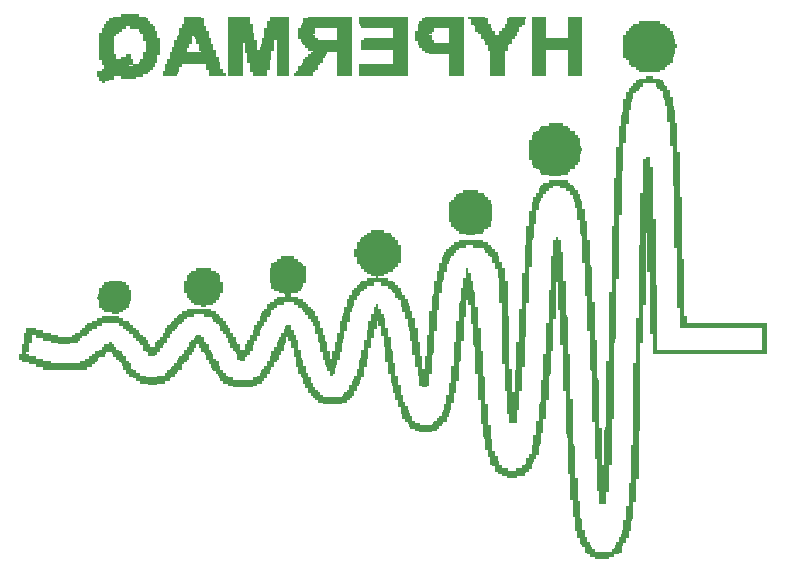
<source format=gbo>
G04 DipTrace 3.3.1.3*
G04 HypermaqBottomsidev0.1.gbo*
%MOMM*%
G04 #@! TF.FileFunction,Legend,Bot*
G04 #@! TF.Part,Single*
%ADD12C,0.076*%
%FSLAX35Y35*%
G04*
G71*
G90*
G75*
G01*
G04 BotSilk*
%LPD*%
X2692920Y7960627D2*
D12*
X2829720D1*
X2692920Y7953027D2*
X2829720D1*
X2692920Y7945427D2*
X2829720D1*
X2624520Y7937827D2*
X2890520D1*
X3224920D2*
X3361720D1*
X3597320D2*
X3772120D1*
X3946920D2*
X4098920D1*
X4273720D2*
X4638520D1*
X4706920D2*
X5109720D1*
X5261720D2*
X5580920D1*
X5626520D2*
X5763320D1*
X5976120D2*
X6112920D1*
X6166120D2*
X6280120D1*
X6470120D2*
X6584120D1*
X2624520Y7930227D2*
X2890520D1*
X3224920D2*
X3361720D1*
X3597320D2*
X3772120D1*
X3946920D2*
X4098920D1*
X4273720D2*
X4638520D1*
X4706920D2*
X5109720D1*
X5261720D2*
X5580920D1*
X5626520D2*
X5763320D1*
X5976120D2*
X6107724D1*
X6166120D2*
X6280120D1*
X6470120D2*
X6584120D1*
X2586520Y7922627D2*
X2905720D1*
X3224920D2*
X3384520D1*
X3597320D2*
X3772120D1*
X3946920D2*
X4098920D1*
X4228120D2*
X4638520D1*
X4706920D2*
X5109720D1*
X5238920D2*
X5580920D1*
X5649320D2*
X5786120D1*
X5960920D2*
X6103200D1*
X6166120D2*
X6280120D1*
X6470120D2*
X6584120D1*
X2586520Y7915027D2*
X2905720D1*
X3224920D2*
X3384520D1*
X3597320D2*
X3772120D1*
X3946920D2*
X4098920D1*
X4228120D2*
X4638520D1*
X4706920D2*
X5109720D1*
X5238920D2*
X5580920D1*
X5649320D2*
X5786120D1*
X5960920D2*
X6100318D1*
X6166120D2*
X6280120D1*
X6470120D2*
X6584120D1*
X2586520Y7907427D2*
X2905720D1*
X3224920D2*
X3384520D1*
X3597320D2*
X3772120D1*
X3946920D2*
X4098920D1*
X4228061D2*
X4638520D1*
X4706920D2*
X5109720D1*
X5238920D2*
X5580920D1*
X5649320D2*
X5786120D1*
X5960920D2*
X6098829D1*
X6166120D2*
X6280120D1*
X6470120D2*
X6584120D1*
X2563720Y7899827D2*
X2928520D1*
X3224920D2*
X3384520D1*
X3597320D2*
X3772120D1*
X3924120D2*
X4098920D1*
X4227526D2*
X4638520D1*
X4706920D2*
X5109720D1*
X5216120D2*
X5580920D1*
X5649320D2*
X5786120D1*
X5960920D2*
X6098158D1*
X6166120D2*
X6280120D1*
X6470120D2*
X6584120D1*
X7070520D2*
X7245320D1*
X2563720Y7892227D2*
X2928520D1*
X3224920D2*
X3384520D1*
X3597320D2*
X3772120D1*
X3924120D2*
X4098920D1*
X4226279D2*
X4638520D1*
X4706979D2*
X5109720D1*
X5213771D2*
X5580920D1*
X5649320D2*
X5786120D1*
X5960920D2*
X6097883D1*
X6166120D2*
X6280120D1*
X6470120D2*
X6584120D1*
X7070520D2*
X7245320D1*
X2563720Y7884627D2*
X2928520D1*
X3224920D2*
X3384520D1*
X3597320D2*
X3772120D1*
X3924120D2*
X4098920D1*
X4222121D2*
X4638520D1*
X4707514D2*
X5109720D1*
X5210003D2*
X5580920D1*
X5649320D2*
X5786120D1*
X5960920D2*
X6097775D1*
X6166120D2*
X6280120D1*
X6470120D2*
X6584120D1*
X7070520D2*
X7245320D1*
X2548520Y7877027D2*
X2951320D1*
X3202120D2*
X3384520D1*
X3597320D2*
X3794920D1*
X3924120D2*
X4098920D1*
X4218095D2*
X4638520D1*
X4708761D2*
X5109720D1*
X5206067D2*
X5580920D1*
X5672120D2*
X5808920D1*
X5938120D2*
X6074920D1*
X6166120D2*
X6280120D1*
X6470120D2*
X6584120D1*
X7024920D2*
X7283320D1*
X2548520Y7869427D2*
X2951320D1*
X3202120D2*
X3384520D1*
X3597320D2*
X3794920D1*
X3924120D2*
X4098920D1*
X4215411D2*
X4638520D1*
X4712922D2*
X5109720D1*
X5203405D2*
X5580920D1*
X5677316D2*
X5808979D1*
X5938120D2*
X6074920D1*
X6166120D2*
X6280120D1*
X6470120D2*
X6584120D1*
X7024920D2*
X7283320D1*
X2548520Y7861827D2*
X2723320D1*
X2768920D2*
X2966520D1*
X3202120D2*
X3399720D1*
X3597320D2*
X3794920D1*
X3924120D2*
X4098920D1*
X4213994D2*
X4638520D1*
X4716986D2*
X5109720D1*
X5201992D2*
X5580920D1*
X5681840D2*
X5809514D1*
X5938120D2*
X6052120D1*
X6166120D2*
X6280120D1*
X6470120D2*
X6584120D1*
X7009720D2*
X7306120D1*
X2548520Y7854227D2*
X2723320D1*
X2768920D2*
X2966520D1*
X3202120D2*
X3399720D1*
X3597320D2*
X3794920D1*
X3924120D2*
X4098920D1*
X4213346D2*
X4638520D1*
X4719900D2*
X5109720D1*
X5201347D2*
X5580920D1*
X5684722D2*
X5810761D1*
X5938120D2*
X6052120D1*
X6166120D2*
X6280120D1*
X6470120D2*
X6584120D1*
X7009720D2*
X7306120D1*
X2548520Y7846627D2*
X2723320D1*
X2768920D2*
X2966520D1*
X3202120D2*
X3399720D1*
X3597320D2*
X3794920D1*
X3924120D2*
X4098920D1*
X4213070D2*
X4638520D1*
X4722120D2*
X5109720D1*
X5201080D2*
X5580920D1*
X5686211D2*
X5814919D1*
X5938120D2*
X6052120D1*
X6166120D2*
X6280120D1*
X6470120D2*
X6584120D1*
X7009720D2*
X7306120D1*
X2525720Y7839027D2*
X2685320D1*
X2837320D2*
X2966520D1*
X3179320D2*
X3399720D1*
X3597320D2*
X3794920D1*
X3901320D2*
X4098920D1*
X4190120D2*
X4326920D1*
X4516920D2*
X4638520D1*
X4988120D2*
X5109720D1*
X5200977D2*
X5330120D1*
X5466920D2*
X5580920D1*
X5686882D2*
X5818946D1*
X5915320D2*
X6052120D1*
X6166120D2*
X6280120D1*
X6470120D2*
X6584120D1*
X6986920D2*
X7328920D1*
X2525720Y7831427D2*
X2685320D1*
X2837320D2*
X2966520D1*
X3179320D2*
X3399720D1*
X3597320D2*
X3794920D1*
X3901320D2*
X4098920D1*
X4190120D2*
X4326920D1*
X4516920D2*
X4638520D1*
X4988120D2*
X5109720D1*
X5200940D2*
X5330120D1*
X5466920D2*
X5580920D1*
X5687157D2*
X5821641D1*
X5915320D2*
X6052120D1*
X6166120D2*
X6280120D1*
X6470120D2*
X6584120D1*
X6986920D2*
X7328920D1*
X2525720Y7823827D2*
X2685320D1*
X2837320D2*
X2966520D1*
X3179320D2*
X3399720D1*
X3597320D2*
X3794920D1*
X3901320D2*
X4098920D1*
X4190120D2*
X4326920D1*
X4516920D2*
X4638520D1*
X4988120D2*
X5109720D1*
X5200926D2*
X5330120D1*
X5466920D2*
X5580920D1*
X5687265D2*
X5823138D1*
X5915320D2*
X6052120D1*
X6166120D2*
X6280120D1*
X6470120D2*
X6584120D1*
X6986920D2*
X7328920D1*
X2525720Y7816227D2*
X2662520D1*
X2852520D2*
X2989320D1*
X3179320D2*
X3422520D1*
X3597320D2*
X3794920D1*
X3901320D2*
X4098920D1*
X4190120D2*
X4326920D1*
X4516920D2*
X4638520D1*
X4988120D2*
X5109720D1*
X5178120D2*
X5314920D1*
X5466920D2*
X5580920D1*
X5710120D2*
X5846920D1*
X5892520D2*
X6029320D1*
X6166120D2*
X6280120D1*
X6470120D2*
X6584120D1*
X6964120D2*
X7351720D1*
X2525720Y7808627D2*
X2662520D1*
X2852520D2*
X2989320D1*
X3179261D2*
X3422520D1*
X3597320D2*
X3794920D1*
X3901320D2*
X4098920D1*
X4190120D2*
X4326920D1*
X4516920D2*
X4638520D1*
X4988120D2*
X5109720D1*
X5178120D2*
X5314920D1*
X5466920D2*
X5580920D1*
X5710120D2*
X5846920D1*
X5892520D2*
X6029320D1*
X6166120D2*
X6280120D1*
X6470120D2*
X6584120D1*
X6964120D2*
X7351779D1*
X2502920Y7801027D2*
X2639720D1*
X2875320D2*
X2989320D1*
X3178726D2*
X3422520D1*
X3597320D2*
X3810120D1*
X3901320D2*
X4098920D1*
X4190120D2*
X4304120D1*
X4516920D2*
X4638520D1*
X4988120D2*
X5109720D1*
X5178120D2*
X5292120D1*
X5466920D2*
X5580920D1*
X5732920D2*
X5846920D1*
X5892520D2*
X6029320D1*
X6166120D2*
X6280120D1*
X6470120D2*
X6584120D1*
X6964120D2*
X7352314D1*
X2502920Y7793427D2*
X2639720D1*
X2875320D2*
X2989320D1*
X3177479D2*
X3422520D1*
X3597320D2*
X3810120D1*
X3901320D2*
X4098920D1*
X4190120D2*
X4304120D1*
X4516920D2*
X4638520D1*
X4988120D2*
X5109720D1*
X5178120D2*
X5292120D1*
X5466920D2*
X5580920D1*
X5732920D2*
X5846920D1*
X5892520D2*
X6029320D1*
X6166120D2*
X6280120D1*
X6470120D2*
X6584120D1*
X6964120D2*
X7353561D1*
X2502920Y7785827D2*
X2639720D1*
X2875320D2*
X2989320D1*
X3173321D2*
X3422520D1*
X3597320D2*
X3810120D1*
X3901320D2*
X4098920D1*
X4190120D2*
X4304120D1*
X4516920D2*
X4638520D1*
X4988120D2*
X5109720D1*
X5178120D2*
X5292120D1*
X5466920D2*
X5580920D1*
X5732920D2*
X5846920D1*
X5892520D2*
X6029320D1*
X6166120D2*
X6280120D1*
X6470120D2*
X6584120D1*
X6964120D2*
X7357719D1*
X2502920Y7778227D2*
X2616920D1*
X2875320D2*
X2989320D1*
X3169295D2*
X3278120D1*
X3309099D2*
X3422520D1*
X3597320D2*
X3810120D1*
X3901320D2*
X4098920D1*
X4190120D2*
X4326920D1*
X4516920D2*
X4638520D1*
X4988120D2*
X5109720D1*
X5178120D2*
X5314920D1*
X5466920D2*
X5580920D1*
X5732920D2*
X6014120D1*
X6166120D2*
X6280120D1*
X6470120D2*
X6584120D1*
X6941320D2*
X7361745D1*
X2502920Y7770627D2*
X2616920D1*
X2875320D2*
X2989320D1*
X3166611D2*
X3278120D1*
X3310361D2*
X3422520D1*
X3597320D2*
X3810120D1*
X3901320D2*
X4098920D1*
X4190120D2*
X4326920D1*
X4516920D2*
X4638520D1*
X4988120D2*
X5109720D1*
X5178120D2*
X5314920D1*
X5466920D2*
X5580920D1*
X5732920D2*
X6014120D1*
X6166120D2*
X6280120D1*
X6470120D2*
X6584120D1*
X6941320D2*
X7364429D1*
X2502920Y7763027D2*
X2616920D1*
X2875320D2*
X2989320D1*
X3165194D2*
X3278120D1*
X3314519D2*
X3422520D1*
X3597320D2*
X3810120D1*
X3901320D2*
X4098920D1*
X4190120D2*
X4326920D1*
X4516920D2*
X4638520D1*
X4988120D2*
X5109720D1*
X5178120D2*
X5314920D1*
X5466920D2*
X5580920D1*
X5732920D2*
X6014120D1*
X6166120D2*
X6280120D1*
X6470120D2*
X6584120D1*
X6941320D2*
X7365846D1*
X2502920Y7755427D2*
X2616920D1*
X2875320D2*
X3012120D1*
X3164546D2*
X3278120D1*
X3318545D2*
X3445320D1*
X3597320D2*
X3810120D1*
X3878520D2*
X4098920D1*
X4212920D2*
X4349720D1*
X4516920D2*
X4638520D1*
X4744920D2*
X5109720D1*
X5178120D2*
X5314920D1*
X5466920D2*
X5580920D1*
X5755720D2*
X5991320D1*
X6166120D2*
X6584120D1*
X6941320D2*
X7366493D1*
X2502920Y7747827D2*
X2616920D1*
X2875320D2*
X3012120D1*
X3164270D2*
X3278120D1*
X3321229D2*
X3445320D1*
X3597320D2*
X3810120D1*
X3878520D2*
X4098920D1*
X4212979D2*
X4349720D1*
X4516920D2*
X4638520D1*
X4744920D2*
X5109720D1*
X5178120D2*
X5314920D1*
X5466920D2*
X5580920D1*
X5760916D2*
X5991320D1*
X6166120D2*
X6584120D1*
X6941320D2*
X7366760D1*
X2502920Y7740227D2*
X2616920D1*
X2898120D2*
X3012120D1*
X3141320D2*
X3278120D1*
X3322646D2*
X3445320D1*
X3597320D2*
X3832920D1*
X3878520D2*
X3977320D1*
X4007720D2*
X4098920D1*
X4213514D2*
X4638520D1*
X4722120D2*
X5109720D1*
X5200920D2*
X5330120D1*
X5466920D2*
X5580920D1*
X5765440D2*
X5991320D1*
X6166120D2*
X6584120D1*
X6941320D2*
X7366863D1*
X2502920Y7732627D2*
X2616920D1*
X2898120D2*
X3012120D1*
X3141320D2*
X3278120D1*
X3323294D2*
X3445320D1*
X3597320D2*
X3832920D1*
X3878520D2*
X3977320D1*
X4007720D2*
X4098920D1*
X4214761D2*
X4638520D1*
X4722120D2*
X5109720D1*
X5200979D2*
X5330120D1*
X5466920D2*
X5580920D1*
X5768322D2*
X5991320D1*
X6166120D2*
X6584120D1*
X6941320D2*
X7366900D1*
X2502920Y7725027D2*
X2616920D1*
X2898120D2*
X3012120D1*
X3141320D2*
X3278120D1*
X3323570D2*
X3445320D1*
X3597320D2*
X3832920D1*
X3878520D2*
X3977320D1*
X4007720D2*
X4098920D1*
X4218922D2*
X4638520D1*
X4722120D2*
X5109720D1*
X5201514D2*
X5330120D1*
X5466920D2*
X5580920D1*
X5769811D2*
X5991320D1*
X6166120D2*
X6584120D1*
X6941320D2*
X7366913D1*
X2502920Y7717427D2*
X2616920D1*
X2898120D2*
X3012120D1*
X3141320D2*
X3255320D1*
X3346520D2*
X3445320D1*
X3597320D2*
X3711320D1*
X3741720D2*
X3832920D1*
X3878520D2*
X3977320D1*
X4007720D2*
X4098920D1*
X4222986D2*
X4638520D1*
X4722120D2*
X5109720D1*
X5202761D2*
X5580920D1*
X5770483D2*
X5968520D1*
X6166120D2*
X6584120D1*
X6941320D2*
X7366918D1*
X2502920Y7709827D2*
X2616920D1*
X2898120D2*
X3012120D1*
X3141320D2*
X3255320D1*
X3346520D2*
X3445320D1*
X3597320D2*
X3711320D1*
X3741720D2*
X3832920D1*
X3878461D2*
X3977320D1*
X4007720D2*
X4098920D1*
X4225900D2*
X4638520D1*
X4722120D2*
X5109720D1*
X5206919D2*
X5580920D1*
X5770766D2*
X5963324D1*
X6166120D2*
X6584120D1*
X6941320D2*
X7366919D1*
X2502920Y7702227D2*
X2616920D1*
X2898120D2*
X3012120D1*
X3141320D2*
X3255320D1*
X3346520D2*
X3460520D1*
X3597320D2*
X3711320D1*
X3741720D2*
X3832920D1*
X3877926D2*
X3977320D1*
X4007720D2*
X4098920D1*
X4250920D2*
X4638520D1*
X4722120D2*
X5109720D1*
X5210946D2*
X5580920D1*
X5793720D2*
X5958800D1*
X6166120D2*
X6584120D1*
X6941320D2*
X7389720D1*
X2502920Y7694627D2*
X2616920D1*
X2898120D2*
X3012120D1*
X3141320D2*
X3255320D1*
X3346520D2*
X3460520D1*
X3597320D2*
X3711320D1*
X3741720D2*
X3832920D1*
X3876679D2*
X3977320D1*
X4007720D2*
X4098920D1*
X4250920D2*
X4638520D1*
X4722120D2*
X5109720D1*
X5213641D2*
X5580920D1*
X5793720D2*
X5955918D1*
X6166120D2*
X6584120D1*
X6941320D2*
X7389720D1*
X2502920Y7687027D2*
X2616920D1*
X2898120D2*
X3012120D1*
X3141320D2*
X3255320D1*
X3346520D2*
X3460520D1*
X3597320D2*
X3711320D1*
X3741720D2*
X3832920D1*
X3872518D2*
X3977320D1*
X4007720D2*
X4098920D1*
X4250920D2*
X4638520D1*
X4722120D2*
X5109720D1*
X5215138D2*
X5580920D1*
X5793720D2*
X5954429D1*
X6166120D2*
X6584120D1*
X6941320D2*
X7389720D1*
X2502920Y7679427D2*
X2616920D1*
X2898120D2*
X3012120D1*
X3118520D2*
X3240120D1*
X3346520D2*
X3460520D1*
X3597320D2*
X3711320D1*
X3741720D2*
X3832920D1*
X3868454D2*
X3977320D1*
X4007720D2*
X4098920D1*
X4273720D2*
X4638520D1*
X4722120D2*
X5109720D1*
X5238920D2*
X5580920D1*
X5793720D2*
X5953758D1*
X6166120D2*
X6584120D1*
X6941320D2*
X7366920D1*
X2502920Y7671827D2*
X2616920D1*
X2898120D2*
X3012120D1*
X3118520D2*
X3240120D1*
X3346520D2*
X3460520D1*
X3597320D2*
X3711320D1*
X3741720D2*
X3832920D1*
X3865540D2*
X3977320D1*
X4007720D2*
X4098920D1*
X4273720D2*
X4638520D1*
X4722120D2*
X5109720D1*
X5238920D2*
X5580920D1*
X5793720D2*
X5953483D1*
X6166120D2*
X6584120D1*
X6941320D2*
X7366920D1*
X2502920Y7664227D2*
X2616920D1*
X2898120D2*
X3012120D1*
X3118520D2*
X3240120D1*
X3346520D2*
X3460520D1*
X3597320D2*
X3711320D1*
X3741720D2*
X3832920D1*
X3863320D2*
X3977320D1*
X4007720D2*
X4098920D1*
X4273720D2*
X4638520D1*
X4722120D2*
X5109720D1*
X5238920D2*
X5580920D1*
X5793720D2*
X5953375D1*
X6166120D2*
X6584120D1*
X6941320D2*
X7366920D1*
X2502920Y7656627D2*
X2616920D1*
X2898120D2*
X3012120D1*
X3118520D2*
X3240120D1*
X3369320D2*
X3483320D1*
X3597320D2*
X3711320D1*
X3741720D2*
X3954520D1*
X4007720D2*
X4098920D1*
X4311720D2*
X4638520D1*
X4988120D2*
X5109720D1*
X5261720D2*
X5580920D1*
X5816520D2*
X5930520D1*
X6166120D2*
X6280120D1*
X6470120D2*
X6584120D1*
X6941320D2*
X7366920D1*
X2502920Y7649027D2*
X2616920D1*
X2898120D2*
X3012120D1*
X3118520D2*
X3240120D1*
X3369320D2*
X3483320D1*
X3597320D2*
X3711320D1*
X3741720D2*
X3954520D1*
X4007720D2*
X4098920D1*
X4311720D2*
X4638520D1*
X4988120D2*
X5109720D1*
X5261720D2*
X5580920D1*
X5816520D2*
X5930520D1*
X6166120D2*
X6280120D1*
X6470120D2*
X6584120D1*
X6941320D2*
X7366920D1*
X2502920Y7641427D2*
X2616920D1*
X2875320D2*
X3012120D1*
X3103320D2*
X3483320D1*
X3597320D2*
X3711320D1*
X3756920D2*
X3954520D1*
X4007720D2*
X4098920D1*
X4296520D2*
X4425141D1*
X4516920D2*
X4638520D1*
X4988120D2*
X5109720D1*
X5299720D2*
X5580920D1*
X5816520D2*
X5930520D1*
X6166120D2*
X6280120D1*
X6470120D2*
X6584120D1*
X6941320D2*
X7366920D1*
X2502920Y7633827D2*
X2616920D1*
X2875320D2*
X3012120D1*
X3103320D2*
X3483320D1*
X3597320D2*
X3711320D1*
X3756920D2*
X3954520D1*
X4007720D2*
X4098920D1*
X4296520D2*
X4423879D1*
X4516920D2*
X4638520D1*
X4988120D2*
X5109720D1*
X5299720D2*
X5580920D1*
X5816520D2*
X5930520D1*
X6166120D2*
X6280120D1*
X6470120D2*
X6584120D1*
X6941320D2*
X7366920D1*
X2502920Y7626227D2*
X2616920D1*
X2875320D2*
X3012120D1*
X3103320D2*
X3483320D1*
X3597320D2*
X3711320D1*
X3756920D2*
X3954520D1*
X4007720D2*
X4098920D1*
X4296520D2*
X4419721D1*
X4516920D2*
X4638520D1*
X4988120D2*
X5109720D1*
X5299720D2*
X5580920D1*
X5816520D2*
X5930520D1*
X6166120D2*
X6280120D1*
X6470120D2*
X6584120D1*
X6941320D2*
X7366861D1*
X2502920Y7618627D2*
X2639720D1*
X2730920D2*
X2761320D1*
X2875320D2*
X2989320D1*
X3103320D2*
X3483320D1*
X3597320D2*
X3711320D1*
X3756920D2*
X3954520D1*
X4007720D2*
X4098920D1*
X4273720D2*
X4415694D1*
X4516920D2*
X4638520D1*
X4988120D2*
X5109720D1*
X5466920D2*
X5580920D1*
X5816520D2*
X5930520D1*
X6166120D2*
X6280120D1*
X6470120D2*
X6584120D1*
X6941320D2*
X7366326D1*
X2502920Y7611027D2*
X2639720D1*
X2730920D2*
X2761320D1*
X2875320D2*
X2989320D1*
X3103320D2*
X3483320D1*
X3597320D2*
X3711320D1*
X3756920D2*
X3954520D1*
X4007720D2*
X4098920D1*
X4273720D2*
X4412999D1*
X4516920D2*
X4638520D1*
X4988120D2*
X5109720D1*
X5466920D2*
X5580920D1*
X5816520D2*
X5930520D1*
X6166120D2*
X6280120D1*
X6470120D2*
X6584120D1*
X6941320D2*
X7365079D1*
X2502920Y7603427D2*
X2639720D1*
X2730920D2*
X2761320D1*
X2875320D2*
X2989320D1*
X3103320D2*
X3483320D1*
X3597320D2*
X3711320D1*
X3756920D2*
X3954520D1*
X4007720D2*
X4098920D1*
X4273720D2*
X4411502D1*
X4516920D2*
X4638520D1*
X4988120D2*
X5109720D1*
X5466920D2*
X5580920D1*
X5816520D2*
X5930520D1*
X6166120D2*
X6280120D1*
X6470120D2*
X6584120D1*
X6941320D2*
X7360921D1*
X2502920Y7595827D2*
X2639720D1*
X2692920D2*
X2761320D1*
X2875320D2*
X2989320D1*
X3103320D2*
X3506120D1*
X3597320D2*
X3711320D1*
X3756920D2*
X3954520D1*
X4007720D2*
X4098920D1*
X4250920D2*
X4387720D1*
X4516920D2*
X4638520D1*
X4988120D2*
X5109720D1*
X5466920D2*
X5580920D1*
X5816520D2*
X5930520D1*
X6166120D2*
X6280120D1*
X6470120D2*
X6584120D1*
X6964120D2*
X7356895D1*
X2502920Y7588227D2*
X2639720D1*
X2692920D2*
X2761320D1*
X2875320D2*
X2989320D1*
X3103320D2*
X3506179D1*
X3597320D2*
X3711320D1*
X3756920D2*
X3954520D1*
X4007720D2*
X4098920D1*
X4250920D2*
X4387720D1*
X4516920D2*
X4638520D1*
X4988120D2*
X5109720D1*
X5466920D2*
X5580920D1*
X5816520D2*
X5930520D1*
X6166120D2*
X6280120D1*
X6470120D2*
X6584120D1*
X6964120D2*
X7354211D1*
X2525720Y7580627D2*
X2784120D1*
X2852520D2*
X2989320D1*
X3080520D2*
X3506714D1*
X3597320D2*
X3711320D1*
X3756920D2*
X3939320D1*
X4007720D2*
X4098920D1*
X4228120D2*
X4387720D1*
X4516920D2*
X4638520D1*
X4988120D2*
X5109720D1*
X5466920D2*
X5580920D1*
X5816520D2*
X5930520D1*
X6166120D2*
X6280120D1*
X6470120D2*
X6584120D1*
X6986920D2*
X7352794D1*
X2525720Y7573027D2*
X2784120D1*
X2852520D2*
X2989320D1*
X3080520D2*
X3507961D1*
X3597320D2*
X3711320D1*
X3756920D2*
X3939320D1*
X4007720D2*
X4098920D1*
X4228120D2*
X4387720D1*
X4516920D2*
X4638520D1*
X4988120D2*
X5109720D1*
X5466920D2*
X5580920D1*
X5816520D2*
X5930520D1*
X6166120D2*
X6280120D1*
X6470120D2*
X6584120D1*
X6986920D2*
X7352146D1*
X2525720Y7565427D2*
X2784120D1*
X2852520D2*
X2989320D1*
X3080520D2*
X3512119D1*
X3597320D2*
X3711320D1*
X3756920D2*
X3939320D1*
X4007720D2*
X4098920D1*
X4228061D2*
X4387720D1*
X4516920D2*
X4638520D1*
X4988120D2*
X5109720D1*
X5466920D2*
X5580920D1*
X5816520D2*
X5930520D1*
X6166120D2*
X6280120D1*
X6470120D2*
X6584120D1*
X6986920D2*
X7351870D1*
X2525720Y7557827D2*
X2784120D1*
X2837320D2*
X2966520D1*
X3080520D2*
X3516145D1*
X3597320D2*
X3711320D1*
X3779720D2*
X3939320D1*
X4007720D2*
X4098920D1*
X4227526D2*
X4364920D1*
X4516920D2*
X4638520D1*
X4988120D2*
X5109720D1*
X5466920D2*
X5580920D1*
X5816520D2*
X5930520D1*
X6166120D2*
X6280120D1*
X6470120D2*
X6584120D1*
X6986920D2*
X7328920D1*
X2525720Y7550227D2*
X2784120D1*
X2837320D2*
X2966520D1*
X3080520D2*
X3518829D1*
X3597320D2*
X3711320D1*
X3779720D2*
X3939320D1*
X4007720D2*
X4098920D1*
X4226279D2*
X4364920D1*
X4516920D2*
X4638520D1*
X4988120D2*
X5109720D1*
X5466920D2*
X5580920D1*
X5816520D2*
X5930520D1*
X6166120D2*
X6280120D1*
X6470120D2*
X6584120D1*
X6986920D2*
X7328920D1*
X2525720Y7542627D2*
X2784120D1*
X2837320D2*
X2966520D1*
X3080520D2*
X3520246D1*
X3597320D2*
X3711320D1*
X3779720D2*
X3939320D1*
X4007720D2*
X4098920D1*
X4222118D2*
X4364920D1*
X4516920D2*
X4638520D1*
X4988120D2*
X5109720D1*
X5466920D2*
X5580920D1*
X5816520D2*
X5930520D1*
X6166120D2*
X6280120D1*
X6470120D2*
X6584120D1*
X6986920D2*
X7328920D1*
X2548520Y7535027D2*
X2746120D1*
X2791720D2*
X2966520D1*
X3057720D2*
X3194520D1*
X3407320D2*
X3520893D1*
X3597320D2*
X3711320D1*
X3779720D2*
X3939320D1*
X4007720D2*
X4098920D1*
X4218054D2*
X4349720D1*
X4516920D2*
X4638520D1*
X4706920D2*
X5109720D1*
X5466920D2*
X5580920D1*
X5816520D2*
X5930520D1*
X6166120D2*
X6280120D1*
X6470120D2*
X6584120D1*
X7009720D2*
X7306120D1*
X2548520Y7527427D2*
X2746120D1*
X2791720D2*
X2966520D1*
X3057720D2*
X3194520D1*
X3407320D2*
X3521160D1*
X3597320D2*
X3711320D1*
X3779720D2*
X3939320D1*
X4007720D2*
X4098920D1*
X4215140D2*
X4349720D1*
X4516920D2*
X4638520D1*
X4706920D2*
X5109720D1*
X5466920D2*
X5580920D1*
X5816520D2*
X5930520D1*
X6166120D2*
X6280120D1*
X6470120D2*
X6584120D1*
X7009720D2*
X7306120D1*
X2548520Y7519827D2*
X2951320D1*
X3057720D2*
X3171720D1*
X3407320D2*
X3521263D1*
X3597320D2*
X3711320D1*
X3779720D2*
X3939320D1*
X4007720D2*
X4098920D1*
X4190120D2*
X4349720D1*
X4516920D2*
X4638520D1*
X4706920D2*
X5109720D1*
X5466920D2*
X5580920D1*
X5816520D2*
X5930520D1*
X6166120D2*
X6280120D1*
X6470120D2*
X6584120D1*
X7047720D2*
X7283320D1*
X2548520Y7512227D2*
X2951320D1*
X3057720D2*
X3171720D1*
X3407320D2*
X3521300D1*
X3597320D2*
X3711320D1*
X3779720D2*
X3939320D1*
X4007720D2*
X4098920D1*
X4190120D2*
X4349720D1*
X4516920D2*
X4638520D1*
X4706920D2*
X5109720D1*
X5466920D2*
X5580920D1*
X5816520D2*
X5930520D1*
X6166120D2*
X6280120D1*
X6470120D2*
X6584120D1*
X7047720D2*
X7283320D1*
X2548520Y7504627D2*
X2951320D1*
X3057720D2*
X3171720D1*
X3407320D2*
X3521314D1*
X3597320D2*
X3711320D1*
X3779720D2*
X3939320D1*
X4007720D2*
X4098920D1*
X4190120D2*
X4349720D1*
X4516920D2*
X4638520D1*
X4706920D2*
X5109720D1*
X5466920D2*
X5580920D1*
X5816520D2*
X5930520D1*
X6166120D2*
X6280120D1*
X6470120D2*
X6584120D1*
X7047720D2*
X7283320D1*
X2525720Y7497027D2*
X2928520D1*
X3057720D2*
X3171720D1*
X3430120D2*
X3544120D1*
X3597320D2*
X3711320D1*
X3779720D2*
X3916520D1*
X4007720D2*
X4098920D1*
X4190120D2*
X4326920D1*
X4516920D2*
X4638520D1*
X4706920D2*
X5109720D1*
X5466920D2*
X5580920D1*
X5816520D2*
X5930520D1*
X6166120D2*
X6280120D1*
X6470120D2*
X6584120D1*
X7070520D2*
X7245320D1*
X2525720Y7489427D2*
X2928520D1*
X3057720D2*
X3171661D1*
X3430120D2*
X3544120D1*
X3597320D2*
X3711320D1*
X3779720D2*
X3916520D1*
X4007720D2*
X4098920D1*
X4190120D2*
X4326920D1*
X4516920D2*
X4638520D1*
X4706920D2*
X5109720D1*
X5466920D2*
X5580920D1*
X5816520D2*
X5930520D1*
X6166120D2*
X6280120D1*
X6470120D2*
X6584120D1*
X7070520D2*
X7245320D1*
X2525720Y7481827D2*
X2928520D1*
X3057720D2*
X3171126D1*
X3430120D2*
X3544120D1*
X3597320D2*
X3711320D1*
X3779720D2*
X3916520D1*
X4007720D2*
X4098920D1*
X4190120D2*
X4326920D1*
X4516920D2*
X4638520D1*
X4706920D2*
X5109720D1*
X5466920D2*
X5580920D1*
X5816520D2*
X5930520D1*
X6166120D2*
X6280120D1*
X6470120D2*
X6584120D1*
X7070520D2*
X7245320D1*
X2487720Y7474227D2*
X2905720D1*
X3042520D2*
X3169879D1*
X3430120D2*
X3544120D1*
X3597320D2*
X3711320D1*
X3802520D2*
X3916520D1*
X4007720D2*
X4098920D1*
X4167320D2*
X4304120D1*
X4516920D2*
X4638520D1*
X4706920D2*
X5109720D1*
X5466920D2*
X5580920D1*
X5816520D2*
X5930520D1*
X6166120D2*
X6280120D1*
X6470120D2*
X6584120D1*
X2487720Y7466627D2*
X2905720D1*
X3042520D2*
X3165718D1*
X3430120D2*
X3544120D1*
X3597320D2*
X3711320D1*
X3802520D2*
X3916520D1*
X4007720D2*
X4098920D1*
X4167320D2*
X4304120D1*
X4516920D2*
X4638520D1*
X4706920D2*
X5109720D1*
X5466920D2*
X5580920D1*
X5816520D2*
X5930520D1*
X6166120D2*
X6280120D1*
X6470120D2*
X6584120D1*
X2487720Y7459027D2*
X2867720D1*
X3042520D2*
X3161654D1*
X3430120D2*
X3566920D1*
X3597320D2*
X3711320D1*
X3802520D2*
X3916520D1*
X4007720D2*
X4098920D1*
X4152120D2*
X4304120D1*
X4516920D2*
X4638520D1*
X4706920D2*
X5109720D1*
X5466920D2*
X5580920D1*
X5816520D2*
X5930520D1*
X6166120D2*
X6280120D1*
X6470120D2*
X6584120D1*
X2487720Y7451427D2*
X2867720D1*
X3042520D2*
X3158740D1*
X3430120D2*
X3566920D1*
X3597320D2*
X3711320D1*
X3802520D2*
X3916520D1*
X4007720D2*
X4098920D1*
X4152120D2*
X4304120D1*
X4516920D2*
X4638520D1*
X4706920D2*
X5109720D1*
X5466920D2*
X5580920D1*
X5816520D2*
X5930520D1*
X6166120D2*
X6280120D1*
X6470120D2*
X6584120D1*
X2487720Y7443827D2*
X2867720D1*
X3042520D2*
X3156520D1*
X3430120D2*
X3566920D1*
X3597320D2*
X3711320D1*
X3802520D2*
X3916520D1*
X4007720D2*
X4098920D1*
X4152120D2*
X4304120D1*
X4516920D2*
X4638520D1*
X4706920D2*
X5109720D1*
X5466920D2*
X5580920D1*
X5816520D2*
X5930520D1*
X6166120D2*
X6280120D1*
X6470120D2*
X6584120D1*
X2502920Y7436227D2*
X2616920D1*
X2692920D2*
X2806920D1*
X7131320D2*
X7184520D1*
X2502920Y7428627D2*
X2616920D1*
X2692920D2*
X2806920D1*
X7131320D2*
X7184520D1*
X2502920Y7421027D2*
X2616920D1*
X2692920D2*
X2806920D1*
X7131320D2*
X7184520D1*
X2502920Y7413427D2*
X2578920D1*
X7070520D2*
X7245320D1*
X2502920Y7405827D2*
X2578920D1*
X7070520D2*
X7245320D1*
X2525720Y7398227D2*
X2540920D1*
X7047720D2*
X7268120D1*
X2525720Y7390627D2*
X2540920D1*
X7047720D2*
X7270469D1*
X2525720Y7383027D2*
X2540920D1*
X7047720D2*
X7274237D1*
X7024920Y7375427D2*
X7100920D1*
X7214920D2*
X7278174D1*
X7024920Y7367827D2*
X7100920D1*
X7214920D2*
X7280847D1*
X7024920Y7360227D2*
X7100920D1*
X7214920D2*
X7282339D1*
X7009720Y7352627D2*
X7078120D1*
X7230120D2*
X7306120D1*
X7009720Y7345027D2*
X7078120D1*
X7230120D2*
X7306120D1*
X6986920Y7337427D2*
X7062920D1*
X7252920D2*
X7306120D1*
X6986920Y7329827D2*
X7062920D1*
X7252920D2*
X7306120D1*
X6986920Y7322227D2*
X7062920D1*
X7252920D2*
X7306120D1*
X6986920Y7314627D2*
X7040120D1*
X7275720D2*
X7328920D1*
X6986920Y7307027D2*
X7040120D1*
X7275720D2*
X7328920D1*
X6964120Y7299427D2*
X7017320D1*
X7275720D2*
X7328920D1*
X6964120Y7291827D2*
X7017320D1*
X7275720D2*
X7328920D1*
X6964120Y7284227D2*
X7017320D1*
X7275779D2*
X7328920D1*
X6964120Y7276627D2*
X7017320D1*
X7276314D2*
X7328920D1*
X6964120Y7269027D2*
X7017261D1*
X7277561D2*
X7328920D1*
X6964120Y7261427D2*
X7016726D1*
X7281719D2*
X7328920D1*
X6964120Y7253827D2*
X7015479D1*
X7285745D2*
X7351720D1*
X6964120Y7246227D2*
X7011321D1*
X7288429D2*
X7351720D1*
X6941320Y7238627D2*
X7007295D1*
X7289846D2*
X7351720D1*
X6941320Y7231027D2*
X7004611D1*
X7290493D2*
X7351720D1*
X6941320Y7223427D2*
X7003194D1*
X7290760D2*
X7351720D1*
X6941320Y7215827D2*
X7002547D1*
X7290863D2*
X7351720D1*
X6941320Y7208227D2*
X7002280D1*
X7290900D2*
X7351779D1*
X6941320Y7200627D2*
X7002177D1*
X7290914D2*
X7352314D1*
X6941320Y7193027D2*
X7002140D1*
X7313720D2*
X7353561D1*
X6941320Y7185427D2*
X7002127D1*
X7313720D2*
X7357719D1*
X6941320Y7177827D2*
X7002122D1*
X7313720D2*
X7361745D1*
X6941320Y7170227D2*
X7002121D1*
X7313720D2*
X7364429D1*
X6941261Y7162627D2*
X7002120D1*
X7313720D2*
X7365846D1*
X6940726Y7155027D2*
X6979320D1*
X7313720D2*
X7366493D1*
X6939479Y7147427D2*
X6979320D1*
X7313720D2*
X7366760D1*
X6935321Y7139827D2*
X6979320D1*
X7313720D2*
X7366863D1*
X6931295Y7132227D2*
X6979320D1*
X7313720D2*
X7366900D1*
X6928611Y7124627D2*
X6979320D1*
X7313720D2*
X7366913D1*
X6927194Y7117027D2*
X6979320D1*
X7313720D2*
X7366918D1*
X6926547Y7109427D2*
X6979320D1*
X7313720D2*
X7366919D1*
X6926280Y7101827D2*
X6979320D1*
X7313720D2*
X7366920D1*
X6926177Y7094227D2*
X6979320D1*
X7313720D2*
X7366920D1*
X6926140Y7086627D2*
X6979320D1*
X7313720D2*
X7366920D1*
X6926127Y7079027D2*
X6979320D1*
X7313720D2*
X7366920D1*
X6926122Y7071427D2*
X6979320D1*
X7313720D2*
X7366920D1*
X6926121Y7063827D2*
X6979320D1*
X7313720D2*
X7366920D1*
X6926120Y7056227D2*
X6979320D1*
X7336520D2*
X7366920D1*
X6926120Y7048627D2*
X6979320D1*
X7336520D2*
X7366920D1*
X6926120Y7041027D2*
X6979320D1*
X7336520D2*
X7366920D1*
X6310520Y7033427D2*
X6424520D1*
X6926120D2*
X6956520D1*
X7336520D2*
X7389720D1*
X6310520Y7025827D2*
X6424520D1*
X6926120D2*
X6956520D1*
X7336520D2*
X7389720D1*
X6310520Y7018227D2*
X6424520D1*
X6926120D2*
X6956520D1*
X7336520D2*
X7389720D1*
X6242120Y7010627D2*
X6462520D1*
X6903320D2*
X6956520D1*
X7336520D2*
X7389720D1*
X6236924Y7003027D2*
X6462520D1*
X6903320D2*
X6956520D1*
X7336520D2*
X7389720D1*
X6232399Y6995427D2*
X6485320D1*
X6903320D2*
X6956520D1*
X7336520D2*
X7389720D1*
X6229506Y6987827D2*
X6485320D1*
X6903320D2*
X6956520D1*
X7336520D2*
X7389720D1*
X6227937Y6980227D2*
X6485320D1*
X6903320D2*
X6956520D1*
X7336520D2*
X7389720D1*
X6204120Y6972627D2*
X6523320D1*
X6903320D2*
X6956520D1*
X7336520D2*
X7389720D1*
X6204120Y6965027D2*
X6523320D1*
X6903320D2*
X6956520D1*
X7336520D2*
X7389720D1*
X6181320Y6957427D2*
X6523320D1*
X6903320D2*
X6956520D1*
X7336520D2*
X7389720D1*
X6181320Y6949827D2*
X6523320D1*
X6903320D2*
X6956520D1*
X7336520D2*
X7389720D1*
X6181320Y6942227D2*
X6523320D1*
X6903320D2*
X6956520D1*
X7336520D2*
X7389720D1*
X6166120Y6934627D2*
X6546120D1*
X6903320D2*
X6956520D1*
X7336520D2*
X7389720D1*
X6166120Y6927027D2*
X6546120D1*
X6903320D2*
X6956520D1*
X7336520D2*
X7389720D1*
X6166120Y6919427D2*
X6546120D1*
X6903320D2*
X6956520D1*
X7336520D2*
X7389720D1*
X6166120Y6911827D2*
X6568920D1*
X6903320D2*
X6956520D1*
X7336520D2*
X7389720D1*
X6166120Y6904227D2*
X6568920D1*
X6903320D2*
X6956520D1*
X7336520D2*
X7389720D1*
X6143320Y6896627D2*
X6568920D1*
X6903320D2*
X6956520D1*
X7336520D2*
X7389720D1*
X6143320Y6889027D2*
X6568920D1*
X6903320D2*
X6956520D1*
X7336520D2*
X7389720D1*
X6143320Y6881427D2*
X6568920D1*
X6903320D2*
X6956520D1*
X7336520D2*
X7389720D1*
X6143320Y6873827D2*
X6568920D1*
X6903320D2*
X6933720D1*
X7336520D2*
X7389720D1*
X6143320Y6866227D2*
X6568979D1*
X6903320D2*
X6933720D1*
X7336520D2*
X7389720D1*
X6143320Y6858627D2*
X6569514D1*
X6903320D2*
X6933720D1*
X7336520D2*
X7389720D1*
X6143320Y6851027D2*
X6570761D1*
X6903320D2*
X6933720D1*
X7359320D2*
X7389720D1*
X6143320Y6843427D2*
X6574919D1*
X6903320D2*
X6933720D1*
X7359320D2*
X7389720D1*
X6143320Y6835827D2*
X6578945D1*
X6880520D2*
X6933720D1*
X7359320D2*
X7389720D1*
X6143320Y6828227D2*
X6581629D1*
X6880520D2*
X6933720D1*
X7359320D2*
X7389720D1*
X6143320Y6820627D2*
X6582987D1*
X6880520D2*
X6933720D1*
X7359320D2*
X7389720D1*
X6143320Y6813027D2*
X6583099D1*
X6880520D2*
X6933720D1*
X7359320D2*
X7389720D1*
X6143320Y6805427D2*
X6582188D1*
X6880520D2*
X6933720D1*
X7359320D2*
X7389720D1*
X6143320Y6797827D2*
X6578081D1*
X6880520D2*
X6933720D1*
X7359320D2*
X7389720D1*
X6143320Y6790227D2*
X6574079D1*
X6880520D2*
X6933720D1*
X7359320D2*
X7412520D1*
X6143320Y6782627D2*
X6571406D1*
X6880520D2*
X6933720D1*
X7359320D2*
X7412520D1*
X6143320Y6775027D2*
X6569992D1*
X6880520D2*
X6933720D1*
X7359320D2*
X7412520D1*
X6143320Y6767427D2*
X6569346D1*
X6880520D2*
X6933720D1*
X7359320D2*
X7412520D1*
X6143320Y6759827D2*
X6569080D1*
X6880520D2*
X6933720D1*
X7359320D2*
X7412520D1*
X6143320Y6752227D2*
X6568977D1*
X6880520D2*
X6933720D1*
X7131320D2*
X7161720D1*
X7359320D2*
X7412520D1*
X6143320Y6744627D2*
X6568940D1*
X6880520D2*
X6933720D1*
X7131320D2*
X7161720D1*
X7359320D2*
X7412520D1*
X6143320Y6737027D2*
X6568927D1*
X6880520D2*
X6933720D1*
X7131320D2*
X7161720D1*
X7359320D2*
X7412520D1*
X6166120Y6729427D2*
X6568922D1*
X6880520D2*
X6933720D1*
X7108520D2*
X7161720D1*
X7359320D2*
X7412520D1*
X6166120Y6721827D2*
X6568921D1*
X6880520D2*
X6933720D1*
X7108520D2*
X7161720D1*
X7359320D2*
X7412520D1*
X6166120Y6714227D2*
X6546120D1*
X6880520D2*
X6933720D1*
X7108520D2*
X7161720D1*
X7359320D2*
X7412520D1*
X6166120Y6706627D2*
X6546120D1*
X6880520D2*
X6933720D1*
X7108520D2*
X7161720D1*
X7359320D2*
X7412520D1*
X6166120Y6699027D2*
X6546120D1*
X6880520D2*
X6933720D1*
X7108520D2*
X7161720D1*
X7359320D2*
X7412520D1*
X6181320Y6691427D2*
X6523320D1*
X6880520D2*
X6933720D1*
X7108520D2*
X7161720D1*
X7359320D2*
X7412520D1*
X6181320Y6683827D2*
X6523320D1*
X6880520D2*
X6933720D1*
X7108520D2*
X7161720D1*
X7359320D2*
X7412520D1*
X6181320Y6676227D2*
X6523320D1*
X6880520D2*
X6933720D1*
X7108520D2*
X7161720D1*
X7359320D2*
X7412520D1*
X6204120Y6668627D2*
X6523320D1*
X6880520D2*
X6933720D1*
X7108520D2*
X7184520D1*
X7359320D2*
X7412520D1*
X6204120Y6661027D2*
X6523320D1*
X6880520D2*
X6933661D1*
X7108520D2*
X7184520D1*
X7359320D2*
X7412520D1*
X6226920Y6653427D2*
X6485320D1*
X6880520D2*
X6933126D1*
X7108520D2*
X7184520D1*
X7359320D2*
X7412520D1*
X6229269Y6645827D2*
X6485320D1*
X6880520D2*
X6931879D1*
X7108520D2*
X7184520D1*
X7359320D2*
X7412520D1*
X6233037Y6638227D2*
X6485320D1*
X6880520D2*
X6927721D1*
X7108520D2*
X7184520D1*
X7359320D2*
X7412520D1*
X6236974Y6630627D2*
X6462520D1*
X6880520D2*
X6923695D1*
X7108520D2*
X7184520D1*
X7359320D2*
X7412520D1*
X6239647Y6623027D2*
X6462520D1*
X6880520D2*
X6921011D1*
X7108520D2*
X7184520D1*
X7359320D2*
X7412520D1*
X6241139Y6615427D2*
X6462520D1*
X6880520D2*
X6919594D1*
X7108520D2*
X7184520D1*
X7359320D2*
X7412520D1*
X6310520Y6607827D2*
X6401720D1*
X6880520D2*
X6918947D1*
X7108520D2*
X7184520D1*
X7359320D2*
X7412520D1*
X6310520Y6600227D2*
X6401720D1*
X6880520D2*
X6918680D1*
X7108520D2*
X7184520D1*
X7359320D2*
X7412520D1*
X6880520Y6592627D2*
X6918577D1*
X7108520D2*
X7184520D1*
X7359320D2*
X7412520D1*
X6880520Y6585027D2*
X6918540D1*
X7108520D2*
X7184520D1*
X7359320D2*
X7412520D1*
X6880520Y6577427D2*
X6918527D1*
X7108520D2*
X7184520D1*
X7359320D2*
X7412520D1*
X6865320Y6569827D2*
X6918522D1*
X7108520D2*
X7184520D1*
X7359320D2*
X7412520D1*
X6865320Y6562227D2*
X6918521D1*
X7108520D2*
X7184520D1*
X7359320D2*
X7412520D1*
X6310520Y6554627D2*
X6462520D1*
X6865320D2*
X6918520D1*
X7108520D2*
X7184520D1*
X7359320D2*
X7412520D1*
X6310520Y6547027D2*
X6462520D1*
X6865320D2*
X6918520D1*
X7108520D2*
X7184520D1*
X7359320D2*
X7412520D1*
X6310520Y6539427D2*
X6462520D1*
X6865320D2*
X6918520D1*
X7108520D2*
X7184520D1*
X7359320D2*
X7412520D1*
X6264920Y6531827D2*
X6485320D1*
X6865320D2*
X6918520D1*
X7108520D2*
X7184520D1*
X7359320D2*
X7412520D1*
X6264920Y6524227D2*
X6485320D1*
X6865320D2*
X6918520D1*
X7108520D2*
X7184520D1*
X7359320D2*
X7412520D1*
X6264920Y6516627D2*
X6485320D1*
X6865320D2*
X6918520D1*
X7108520D2*
X7184520D1*
X7359320D2*
X7412520D1*
X6242120Y6509027D2*
X6340920D1*
X6409320D2*
X6508120D1*
X6865320D2*
X6918520D1*
X7108520D2*
X7184520D1*
X7374520D2*
X7412520D1*
X6236924Y6501427D2*
X6340920D1*
X6409320D2*
X6513316D1*
X6865320D2*
X6918520D1*
X7108520D2*
X7184520D1*
X7374520D2*
X7412520D1*
X6232400Y6493827D2*
X6302920D1*
X6454920D2*
X6517841D1*
X6865320D2*
X6918520D1*
X7108520D2*
X7184520D1*
X7374520D2*
X7412520D1*
X6229518Y6486227D2*
X6302920D1*
X6454920D2*
X6520734D1*
X6865320D2*
X6918520D1*
X7108520D2*
X7184520D1*
X7374520D2*
X7412520D1*
X6228029Y6478627D2*
X6302920D1*
X6454920D2*
X6522303D1*
X6865320D2*
X6918520D1*
X7108520D2*
X7184520D1*
X7374520D2*
X7412520D1*
X5588520Y6471027D2*
X5702520D1*
X6227358D2*
X6280120D1*
X6492920D2*
X6546120D1*
X6865320D2*
X6918520D1*
X7108520D2*
X7184520D1*
X7374520D2*
X7412520D1*
X5588520Y6463427D2*
X5702520D1*
X6227083D2*
X6280120D1*
X6492920D2*
X6546120D1*
X6865320D2*
X6918520D1*
X7108520D2*
X7184520D1*
X7374520D2*
X7412520D1*
X5588520Y6455827D2*
X5702520D1*
X6226975D2*
X6280120D1*
X6492920D2*
X6546120D1*
X6865320D2*
X6918520D1*
X7108520D2*
X7184520D1*
X7374520D2*
X7412520D1*
X5550520Y6448227D2*
X5748120D1*
X6204120D2*
X6257320D1*
X6492920D2*
X6546120D1*
X6865320D2*
X6918520D1*
X7085720D2*
X7184520D1*
X7374520D2*
X7412520D1*
X5550520Y6440627D2*
X5753316D1*
X6204120D2*
X6257320D1*
X6492920D2*
X6546120D1*
X6865320D2*
X6918520D1*
X7085720D2*
X7184520D1*
X7374520D2*
X7412520D1*
X5527720Y6433027D2*
X5757841D1*
X6204120D2*
X6257320D1*
X6515720D2*
X6568920D1*
X6865320D2*
X6918520D1*
X7085720D2*
X7184520D1*
X7374520D2*
X7412520D1*
X5527720Y6425427D2*
X5760734D1*
X6204120D2*
X6257320D1*
X6515720D2*
X6568920D1*
X6865320D2*
X6918520D1*
X7085720D2*
X7184520D1*
X7374520D2*
X7412520D1*
X5527720Y6417827D2*
X5762303D1*
X6204120D2*
X6257320D1*
X6515779D2*
X6568979D1*
X6865320D2*
X6918520D1*
X7085720D2*
X7184520D1*
X7374520D2*
X7412520D1*
X5504920Y6410227D2*
X5786120D1*
X6181320D2*
X6234520D1*
X6516314D2*
X6569514D1*
X6865320D2*
X6918520D1*
X7085720D2*
X7184520D1*
X7374520D2*
X7427720D1*
X5504920Y6402627D2*
X5786120D1*
X6181320D2*
X6234461D1*
X6517561D2*
X6570761D1*
X6865320D2*
X6918520D1*
X7085720D2*
X7184520D1*
X7374520D2*
X7427720D1*
X5504920Y6395027D2*
X5786120D1*
X6181320D2*
X6233926D1*
X6521719D2*
X6574919D1*
X6865320D2*
X6918520D1*
X7085720D2*
X7184520D1*
X7374520D2*
X7427720D1*
X5482120Y6387427D2*
X5808920D1*
X6181320D2*
X6232679D1*
X6525745D2*
X6578945D1*
X6865320D2*
X6918520D1*
X7085720D2*
X7184520D1*
X7374520D2*
X7427720D1*
X5482120Y6379827D2*
X5808979D1*
X6181320D2*
X6228521D1*
X6528429D2*
X6581629D1*
X6865320D2*
X6918520D1*
X7085720D2*
X7184520D1*
X7374520D2*
X7427720D1*
X5466920Y6372227D2*
X5809514D1*
X6166120D2*
X6224495D1*
X6529846D2*
X6583046D1*
X6865320D2*
X6918520D1*
X7085720D2*
X7184520D1*
X7374520D2*
X7427720D1*
X5466920Y6364627D2*
X5810761D1*
X6166120D2*
X6221811D1*
X6530493D2*
X6583693D1*
X6865320D2*
X6918520D1*
X7085720D2*
X7184520D1*
X7374520D2*
X7427720D1*
X5466920Y6357027D2*
X5814919D1*
X6166120D2*
X6220394D1*
X6530760D2*
X6583960D1*
X6865320D2*
X6918520D1*
X7085720D2*
X7184520D1*
X7374520D2*
X7427720D1*
X5466920Y6349427D2*
X5818945D1*
X6166120D2*
X6219747D1*
X6530863D2*
X6584063D1*
X6865320D2*
X6918520D1*
X7085720D2*
X7184520D1*
X7374520D2*
X7427720D1*
X5466920Y6341827D2*
X5821629D1*
X6166120D2*
X6219480D1*
X6530900D2*
X6584100D1*
X6865320D2*
X6918520D1*
X7085720D2*
X7184520D1*
X7374520D2*
X7427720D1*
X5466920Y6334227D2*
X5823046D1*
X6166120D2*
X6219377D1*
X6530914D2*
X6584113D1*
X6865320D2*
X6918520D1*
X7085720D2*
X7184520D1*
X7374520D2*
X7427720D1*
X5466920Y6326627D2*
X5823693D1*
X6166120D2*
X6219340D1*
X6553720D2*
X6584118D1*
X6865320D2*
X6918520D1*
X7085720D2*
X7184520D1*
X7374520D2*
X7427720D1*
X5466920Y6319027D2*
X5823960D1*
X6166120D2*
X6219326D1*
X6553720D2*
X6584119D1*
X6865320D2*
X6918520D1*
X7085720D2*
X7184520D1*
X7374520D2*
X7427720D1*
X5466920Y6311427D2*
X5824063D1*
X6166120D2*
X6196520D1*
X6553720D2*
X6606920D1*
X6865320D2*
X6918520D1*
X7085720D2*
X7184520D1*
X7374520D2*
X7427720D1*
X5466920Y6303827D2*
X5824100D1*
X6166120D2*
X6196520D1*
X6553720D2*
X6606920D1*
X6865320D2*
X6918520D1*
X7085720D2*
X7184520D1*
X7374520D2*
X7427720D1*
X5466920Y6296227D2*
X5824113D1*
X6166120D2*
X6196520D1*
X6553720D2*
X6606920D1*
X6865320D2*
X6918520D1*
X7085720D2*
X7184520D1*
X7374520D2*
X7427720D1*
X5466920Y6288627D2*
X5824118D1*
X6143320D2*
X6196520D1*
X6553720D2*
X6606920D1*
X6865320D2*
X6918520D1*
X7085720D2*
X7184520D1*
X7374520D2*
X7427720D1*
X5466920Y6281027D2*
X5824119D1*
X6143320D2*
X6196520D1*
X6553720D2*
X6606920D1*
X6865320D2*
X6918520D1*
X7085720D2*
X7184520D1*
X7374520D2*
X7427720D1*
X5466920Y6273427D2*
X5824120D1*
X6143320D2*
X6196520D1*
X6553720D2*
X6606920D1*
X6865320D2*
X6918520D1*
X7085720D2*
X7184520D1*
X7374520D2*
X7427720D1*
X5466920Y6265827D2*
X5824120D1*
X6143320D2*
X6196520D1*
X6553720D2*
X6606920D1*
X6865320D2*
X6895720D1*
X7085720D2*
X7184520D1*
X7374520D2*
X7427720D1*
X5466920Y6258227D2*
X5824120D1*
X6143320D2*
X6196520D1*
X6553720D2*
X6606920D1*
X6865320D2*
X6895720D1*
X7085720D2*
X7184520D1*
X7374520D2*
X7427720D1*
X5466920Y6250627D2*
X5824120D1*
X6143320D2*
X6196520D1*
X6553720D2*
X6606920D1*
X6865320D2*
X6895720D1*
X7085720D2*
X7184520D1*
X7374520D2*
X7427720D1*
X5466920Y6243027D2*
X5824120D1*
X6143320D2*
X6196520D1*
X6553720D2*
X6606920D1*
X6865320D2*
X6895720D1*
X7085720D2*
X7184520D1*
X7374520D2*
X7427720D1*
X5466920Y6235427D2*
X5824061D1*
X6143320D2*
X6196520D1*
X6553720D2*
X6606920D1*
X6865320D2*
X6895720D1*
X7085720D2*
X7184520D1*
X7374520D2*
X7427720D1*
X5466920Y6227827D2*
X5823526D1*
X6143320D2*
X6196520D1*
X6576520D2*
X6606920D1*
X6865320D2*
X6895720D1*
X7085720D2*
X7207320D1*
X7374520D2*
X7427720D1*
X5466920Y6220227D2*
X5822279D1*
X6143320D2*
X6196520D1*
X6576520D2*
X6606920D1*
X6865320D2*
X6895720D1*
X7085720D2*
X7207320D1*
X7374520D2*
X7427720D1*
X5466920Y6212627D2*
X5818121D1*
X6143320D2*
X6196520D1*
X6576520D2*
X6606920D1*
X6865320D2*
X6895720D1*
X7085720D2*
X7207320D1*
X7374520D2*
X7427720D1*
X5482120Y6205027D2*
X5814095D1*
X6143320D2*
X6196520D1*
X6576520D2*
X6629720D1*
X6865320D2*
X6895720D1*
X7085720D2*
X7207320D1*
X7374520D2*
X7427720D1*
X5482120Y6197427D2*
X5811411D1*
X6143320D2*
X6196520D1*
X6576520D2*
X6629720D1*
X6865320D2*
X6895720D1*
X7085720D2*
X7207320D1*
X7374520D2*
X7427720D1*
X5482120Y6189827D2*
X5809994D1*
X6143320D2*
X6173720D1*
X6576520D2*
X6629720D1*
X6865320D2*
X6895720D1*
X7085720D2*
X7207320D1*
X7374520D2*
X7427720D1*
X5482120Y6182227D2*
X5809346D1*
X6143320D2*
X6173720D1*
X6576520D2*
X6629720D1*
X6865320D2*
X6895720D1*
X7085720D2*
X7207320D1*
X7374520D2*
X7427720D1*
X5482120Y6174627D2*
X5809070D1*
X6143320D2*
X6173720D1*
X6576520D2*
X6629720D1*
X6865320D2*
X6895720D1*
X7085720D2*
X7207320D1*
X7374520D2*
X7427720D1*
X5504920Y6167027D2*
X5786120D1*
X6120520D2*
X6173720D1*
X6576520D2*
X6629720D1*
X6842520D2*
X6895720D1*
X7085720D2*
X7207320D1*
X7374520D2*
X7427720D1*
X5504920Y6159427D2*
X5786120D1*
X6120520D2*
X6173720D1*
X6576520D2*
X6629720D1*
X6842520D2*
X6895720D1*
X7085720D2*
X7207320D1*
X7374520D2*
X7427720D1*
X5527720Y6151827D2*
X5763320D1*
X6120520D2*
X6173720D1*
X6576520D2*
X6629720D1*
X6842520D2*
X6895720D1*
X7085720D2*
X7207320D1*
X7374520D2*
X7427720D1*
X5527720Y6144227D2*
X5760971D1*
X6120520D2*
X6173720D1*
X6576520D2*
X6629720D1*
X6842520D2*
X6895720D1*
X7085720D2*
X7207320D1*
X7374520D2*
X7427720D1*
X5527720Y6136627D2*
X5757203D1*
X6120520D2*
X6173720D1*
X6576520D2*
X6629720D1*
X6842520D2*
X6895720D1*
X7085720D2*
X7207320D1*
X7374520D2*
X7427720D1*
X4805720Y6129027D2*
X4904520D1*
X5550520D2*
X5753266D1*
X6120520D2*
X6173720D1*
X6576520D2*
X6629720D1*
X6842520D2*
X6895720D1*
X7085720D2*
X7207320D1*
X7374520D2*
X7427720D1*
X4805720Y6121427D2*
X4904520D1*
X5550520D2*
X5750593D1*
X6120520D2*
X6173720D1*
X6576579D2*
X6629720D1*
X6842520D2*
X6895720D1*
X7085720D2*
X7207320D1*
X7374520D2*
X7427720D1*
X4805720Y6113827D2*
X4904520D1*
X5550520D2*
X5749101D1*
X6120520D2*
X6173720D1*
X6577114D2*
X6629720D1*
X6842520D2*
X6895720D1*
X7085720D2*
X7207320D1*
X7374520D2*
X7427720D1*
X4767720Y6106227D2*
X4965320D1*
X5611320D2*
X5679720D1*
X6120520D2*
X6173720D1*
X6578361D2*
X6629720D1*
X6842520D2*
X6895720D1*
X7085720D2*
X7123720D1*
X7146520D2*
X7207320D1*
X7374520D2*
X7427720D1*
X4767720Y6098627D2*
X4970516D1*
X5611320D2*
X5679720D1*
X6120520D2*
X6173720D1*
X6582519D2*
X6629720D1*
X6842520D2*
X6895720D1*
X7085720D2*
X7123720D1*
X7146520D2*
X7207320D1*
X7374520D2*
X7427720D1*
X4744920Y6091027D2*
X4975041D1*
X6120520D2*
X6173720D1*
X6586545D2*
X6629720D1*
X6842520D2*
X6895720D1*
X7085720D2*
X7123720D1*
X7146520D2*
X7207320D1*
X7374520D2*
X7427720D1*
X4744920Y6083427D2*
X4977934D1*
X6120520D2*
X6173720D1*
X6589229D2*
X6629720D1*
X6842520D2*
X6895720D1*
X7085720D2*
X7123720D1*
X7146520D2*
X7207320D1*
X7374520D2*
X7427720D1*
X4744920Y6075827D2*
X4979503D1*
X6120520D2*
X6173661D1*
X6590646D2*
X6629720D1*
X6842520D2*
X6895720D1*
X7085720D2*
X7123720D1*
X7146520D2*
X7207320D1*
X7374520D2*
X7427720D1*
X4722120Y6068227D2*
X5003320D1*
X6120520D2*
X6173126D1*
X6371320D2*
X6378920D1*
X6591293D2*
X6629720D1*
X6842520D2*
X6895720D1*
X7085720D2*
X7123720D1*
X7146520D2*
X7207320D1*
X7374520D2*
X7427720D1*
X4719771Y6060627D2*
X5003320D1*
X6120520D2*
X6171879D1*
X6371320D2*
X6378920D1*
X6591560D2*
X6629720D1*
X6842520D2*
X6895720D1*
X7085720D2*
X7123720D1*
X7146520D2*
X7207320D1*
X7374520D2*
X7427720D1*
X4716000Y6053027D2*
X5003320D1*
X6120520D2*
X6167721D1*
X6371320D2*
X6378920D1*
X6591663D2*
X6629720D1*
X6842520D2*
X6895720D1*
X7085720D2*
X7123720D1*
X7146520D2*
X7207320D1*
X7374520D2*
X7427720D1*
X4712026Y6045427D2*
X5026120D1*
X5550520D2*
X5748120D1*
X6120520D2*
X6163695D1*
X6348520D2*
X6401720D1*
X6591700D2*
X6652520D1*
X6842520D2*
X6895720D1*
X7085720D2*
X7123720D1*
X7146520D2*
X7207320D1*
X7374520D2*
X7427720D1*
X4709134Y6037827D2*
X5026120D1*
X5550520D2*
X5748120D1*
X6120461D2*
X6161011D1*
X6348520D2*
X6401720D1*
X6591713D2*
X6652520D1*
X6842520D2*
X6895720D1*
X7085661D2*
X7123720D1*
X7146520D2*
X7207320D1*
X7374520D2*
X7427720D1*
X4684120Y6030227D2*
X5026120D1*
X5504920D2*
X5786120D1*
X6119926D2*
X6159594D1*
X6348520D2*
X6401720D1*
X6591718D2*
X6652520D1*
X6842520D2*
X6895720D1*
X7085126D2*
X7123720D1*
X7146520D2*
X7207320D1*
X7374520D2*
X7427720D1*
X4684120Y6022627D2*
X5026120D1*
X5504920D2*
X5786120D1*
X6118679D2*
X6158947D1*
X6348520D2*
X6401720D1*
X6591719D2*
X6652520D1*
X6842520D2*
X6895720D1*
X7083879D2*
X7123720D1*
X7146520D2*
X7207320D1*
X7374520D2*
X7427720D1*
X4684120Y6015027D2*
X5026120D1*
X5504920D2*
X5786120D1*
X6114521D2*
X6158680D1*
X6348520D2*
X6401720D1*
X6591720D2*
X6652520D1*
X6842520D2*
X6895720D1*
X7079721D2*
X7123720D1*
X7146520D2*
X7207320D1*
X7374520D2*
X7427720D1*
X4684120Y6007427D2*
X5048920D1*
X5482120D2*
X5603720D1*
X5672120D2*
X5808920D1*
X6110495D2*
X6158577D1*
X6348520D2*
X6401720D1*
X6591720D2*
X6652520D1*
X6842520D2*
X6895720D1*
X7075695D2*
X7123720D1*
X7146520D2*
X7207320D1*
X7374520D2*
X7427720D1*
X4684120Y5999827D2*
X5048920D1*
X5482120D2*
X5603720D1*
X5672120D2*
X5811269D1*
X6107811D2*
X6158540D1*
X6348520D2*
X6401720D1*
X6591720D2*
X6652520D1*
X6842520D2*
X6895720D1*
X7073011D2*
X7123720D1*
X7146520D2*
X7207320D1*
X7374520D2*
X7427720D1*
X4684120Y5992227D2*
X5048920D1*
X5482120D2*
X5603720D1*
X5672120D2*
X5815040D1*
X6106394D2*
X6158527D1*
X6348520D2*
X6401720D1*
X6591720D2*
X6652520D1*
X6842520D2*
X6895720D1*
X7071594D2*
X7123720D1*
X7146520D2*
X7207320D1*
X7374520D2*
X7427720D1*
X4684120Y5984627D2*
X5048920D1*
X5466920D2*
X5542920D1*
X5755720D2*
X5819014D1*
X6105747D2*
X6158522D1*
X6348520D2*
X6401720D1*
X6591720D2*
X6652520D1*
X6842520D2*
X6895720D1*
X7070947D2*
X7123720D1*
X7146520D2*
X7207320D1*
X7397320D2*
X7427720D1*
X4684120Y5977027D2*
X5048920D1*
X5466920D2*
X5542920D1*
X5760916D2*
X5821906D1*
X6105480D2*
X6158521D1*
X6348520D2*
X6401720D1*
X6591720D2*
X6652520D1*
X6842520D2*
X6895720D1*
X7070680D2*
X7123720D1*
X7146520D2*
X7207320D1*
X7397320D2*
X7427720D1*
X4661320Y5969427D2*
X5048920D1*
X5444120D2*
X5520120D1*
X5765441D2*
X5846920D1*
X6105377D2*
X6158520D1*
X6348520D2*
X6401720D1*
X6591720D2*
X6652520D1*
X6842520D2*
X6895720D1*
X7070577D2*
X7123720D1*
X7146520D2*
X7207320D1*
X7397320D2*
X7427720D1*
X4661320Y5961827D2*
X5048920D1*
X5444120D2*
X5520120D1*
X5768334D2*
X5846920D1*
X6105340D2*
X6158520D1*
X6348520D2*
X6401720D1*
X6591720D2*
X6652520D1*
X6842520D2*
X6895720D1*
X7070540D2*
X7123720D1*
X7146520D2*
X7207320D1*
X7397320D2*
X7427720D1*
X4661320Y5954227D2*
X5048920D1*
X5444120D2*
X5520120D1*
X5769903D2*
X5846920D1*
X6105327D2*
X6158520D1*
X6348520D2*
X6401720D1*
X6591720D2*
X6652520D1*
X6842520D2*
X6895720D1*
X7070527D2*
X7123720D1*
X7146520D2*
X7207320D1*
X7397320D2*
X7427720D1*
X4661320Y5946627D2*
X5048920D1*
X5421320D2*
X5497320D1*
X5793720D2*
X5869720D1*
X6105322D2*
X6158520D1*
X6348520D2*
X6424520D1*
X6591720D2*
X6652520D1*
X6842520D2*
X6895720D1*
X7070522D2*
X7123720D1*
X7146520D2*
X7207320D1*
X7397320D2*
X7427720D1*
X4661320Y5939027D2*
X5048920D1*
X5421261D2*
X5497320D1*
X5793720D2*
X5869720D1*
X6105321D2*
X6158520D1*
X6348520D2*
X6424520D1*
X6591720D2*
X6652520D1*
X6842520D2*
X6895720D1*
X7070521D2*
X7123720D1*
X7146520D2*
X7207320D1*
X7397320D2*
X7427720D1*
X4661320Y5931427D2*
X5048920D1*
X5420726D2*
X5497320D1*
X5793720D2*
X5869720D1*
X6105320D2*
X6158520D1*
X6348520D2*
X6424520D1*
X6591720D2*
X6652520D1*
X6842520D2*
X6895720D1*
X7070520D2*
X7123720D1*
X7146520D2*
X7207320D1*
X7397320D2*
X7427720D1*
X4661320Y5923827D2*
X5048920D1*
X5419479D2*
X5474520D1*
X5816520D2*
X5869720D1*
X6105320D2*
X6158520D1*
X6348520D2*
X6424520D1*
X6591720D2*
X6652520D1*
X6842520D2*
X6895720D1*
X7070520D2*
X7123720D1*
X7146520D2*
X7207320D1*
X7397320D2*
X7427720D1*
X4661320Y5916227D2*
X5048920D1*
X5415321D2*
X5474461D1*
X5816520D2*
X5869720D1*
X6105320D2*
X6158520D1*
X6348520D2*
X6424520D1*
X6591720D2*
X6652520D1*
X6842520D2*
X6895720D1*
X7070520D2*
X7123720D1*
X7146520D2*
X7207320D1*
X7397320D2*
X7427720D1*
X4045720Y5908627D2*
X4144520D1*
X4684120D2*
X5048920D1*
X5411295D2*
X5473926D1*
X5831720D2*
X5884920D1*
X6105320D2*
X6158520D1*
X6325720D2*
X6424520D1*
X6591720D2*
X6652520D1*
X6842520D2*
X6895720D1*
X7070520D2*
X7123720D1*
X7146520D2*
X7207320D1*
X7397320D2*
X7427720D1*
X4045720Y5901027D2*
X4144520D1*
X4684120D2*
X5048920D1*
X5408611D2*
X5472679D1*
X5831720D2*
X5884920D1*
X6105320D2*
X6158520D1*
X6325720D2*
X6424520D1*
X6591720D2*
X6652520D1*
X6842520D2*
X6895720D1*
X7070520D2*
X7123720D1*
X7146520D2*
X7207320D1*
X7397320D2*
X7427720D1*
X4045720Y5893427D2*
X4144520D1*
X4684120D2*
X5048920D1*
X5407194D2*
X5468521D1*
X5831720D2*
X5884920D1*
X6105320D2*
X6158520D1*
X6325720D2*
X6424520D1*
X6591720D2*
X6652520D1*
X6842520D2*
X6895720D1*
X7070520D2*
X7123720D1*
X7146520D2*
X7207320D1*
X7397320D2*
X7427720D1*
X4007720Y5885827D2*
X4182520D1*
X4684120D2*
X5048920D1*
X5406547D2*
X5464495D1*
X5831720D2*
X5884920D1*
X6105320D2*
X6158520D1*
X6325720D2*
X6424520D1*
X6591720D2*
X6652520D1*
X6842520D2*
X6895720D1*
X7070520D2*
X7123720D1*
X7146520D2*
X7207320D1*
X7397320D2*
X7450520D1*
X4007720Y5878227D2*
X4182520D1*
X4684120D2*
X5048920D1*
X5406280D2*
X5461811D1*
X5831720D2*
X5884920D1*
X6105320D2*
X6158520D1*
X6325720D2*
X6424520D1*
X6591720D2*
X6652520D1*
X6842520D2*
X6895720D1*
X7070520D2*
X7123720D1*
X7146520D2*
X7207320D1*
X7397320D2*
X7450520D1*
X4007720Y5870627D2*
X4182520D1*
X4684120D2*
X5048920D1*
X5406177D2*
X5460394D1*
X5831720D2*
X5884920D1*
X6105320D2*
X6158520D1*
X6325720D2*
X6424520D1*
X6591720D2*
X6652520D1*
X6842520D2*
X6895720D1*
X7070520D2*
X7123720D1*
X7146520D2*
X7207320D1*
X7397320D2*
X7450520D1*
X3984920Y5863027D2*
X4205320D1*
X4684120D2*
X5026120D1*
X5406140D2*
X5459746D1*
X5854520D2*
X5907720D1*
X6105320D2*
X6158520D1*
X6325720D2*
X6424520D1*
X6614520D2*
X6652520D1*
X6842520D2*
X6895720D1*
X7070520D2*
X7123720D1*
X7146520D2*
X7207320D1*
X7397320D2*
X7450520D1*
X3984920Y5855427D2*
X4210516D1*
X4684120D2*
X5026120D1*
X5406126D2*
X5459470D1*
X5854520D2*
X5907720D1*
X6105320D2*
X6158520D1*
X6325720D2*
X6424520D1*
X6614520D2*
X6652579D1*
X6842520D2*
X6895720D1*
X7070520D2*
X7123720D1*
X7146520D2*
X7207320D1*
X7397320D2*
X7450520D1*
X3962120Y5847827D2*
X4215041D1*
X4706920D2*
X5026120D1*
X5383320D2*
X5436520D1*
X5854520D2*
X5907720D1*
X6105320D2*
X6158520D1*
X6325720D2*
X6424520D1*
X6614520D2*
X6653114D1*
X6842520D2*
X6895720D1*
X7070520D2*
X7123720D1*
X7146520D2*
X7207320D1*
X7397320D2*
X7450520D1*
X3962120Y5840227D2*
X4217934D1*
X4709269D2*
X5026120D1*
X5383320D2*
X5436520D1*
X5854520D2*
X5907720D1*
X6105320D2*
X6158520D1*
X6325720D2*
X6424520D1*
X6614520D2*
X6654361D1*
X6842520D2*
X6895720D1*
X7070520D2*
X7123720D1*
X7146520D2*
X7207320D1*
X7397320D2*
X7450520D1*
X3962120Y5832627D2*
X4219503D1*
X4713040D2*
X5026120D1*
X5383320D2*
X5436520D1*
X5854520D2*
X5907720D1*
X6105320D2*
X6158520D1*
X6325720D2*
X6424520D1*
X6614520D2*
X6658519D1*
X6842520D2*
X6895720D1*
X7070520D2*
X7123720D1*
X7146520D2*
X7207320D1*
X7397320D2*
X7450520D1*
X3962120Y5825027D2*
X4243320D1*
X4717014D2*
X5003320D1*
X5383320D2*
X5436520D1*
X5854520D2*
X5907720D1*
X6105320D2*
X6135720D1*
X6325720D2*
X6424520D1*
X6614520D2*
X6662545D1*
X6842520D2*
X6895720D1*
X7070520D2*
X7123720D1*
X7146520D2*
X7207320D1*
X7397320D2*
X7450520D1*
X3962120Y5817427D2*
X4243320D1*
X4719906D2*
X5003320D1*
X5383320D2*
X5436520D1*
X5854520D2*
X5907720D1*
X6105320D2*
X6135720D1*
X6325720D2*
X6424520D1*
X6614520D2*
X6665229D1*
X6842520D2*
X6895720D1*
X7070520D2*
X7123720D1*
X7146520D2*
X7207320D1*
X7397320D2*
X7450520D1*
X3323720Y5809827D2*
X3445320D1*
X3946920D2*
X4243320D1*
X4744920D2*
X4980520D1*
X5383320D2*
X5436520D1*
X5611320D2*
X5618920D1*
X5877320D2*
X5930520D1*
X6105320D2*
X6135720D1*
X6325720D2*
X6424520D1*
X6614520D2*
X6666646D1*
X6842520D2*
X6895720D1*
X7070520D2*
X7123720D1*
X7146520D2*
X7207320D1*
X7397320D2*
X7450520D1*
X3323720Y5802227D2*
X3445320D1*
X3946920D2*
X4243320D1*
X4744920D2*
X4980520D1*
X5383320D2*
X5436520D1*
X5611320D2*
X5618920D1*
X5877320D2*
X5930520D1*
X6105320D2*
X6135720D1*
X6325720D2*
X6424520D1*
X6614520D2*
X6667293D1*
X6842520D2*
X6895720D1*
X7070520D2*
X7123720D1*
X7146520D2*
X7207320D1*
X7397320D2*
X7450520D1*
X3323720Y5794627D2*
X3445320D1*
X3946920D2*
X4243320D1*
X4744920D2*
X4980520D1*
X5383320D2*
X5436520D1*
X5611320D2*
X5618920D1*
X5877320D2*
X5930520D1*
X6105320D2*
X6135720D1*
X6325720D2*
X6424520D1*
X6614520D2*
X6667560D1*
X6842520D2*
X6895720D1*
X7070520D2*
X7123720D1*
X7146520D2*
X7207320D1*
X7397320D2*
X7450520D1*
X3285720Y5787027D2*
X3483320D1*
X3946920D2*
X4243320D1*
X4767720D2*
X4942520D1*
X5360520D2*
X5413720D1*
X5611320D2*
X5618920D1*
X5877320D2*
X5930520D1*
X6105320D2*
X6135720D1*
X6325720D2*
X6424520D1*
X6614520D2*
X6667663D1*
X6842520D2*
X6895720D1*
X7070520D2*
X7123720D1*
X7169320D2*
X7207320D1*
X7397320D2*
X7450520D1*
X3285720Y5779427D2*
X3483320D1*
X3946920D2*
X4243320D1*
X4767720D2*
X4942520D1*
X5360520D2*
X5413720D1*
X5611320D2*
X5618920D1*
X5877320D2*
X5930520D1*
X6105320D2*
X6135720D1*
X6325720D2*
X6424520D1*
X6614520D2*
X6667700D1*
X6842520D2*
X6895720D1*
X7070520D2*
X7123720D1*
X7169320D2*
X7207320D1*
X7397320D2*
X7450520D1*
X3285720Y5771827D2*
X3483320D1*
X3946920D2*
X4243320D1*
X4767720D2*
X4942520D1*
X5360520D2*
X5413720D1*
X5611320D2*
X5618920D1*
X5877320D2*
X5930520D1*
X6105320D2*
X6135720D1*
X6325720D2*
X6424520D1*
X6614520D2*
X6667713D1*
X6842520D2*
X6895720D1*
X7070520D2*
X7123720D1*
X7169320D2*
X7207320D1*
X7397320D2*
X7450520D1*
X3262920Y5764227D2*
X3506120D1*
X3946920D2*
X4243320D1*
X4805720D2*
X4904520D1*
X5360520D2*
X5413720D1*
X5611320D2*
X5641720D1*
X5877320D2*
X5930520D1*
X6082520D2*
X6135720D1*
X6325720D2*
X6424520D1*
X6614520D2*
X6667718D1*
X6842520D2*
X6895720D1*
X7070520D2*
X7123720D1*
X7169320D2*
X7207320D1*
X7397320D2*
X7450520D1*
X3262920Y5756627D2*
X3511316D1*
X3946920D2*
X4243320D1*
X4805720D2*
X4904520D1*
X5360520D2*
X5413720D1*
X5611320D2*
X5641720D1*
X5877379D2*
X5930520D1*
X6082520D2*
X6135720D1*
X6325720D2*
X6424520D1*
X6614520D2*
X6667719D1*
X6842520D2*
X6895720D1*
X7070520D2*
X7123720D1*
X7169320D2*
X7207320D1*
X7397320D2*
X7450520D1*
X3247720Y5749027D2*
X3515840D1*
X3946920D2*
X4243320D1*
X4851320D2*
X4858920D1*
X5360520D2*
X5413720D1*
X5611320D2*
X5641720D1*
X5877914D2*
X5930520D1*
X6082520D2*
X6135720D1*
X6325720D2*
X6424520D1*
X6614520D2*
X6667720D1*
X6842520D2*
X6895720D1*
X7070520D2*
X7123720D1*
X7169320D2*
X7207320D1*
X7397320D2*
X7450520D1*
X3247720Y5741427D2*
X3518722D1*
X3946920D2*
X4243320D1*
X4851320D2*
X4858920D1*
X5360520D2*
X5413720D1*
X5611320D2*
X5641720D1*
X5879161D2*
X5930520D1*
X6082520D2*
X6135720D1*
X6325720D2*
X6424520D1*
X6614520D2*
X6667720D1*
X6842520D2*
X6895720D1*
X7070520D2*
X7123720D1*
X7169320D2*
X7207320D1*
X7397320D2*
X7450520D1*
X3247720Y5733827D2*
X3520211D1*
X3946920D2*
X4243320D1*
X4851320D2*
X4858920D1*
X5360520D2*
X5413661D1*
X5611320D2*
X5641720D1*
X5883319D2*
X5930520D1*
X6082520D2*
X6135720D1*
X6325720D2*
X6424520D1*
X6614520D2*
X6667720D1*
X6842520D2*
X6895720D1*
X7070520D2*
X7123720D1*
X7169320D2*
X7207320D1*
X7397320D2*
X7450520D1*
X3247720Y5726227D2*
X3520882D1*
X3946920D2*
X4243320D1*
X4767720D2*
X4942520D1*
X5360520D2*
X5413126D1*
X5588520D2*
X5641720D1*
X5887345D2*
X5930520D1*
X6082520D2*
X6135720D1*
X6325720D2*
X6424520D1*
X6614520D2*
X6667720D1*
X6842520D2*
X6872920D1*
X7070520D2*
X7123720D1*
X7169320D2*
X7207320D1*
X7397320D2*
X7450520D1*
X3247720Y5718627D2*
X3521157D1*
X3946920D2*
X4243320D1*
X4767720D2*
X4942520D1*
X5360520D2*
X5411879D1*
X5588520D2*
X5641720D1*
X5890029D2*
X5930520D1*
X6082520D2*
X6135720D1*
X6325720D2*
X6424520D1*
X6614520D2*
X6667720D1*
X6842520D2*
X6872920D1*
X7070520D2*
X7123720D1*
X7169320D2*
X7207320D1*
X7397320D2*
X7450520D1*
X3247720Y5711027D2*
X3521262D1*
X3946920D2*
X4243320D1*
X4767720D2*
X4942520D1*
X5360520D2*
X5407721D1*
X5588520D2*
X5641720D1*
X5891446D2*
X5930520D1*
X6082520D2*
X6135720D1*
X6325720D2*
X6424520D1*
X6614520D2*
X6667720D1*
X6842520D2*
X6872920D1*
X7070520D2*
X7123720D1*
X7169320D2*
X7207320D1*
X7397320D2*
X7450520D1*
X2586520Y5703427D2*
X2685320D1*
X3224920D2*
X3521300D1*
X3946920D2*
X4243320D1*
X4722120D2*
X4980520D1*
X5337720D2*
X5403695D1*
X5588520D2*
X5664520D1*
X5892093D2*
X5953320D1*
X6082520D2*
X6135720D1*
X6325720D2*
X6447320D1*
X6614520D2*
X6667720D1*
X6842520D2*
X6872920D1*
X7070520D2*
X7123720D1*
X7169320D2*
X7207320D1*
X7397320D2*
X7450520D1*
X2586520Y5695827D2*
X2685320D1*
X3224920D2*
X3521314D1*
X3946920D2*
X4243320D1*
X4716924D2*
X4980520D1*
X5337720D2*
X5401011D1*
X5588520D2*
X5664520D1*
X5892360D2*
X5953320D1*
X6082520D2*
X6135720D1*
X6325720D2*
X6447320D1*
X6614520D2*
X6667720D1*
X6842520D2*
X6872920D1*
X7070520D2*
X7123720D1*
X7169320D2*
X7207379D1*
X7397320D2*
X7450520D1*
X2548520Y5688227D2*
X2723320D1*
X3224920D2*
X3544120D1*
X3962120D2*
X4220520D1*
X4712399D2*
X4820920D1*
X4889320D2*
X5003320D1*
X5337720D2*
X5399594D1*
X5588520D2*
X5664520D1*
X5892463D2*
X5953320D1*
X6082520D2*
X6135720D1*
X6325720D2*
X6363720D1*
X6386520D2*
X6447320D1*
X6614520D2*
X6667720D1*
X6842520D2*
X6872920D1*
X7070520D2*
X7123720D1*
X7169320D2*
X7207914D1*
X7397320D2*
X7450520D1*
X2548520Y5680627D2*
X2723320D1*
X3224920D2*
X3544120D1*
X3962120D2*
X4220520D1*
X4709506D2*
X4820920D1*
X4889320D2*
X5003320D1*
X5337720D2*
X5398947D1*
X5588520D2*
X5664520D1*
X5892500D2*
X5953320D1*
X6082520D2*
X6135720D1*
X6325720D2*
X6363720D1*
X6386520D2*
X6447320D1*
X6614520D2*
X6667720D1*
X6842520D2*
X6872920D1*
X7070520D2*
X7123720D1*
X7169320D2*
X7209161D1*
X7397320D2*
X7450520D1*
X2548520Y5673027D2*
X2723320D1*
X3224920D2*
X3544120D1*
X3962120D2*
X4220461D1*
X4707937D2*
X4820920D1*
X4889320D2*
X5003320D1*
X5337720D2*
X5398680D1*
X5588520D2*
X5664520D1*
X5892513D2*
X5953320D1*
X6082520D2*
X6135720D1*
X6325720D2*
X6363720D1*
X6386520D2*
X6447320D1*
X6614520D2*
X6667720D1*
X6842520D2*
X6872920D1*
X7070520D2*
X7123720D1*
X7169320D2*
X7213319D1*
X7397320D2*
X7450520D1*
X2525720Y5665427D2*
X2746120D1*
X3224920D2*
X3544120D1*
X3962120D2*
X4219926D1*
X4684120D2*
X4760120D1*
X4950120D2*
X5026120D1*
X5337720D2*
X5398577D1*
X5588520D2*
X5664520D1*
X5892518D2*
X5953320D1*
X6082520D2*
X6135720D1*
X6325720D2*
X6363720D1*
X6386520D2*
X6447320D1*
X6614520D2*
X6667720D1*
X6842520D2*
X6872920D1*
X7070520D2*
X7123720D1*
X7169320D2*
X7217345D1*
X7397320D2*
X7450520D1*
X2525720Y5657827D2*
X2746120D1*
X3224920D2*
X3544120D1*
X3962120D2*
X4218679D1*
X4684120D2*
X4760120D1*
X4950120D2*
X5026120D1*
X5337720D2*
X5398540D1*
X5588520D2*
X5664520D1*
X5892519D2*
X5953320D1*
X6082520D2*
X6135720D1*
X6325720D2*
X6363720D1*
X6386520D2*
X6447320D1*
X6614520D2*
X6667720D1*
X6842520D2*
X6872920D1*
X7070520D2*
X7123720D1*
X7169320D2*
X7220029D1*
X7397320D2*
X7450520D1*
X2525720Y5650227D2*
X2746120D1*
X3224920D2*
X3544120D1*
X3962120D2*
X4214518D1*
X4684120D2*
X4760120D1*
X4950120D2*
X5026120D1*
X5337720D2*
X5398527D1*
X5588520D2*
X5664520D1*
X5892520D2*
X5953320D1*
X6082520D2*
X6135720D1*
X6325720D2*
X6363720D1*
X6386520D2*
X6447320D1*
X6614520D2*
X6667720D1*
X6842520D2*
X6872920D1*
X7070520D2*
X7123720D1*
X7169320D2*
X7221446D1*
X7397320D2*
X7450520D1*
X2502920Y5642627D2*
X2746120D1*
X3224920D2*
X3544120D1*
X3984920D2*
X4210454D1*
X4661320D2*
X4737320D1*
X4972920D2*
X5048920D1*
X5337720D2*
X5398522D1*
X5565720D2*
X5664520D1*
X5892520D2*
X5953320D1*
X6082520D2*
X6135720D1*
X6325720D2*
X6363720D1*
X6386520D2*
X6447320D1*
X6614520D2*
X6667720D1*
X6842520D2*
X6872920D1*
X7070520D2*
X7123720D1*
X7169320D2*
X7222093D1*
X7397320D2*
X7450520D1*
X2502920Y5635027D2*
X2746120D1*
X3224920D2*
X3544120D1*
X3984920D2*
X4207540D1*
X4661320D2*
X4737320D1*
X4978116D2*
X5048979D1*
X5337720D2*
X5398521D1*
X5565720D2*
X5664579D1*
X5892520D2*
X5953320D1*
X6082520D2*
X6135720D1*
X6325720D2*
X6363720D1*
X6386520D2*
X6447320D1*
X6614520D2*
X6667720D1*
X6842520D2*
X6872920D1*
X7070520D2*
X7123720D1*
X7169320D2*
X7222360D1*
X7397320D2*
X7450520D1*
X2502920Y5627427D2*
X2761320D1*
X3224920D2*
X3544120D1*
X4022920D2*
X4182520D1*
X4646120D2*
X4714520D1*
X4982641D2*
X5049514D1*
X5337720D2*
X5398520D1*
X5565720D2*
X5665114D1*
X5892520D2*
X5953320D1*
X6082520D2*
X6135720D1*
X6310520D2*
X6363720D1*
X6386520D2*
X6447320D1*
X6614520D2*
X6667720D1*
X6842520D2*
X6872920D1*
X7070520D2*
X7123720D1*
X7169320D2*
X7222463D1*
X7397320D2*
X7450520D1*
X2502920Y5619827D2*
X2761320D1*
X3224920D2*
X3544120D1*
X4022920D2*
X4182520D1*
X4646120D2*
X4712171D1*
X4985534D2*
X5050761D1*
X5337720D2*
X5398520D1*
X5565720D2*
X5666361D1*
X5892520D2*
X5953320D1*
X6082520D2*
X6135720D1*
X6310520D2*
X6363720D1*
X6386520D2*
X6447320D1*
X6614520D2*
X6667720D1*
X6842520D2*
X6872920D1*
X7070520D2*
X7123720D1*
X7169320D2*
X7222500D1*
X7397320D2*
X7450520D1*
X2502861Y5612227D2*
X2761320D1*
X3224920D2*
X3544120D1*
X4022920D2*
X4182520D1*
X4646120D2*
X4708403D1*
X4987103D2*
X5054919D1*
X5337661D2*
X5398520D1*
X5565720D2*
X5670519D1*
X5892520D2*
X5953320D1*
X6082520D2*
X6135720D1*
X6310520D2*
X6363720D1*
X6386520D2*
X6447320D1*
X6614520D2*
X6667720D1*
X6842520D2*
X6872920D1*
X7070520D2*
X7123720D1*
X7169320D2*
X7222513D1*
X7397320D2*
X7450520D1*
X2502326Y5604627D2*
X2761320D1*
X3247720D2*
X3521320D1*
X4068520D2*
X4121720D1*
X4646120D2*
X4704466D1*
X5010920D2*
X5058946D1*
X5337126D2*
X5375720D1*
X5565720D2*
X5674545D1*
X5892520D2*
X5953320D1*
X6082520D2*
X6135720D1*
X6310520D2*
X6363720D1*
X6386520D2*
X6447320D1*
X6614520D2*
X6667720D1*
X6819720D2*
X6872920D1*
X7070520D2*
X7123720D1*
X7169320D2*
X7222518D1*
X7397320D2*
X7450520D1*
X2501079Y5597027D2*
X2761320D1*
X3247720D2*
X3521261D1*
X4070869D2*
X4121720D1*
X4646120D2*
X4701793D1*
X5010920D2*
X5061641D1*
X5335879D2*
X5375720D1*
X5565720D2*
X5677229D1*
X5892520D2*
X5953320D1*
X6082520D2*
X6135720D1*
X6310520D2*
X6363720D1*
X6386520D2*
X6447320D1*
X6614520D2*
X6667720D1*
X6819720D2*
X6872920D1*
X7070520D2*
X7123720D1*
X7169320D2*
X7222519D1*
X7397320D2*
X7450520D1*
X2496921Y5589427D2*
X2761320D1*
X3247720D2*
X3520726D1*
X4074640D2*
X4121720D1*
X4646120D2*
X4700301D1*
X5010920D2*
X5063138D1*
X5331721D2*
X5375720D1*
X5565720D2*
X5678646D1*
X5892520D2*
X5953320D1*
X6082520D2*
X6135720D1*
X6310520D2*
X6363720D1*
X6386520D2*
X6447320D1*
X6614520D2*
X6667720D1*
X6819720D2*
X6872920D1*
X7070520D2*
X7123720D1*
X7169320D2*
X7222520D1*
X7397320D2*
X7450520D1*
X2492895Y5581827D2*
X2761320D1*
X3247720D2*
X3519479D1*
X4078614D2*
X4121720D1*
X4623320D2*
X4676520D1*
X5010920D2*
X5086920D1*
X5327695D2*
X5375720D1*
X5565720D2*
X5679293D1*
X5892520D2*
X5953320D1*
X6082520D2*
X6135720D1*
X6310520D2*
X6363720D1*
X6386520D2*
X6447320D1*
X6637320D2*
X6667720D1*
X6819720D2*
X6872920D1*
X7070520D2*
X7123720D1*
X7169320D2*
X7222520D1*
X7397320D2*
X7450520D1*
X2490271Y5574227D2*
X2761320D1*
X3247720D2*
X3515321D1*
X4081506D2*
X4121720D1*
X4623320D2*
X4676520D1*
X5010920D2*
X5086920D1*
X5325011D2*
X5375720D1*
X5565720D2*
X5679560D1*
X5892520D2*
X5953320D1*
X6082520D2*
X6135720D1*
X6310520D2*
X6363720D1*
X6386520D2*
X6447320D1*
X6637320D2*
X6667720D1*
X6819720D2*
X6872920D1*
X7070520D2*
X7123720D1*
X7169320D2*
X7222520D1*
X7397320D2*
X7450520D1*
X2488724Y5566627D2*
X2761320D1*
X3262920D2*
X3511294D1*
X4007720D2*
X4182520D1*
X4623320D2*
X4676520D1*
X5033720D2*
X5086920D1*
X5323594D2*
X5375720D1*
X5565720D2*
X5679663D1*
X5892520D2*
X5953320D1*
X6082520D2*
X6135720D1*
X6310520D2*
X6363720D1*
X6386520D2*
X6447320D1*
X6637320D2*
X6667720D1*
X6819720D2*
X6872920D1*
X7070520D2*
X7123720D1*
X7169320D2*
X7222520D1*
X7397320D2*
X7450520D1*
X2489832Y5559027D2*
X2761320D1*
X3262920D2*
X3508599D1*
X4007720D2*
X4182520D1*
X4623320D2*
X4676520D1*
X5033720D2*
X5086920D1*
X5322947D2*
X5375720D1*
X5565720D2*
X5679700D1*
X5892520D2*
X5953320D1*
X6082520D2*
X6135720D1*
X6310520D2*
X6363720D1*
X6386520D2*
X6447320D1*
X6637320D2*
X6667720D1*
X6819720D2*
X6872920D1*
X7070520D2*
X7123720D1*
X7169320D2*
X7222520D1*
X7397320D2*
X7450520D1*
X2493840Y5551427D2*
X2761320D1*
X3262920D2*
X3507102D1*
X4007720D2*
X4182520D1*
X4623320D2*
X4676520D1*
X5033720D2*
X5086920D1*
X5322680D2*
X5375720D1*
X5565661D2*
X5679713D1*
X5892520D2*
X5953320D1*
X6082520D2*
X6135720D1*
X6310520D2*
X6363720D1*
X6386520D2*
X6447320D1*
X6637320D2*
X6667720D1*
X6819720D2*
X6872920D1*
X7070520D2*
X7123720D1*
X7169320D2*
X7222520D1*
X7397320D2*
X7450520D1*
X2497793Y5543827D2*
X2761320D1*
X3285720D2*
X3483320D1*
X3984920D2*
X4220520D1*
X4600520D2*
X4653720D1*
X5056520D2*
X5109720D1*
X5322577D2*
X5375720D1*
X5565126D2*
X5603720D1*
X5626520D2*
X5679718D1*
X5892520D2*
X5953320D1*
X6082520D2*
X6135720D1*
X6310520D2*
X6363720D1*
X6386520D2*
X6447320D1*
X6637320D2*
X6667720D1*
X6819720D2*
X6872920D1*
X7070520D2*
X7123720D1*
X7169320D2*
X7222520D1*
X7397320D2*
X7450520D1*
X2500446Y5536227D2*
X2761261D1*
X3285720D2*
X3483320D1*
X3984920D2*
X4220520D1*
X4600520D2*
X4653720D1*
X5056520D2*
X5109779D1*
X5322540D2*
X5375720D1*
X5563879D2*
X5603720D1*
X5626520D2*
X5679719D1*
X5892520D2*
X5953320D1*
X6082520D2*
X6135720D1*
X6310520D2*
X6363720D1*
X6386520D2*
X6447320D1*
X6637320D2*
X6667720D1*
X6819720D2*
X6872920D1*
X7070520D2*
X7123720D1*
X7169320D2*
X7222520D1*
X7397320D2*
X7450520D1*
X2501852Y5528627D2*
X2760726D1*
X3285720D2*
X3483320D1*
X3984920D2*
X4220520D1*
X4600520D2*
X4653720D1*
X5056520D2*
X5110314D1*
X5322527D2*
X5375720D1*
X5559721D2*
X5603720D1*
X5626520D2*
X5679720D1*
X5892520D2*
X5953320D1*
X6082520D2*
X6135720D1*
X6310520D2*
X6363720D1*
X6386520D2*
X6447320D1*
X6637320D2*
X6667720D1*
X6819720D2*
X6872920D1*
X7070520D2*
X7123720D1*
X7169320D2*
X7222520D1*
X7397320D2*
X7450520D1*
X2502495Y5521027D2*
X2759479D1*
X3308520D2*
X3460520D1*
X3946920D2*
X4060920D1*
X4152120D2*
X4243320D1*
X4600520D2*
X4653720D1*
X5056520D2*
X5111561D1*
X5322522D2*
X5375720D1*
X5555695D2*
X5603720D1*
X5626520D2*
X5679720D1*
X5915320D2*
X5953320D1*
X6082520D2*
X6112920D1*
X6310520D2*
X6363720D1*
X6386520D2*
X6447320D1*
X6637320D2*
X6690520D1*
X6819720D2*
X6872920D1*
X7070520D2*
X7123720D1*
X7169320D2*
X7222520D1*
X7397320D2*
X7450520D1*
X2502761Y5513427D2*
X2755321D1*
X3308520D2*
X3460520D1*
X3946920D2*
X4060920D1*
X4152120D2*
X4243320D1*
X4600520D2*
X4653661D1*
X5056579D2*
X5115719D1*
X5322521D2*
X5375720D1*
X5553011D2*
X5603720D1*
X5626520D2*
X5679720D1*
X5915320D2*
X5953320D1*
X6082520D2*
X6112920D1*
X6310520D2*
X6363720D1*
X6386520D2*
X6447320D1*
X6637320D2*
X6690520D1*
X6819720D2*
X6872920D1*
X7070520D2*
X7123720D1*
X7169320D2*
X7222520D1*
X7397320D2*
X7450520D1*
X2502863Y5505827D2*
X2751294D1*
X3369320D2*
X3399720D1*
X3924120D2*
X4000120D1*
X4190120D2*
X4266120D1*
X4600520D2*
X4653126D1*
X4851320D2*
X4858920D1*
X5057114D2*
X5119745D1*
X5322520D2*
X5375720D1*
X5551594D2*
X5603720D1*
X5649320D2*
X5679720D1*
X5915320D2*
X5953320D1*
X6082520D2*
X6112920D1*
X6310520D2*
X6363720D1*
X6386520D2*
X6447320D1*
X6637320D2*
X6690520D1*
X6819720D2*
X6872920D1*
X7070520D2*
X7100920D1*
X7169320D2*
X7222520D1*
X7397320D2*
X7450520D1*
X2502900Y5498227D2*
X2748599D1*
X3369320D2*
X3399720D1*
X3924120D2*
X4000120D1*
X4190120D2*
X4266120D1*
X4600520D2*
X4651879D1*
X4851320D2*
X4858920D1*
X5058361D2*
X5122429D1*
X5322520D2*
X5375720D1*
X5550947D2*
X5603720D1*
X5649320D2*
X5679720D1*
X5915320D2*
X5953320D1*
X6082520D2*
X6112920D1*
X6310520D2*
X6363720D1*
X6386520D2*
X6447320D1*
X6637320D2*
X6690520D1*
X6819720D2*
X6872920D1*
X7070520D2*
X7100920D1*
X7169320D2*
X7222520D1*
X7397320D2*
X7450520D1*
X2502914Y5490627D2*
X2747102D1*
X3369320D2*
X3399720D1*
X3924120D2*
X4000120D1*
X4190120D2*
X4266120D1*
X4600520D2*
X4647721D1*
X4851320D2*
X4858920D1*
X5062519D2*
X5123846D1*
X5322520D2*
X5375720D1*
X5550680D2*
X5603720D1*
X5649320D2*
X5679720D1*
X5915320D2*
X5953320D1*
X6082520D2*
X6112920D1*
X6310520D2*
X6363720D1*
X6386520D2*
X6447320D1*
X6637320D2*
X6690520D1*
X6819720D2*
X6872920D1*
X7070520D2*
X7100920D1*
X7169320D2*
X7222520D1*
X7397320D2*
X7450520D1*
X2525720Y5483027D2*
X2723320D1*
X3924120D2*
X3977320D1*
X4212920D2*
X4288920D1*
X4577720D2*
X4643695D1*
X4828520D2*
X4858920D1*
X5066545D2*
X5124493D1*
X5322520D2*
X5375720D1*
X5550577D2*
X5603720D1*
X5649320D2*
X5702520D1*
X5915320D2*
X5953320D1*
X6082520D2*
X6112920D1*
X6310520D2*
X6363720D1*
X6386520D2*
X6447320D1*
X6637320D2*
X6690520D1*
X6819720D2*
X6872920D1*
X7070520D2*
X7100920D1*
X7169320D2*
X7222520D1*
X7420120D2*
X7450520D1*
X2525720Y5475427D2*
X2723320D1*
X3924120D2*
X3977320D1*
X4215269D2*
X4288920D1*
X4577720D2*
X4641011D1*
X4828520D2*
X4858920D1*
X5069229D2*
X5124760D1*
X5322520D2*
X5375720D1*
X5550540D2*
X5603720D1*
X5649320D2*
X5702520D1*
X5915320D2*
X5953320D1*
X6082520D2*
X6112920D1*
X6310520D2*
X6363720D1*
X6386520D2*
X6447320D1*
X6637320D2*
X6690520D1*
X6819720D2*
X6872920D1*
X7070520D2*
X7100920D1*
X7169320D2*
X7222520D1*
X7420120D2*
X7450520D1*
X2525720Y5467827D2*
X2723320D1*
X3924120D2*
X3977320D1*
X4219040D2*
X4288920D1*
X4577720D2*
X4639594D1*
X4828520D2*
X4858920D1*
X5070646D2*
X5124863D1*
X5322520D2*
X5375720D1*
X5550527D2*
X5603720D1*
X5649320D2*
X5702520D1*
X5915320D2*
X5953320D1*
X6082520D2*
X6112920D1*
X6310520D2*
X6363720D1*
X6386520D2*
X6447320D1*
X6637320D2*
X6690520D1*
X6819720D2*
X6872920D1*
X7070520D2*
X7100920D1*
X7169320D2*
X7222520D1*
X7420120D2*
X7450520D1*
X2548520Y5460227D2*
X2700520D1*
X3247720D2*
X3445320D1*
X3901320D2*
X3954520D1*
X4223014D2*
X4304120D1*
X4577720D2*
X4638946D1*
X4828520D2*
X4881720D1*
X5071294D2*
X5124900D1*
X5322520D2*
X5352920D1*
X5550522D2*
X5603720D1*
X5649320D2*
X5702520D1*
X5915320D2*
X5953320D1*
X6059720D2*
X6112920D1*
X6310520D2*
X6363720D1*
X6409320D2*
X6447320D1*
X6637320D2*
X6690520D1*
X6819720D2*
X6872920D1*
X7070520D2*
X7100920D1*
X7169320D2*
X7222520D1*
X7420120D2*
X7450520D1*
X2548520Y5452627D2*
X2700520D1*
X3247720D2*
X3445320D1*
X3901320D2*
X3954520D1*
X4225906D2*
X4304120D1*
X4577661D2*
X4638670D1*
X4828520D2*
X4881720D1*
X5071570D2*
X5124914D1*
X5322520D2*
X5352920D1*
X5550521D2*
X5603720D1*
X5649320D2*
X5702520D1*
X5915320D2*
X5953320D1*
X6059720D2*
X6112920D1*
X6310520D2*
X6363720D1*
X6409320D2*
X6447320D1*
X6637320D2*
X6690520D1*
X6819720D2*
X6872920D1*
X7070520D2*
X7100920D1*
X7169320D2*
X7222520D1*
X7420120D2*
X7450520D1*
X2609320Y5445027D2*
X2662520D1*
X3202120D2*
X3483320D1*
X3878520D2*
X3954520D1*
X4250920D2*
X4326920D1*
X4577126D2*
X4615720D1*
X4828520D2*
X4881720D1*
X5094520D2*
X5147720D1*
X5299720D2*
X5352920D1*
X5550520D2*
X5603720D1*
X5649320D2*
X5702520D1*
X5915320D2*
X5953320D1*
X6059720D2*
X6112920D1*
X6310520D2*
X6363720D1*
X6409320D2*
X6447320D1*
X6637320D2*
X6690520D1*
X6819720D2*
X6872920D1*
X7070520D2*
X7100920D1*
X7169320D2*
X7222520D1*
X7420120D2*
X7450520D1*
X2609320Y5437427D2*
X2662520D1*
X3202120D2*
X3483320D1*
X3878461D2*
X3954520D1*
X4250920D2*
X4326920D1*
X4575879D2*
X4615720D1*
X4828520D2*
X4881720D1*
X5094520D2*
X5147720D1*
X5299720D2*
X5352920D1*
X5550520D2*
X5603720D1*
X5649320D2*
X5702520D1*
X5915320D2*
X5953379D1*
X6059720D2*
X6112920D1*
X6310520D2*
X6363720D1*
X6409320D2*
X6447379D1*
X6637320D2*
X6690520D1*
X6819720D2*
X6872920D1*
X7070520D2*
X7100920D1*
X7169320D2*
X7222520D1*
X7420120D2*
X7450520D1*
X2609320Y5429827D2*
X2662520D1*
X3202120D2*
X3483320D1*
X3877926D2*
X3954520D1*
X4250920D2*
X4326920D1*
X4571721D2*
X4615720D1*
X4828520D2*
X4881720D1*
X5094520D2*
X5147720D1*
X5299720D2*
X5352920D1*
X5550520D2*
X5603720D1*
X5649320D2*
X5702520D1*
X5915320D2*
X5953914D1*
X6059720D2*
X6112920D1*
X6310520D2*
X6363720D1*
X6409320D2*
X6447914D1*
X6637320D2*
X6690520D1*
X6819720D2*
X6872920D1*
X7070520D2*
X7100920D1*
X7169320D2*
X7222520D1*
X7420120D2*
X7450520D1*
X3179320Y5422227D2*
X3300920D1*
X3392120D2*
X3506120D1*
X3876679D2*
X3939320D1*
X4273720D2*
X4326920D1*
X4567695D2*
X4615720D1*
X4805720D2*
X4904520D1*
X5094520D2*
X5147720D1*
X5299720D2*
X5352920D1*
X5550520D2*
X5603720D1*
X5649320D2*
X5702520D1*
X5915320D2*
X5955161D1*
X6059720D2*
X6112920D1*
X6310520D2*
X6363720D1*
X6409320D2*
X6449161D1*
X6637320D2*
X6690520D1*
X6819720D2*
X6872920D1*
X7070520D2*
X7100920D1*
X7169320D2*
X7222520D1*
X7420120D2*
X7450520D1*
X3174124Y5414627D2*
X3300920D1*
X3392120D2*
X3511316D1*
X3872521D2*
X3939320D1*
X4273720D2*
X4326920D1*
X4565011D2*
X4615720D1*
X4805720D2*
X4904579D1*
X5094520D2*
X5147720D1*
X5299720D2*
X5352920D1*
X5550520D2*
X5603720D1*
X5649320D2*
X5702520D1*
X5915320D2*
X5959319D1*
X6059720D2*
X6112920D1*
X6310520D2*
X6363720D1*
X6409320D2*
X6453319D1*
X6637320D2*
X6690520D1*
X6819720D2*
X6872920D1*
X7070520D2*
X7100920D1*
X7169320D2*
X7222520D1*
X7420120D2*
X7450520D1*
X2525720Y5407027D2*
X2662520D1*
X3169599D2*
X3240120D1*
X3452920D2*
X3515841D1*
X3868495D2*
X3916520D1*
X4273720D2*
X4349720D1*
X4563594D2*
X4615720D1*
X4805720D2*
X4905114D1*
X5094520D2*
X5147720D1*
X5299720D2*
X5352920D1*
X5550520D2*
X5580920D1*
X5649320D2*
X5702520D1*
X5915320D2*
X5963345D1*
X6059720D2*
X6112920D1*
X6310520D2*
X6363720D1*
X6409320D2*
X6457345D1*
X6637320D2*
X6690520D1*
X6819720D2*
X6872920D1*
X7070520D2*
X7100920D1*
X7169320D2*
X7222520D1*
X7420120D2*
X7473320D1*
X2525720Y5399427D2*
X2662520D1*
X3166706D2*
X3240120D1*
X3455269D2*
X3518734D1*
X3865811D2*
X3916520D1*
X4273720D2*
X4349720D1*
X4562947D2*
X4615720D1*
X4805720D2*
X4906361D1*
X5094520D2*
X5147720D1*
X5299720D2*
X5352920D1*
X5550520D2*
X5580920D1*
X5649320D2*
X5702520D1*
X5915320D2*
X5966029D1*
X6059720D2*
X6112920D1*
X6310520D2*
X6363720D1*
X6409320D2*
X6460029D1*
X6637320D2*
X6690520D1*
X6819720D2*
X6872920D1*
X7070520D2*
X7100920D1*
X7169320D2*
X7222520D1*
X7420120D2*
X7473320D1*
X2525720Y5391827D2*
X2662520D1*
X3165137D2*
X3240120D1*
X3459037D2*
X3520303D1*
X3864394D2*
X3916520D1*
X4273720D2*
X4349720D1*
X4562680D2*
X4615720D1*
X4805720D2*
X4910519D1*
X5094520D2*
X5147720D1*
X5299720D2*
X5352920D1*
X5550520D2*
X5580920D1*
X5649320D2*
X5702520D1*
X5915320D2*
X5967446D1*
X6059720D2*
X6112920D1*
X6310520D2*
X6363720D1*
X6409320D2*
X6461446D1*
X6637320D2*
X6690520D1*
X6819720D2*
X6872920D1*
X7070520D2*
X7100920D1*
X7169320D2*
X7222520D1*
X7420120D2*
X7473320D1*
X2487720Y5384227D2*
X2700520D1*
X3141320D2*
X3217320D1*
X3462974D2*
X3544120D1*
X3863747D2*
X3916520D1*
X4296520D2*
X4349720D1*
X4562577D2*
X4615720D1*
X4805720D2*
X4914545D1*
X5117320D2*
X5170520D1*
X5299720D2*
X5352920D1*
X5550520D2*
X5580920D1*
X5649320D2*
X5702520D1*
X5915320D2*
X5968093D1*
X6059720D2*
X6112920D1*
X6310520D2*
X6340920D1*
X6409320D2*
X6462093D1*
X6637320D2*
X6690520D1*
X6819720D2*
X6872920D1*
X7047720D2*
X7100920D1*
X7169320D2*
X7222520D1*
X7420120D2*
X7473320D1*
X2487720Y5376627D2*
X2700520D1*
X3141320D2*
X3217320D1*
X3465647D2*
X3544120D1*
X3863480D2*
X3916520D1*
X4296520D2*
X4349720D1*
X4562540D2*
X4615720D1*
X4805720D2*
X4917229D1*
X5117320D2*
X5170520D1*
X5299720D2*
X5352920D1*
X5550520D2*
X5580920D1*
X5649320D2*
X5702520D1*
X5915320D2*
X5968360D1*
X6059720D2*
X6112920D1*
X6310520D2*
X6340920D1*
X6409320D2*
X6462360D1*
X6637320D2*
X6690520D1*
X6819720D2*
X6872920D1*
X7047720D2*
X7100920D1*
X7169320D2*
X7222520D1*
X7420120D2*
X7473320D1*
X2487720Y5369027D2*
X2700520D1*
X3141320D2*
X3217320D1*
X3467139D2*
X3544120D1*
X3863374D2*
X3916520D1*
X4296520D2*
X4349720D1*
X4562526D2*
X4615720D1*
X4805720D2*
X4918646D1*
X5117320D2*
X5170520D1*
X5299720D2*
X5352920D1*
X5550520D2*
X5580920D1*
X5649320D2*
X5702520D1*
X5915320D2*
X5968463D1*
X6059720D2*
X6112920D1*
X6310520D2*
X6340920D1*
X6409320D2*
X6462463D1*
X6637320D2*
X6690520D1*
X6819720D2*
X6872920D1*
X7047720D2*
X7100920D1*
X7169320D2*
X7222520D1*
X7420120D2*
X7473320D1*
X2442120Y5361427D2*
X2746120D1*
X3118520D2*
X3194520D1*
X3490920D2*
X3566920D1*
X3840520D2*
X3893720D1*
X4311720D2*
X4364920D1*
X4539720D2*
X4592920D1*
X4782920D2*
X4843720D1*
X4866520D2*
X4919293D1*
X5117320D2*
X5170520D1*
X5299720D2*
X5352920D1*
X5527720D2*
X5580920D1*
X5649320D2*
X5702520D1*
X5915320D2*
X5968500D1*
X6059720D2*
X6112920D1*
X6310520D2*
X6340920D1*
X6409320D2*
X6462500D1*
X6637320D2*
X6690520D1*
X6819720D2*
X6872920D1*
X7047720D2*
X7100920D1*
X7169320D2*
X7222520D1*
X7420120D2*
X7473320D1*
X2442120Y5353827D2*
X2751316D1*
X3113324D2*
X3194520D1*
X3490920D2*
X3566920D1*
X3840520D2*
X3893720D1*
X4311720D2*
X4364920D1*
X4539720D2*
X4592920D1*
X4782920D2*
X4843720D1*
X4866520D2*
X4919560D1*
X5117320D2*
X5170520D1*
X5299720D2*
X5352920D1*
X5527720D2*
X5580920D1*
X5649320D2*
X5702520D1*
X5915320D2*
X5968513D1*
X6059720D2*
X6112920D1*
X6310520D2*
X6340920D1*
X6409320D2*
X6462513D1*
X6637320D2*
X6690520D1*
X6819720D2*
X6872920D1*
X7047720D2*
X7100920D1*
X7169320D2*
X7222520D1*
X7420120D2*
X7473320D1*
X2404120Y5346227D2*
X2518120D1*
X2670120D2*
X2755841D1*
X3108799D2*
X3171720D1*
X3513720D2*
X3566920D1*
X3840520D2*
X3893720D1*
X4311720D2*
X4364920D1*
X4539720D2*
X4592920D1*
X4782920D2*
X4843720D1*
X4866520D2*
X4919663D1*
X5117320D2*
X5170520D1*
X5299720D2*
X5352920D1*
X5527720D2*
X5580920D1*
X5672120D2*
X5702520D1*
X5915320D2*
X5968518D1*
X6059720D2*
X6112920D1*
X6287720D2*
X6340920D1*
X6409320D2*
X6462518D1*
X6637320D2*
X6690520D1*
X6819720D2*
X6872920D1*
X7047720D2*
X7100920D1*
X7169320D2*
X7222520D1*
X7420120D2*
X8149720D1*
X2404120Y5338627D2*
X2518120D1*
X2670120D2*
X2758734D1*
X3105906D2*
X3169371D1*
X3516069D2*
X3566920D1*
X3840520D2*
X3893720D1*
X4311720D2*
X4364920D1*
X4539720D2*
X4592920D1*
X4782920D2*
X4843720D1*
X4866520D2*
X4919700D1*
X5117320D2*
X5170520D1*
X5299720D2*
X5352920D1*
X5527720D2*
X5580920D1*
X5672120D2*
X5702520D1*
X5915320D2*
X5968519D1*
X6059720D2*
X6112920D1*
X6287720D2*
X6340920D1*
X6409320D2*
X6462519D1*
X6637320D2*
X6690520D1*
X6819720D2*
X6872920D1*
X7047720D2*
X7100920D1*
X7169320D2*
X7222520D1*
X7420120D2*
X8149720D1*
X2404120Y5331027D2*
X2518120D1*
X2670120D2*
X2760303D1*
X3104337D2*
X3165603D1*
X3519837D2*
X3566920D1*
X3840520D2*
X3893720D1*
X4311720D2*
X4364920D1*
X4539720D2*
X4592920D1*
X4782920D2*
X4843720D1*
X4866520D2*
X4919713D1*
X5117379D2*
X5170520D1*
X5299720D2*
X5352920D1*
X5527720D2*
X5580920D1*
X5672120D2*
X5702520D1*
X5915320D2*
X5968520D1*
X6059720D2*
X6112920D1*
X6287720D2*
X6340920D1*
X6409320D2*
X6462520D1*
X6637320D2*
X6690520D1*
X6819720D2*
X6872920D1*
X7047720D2*
X7100920D1*
X7169320D2*
X7222520D1*
X7420120D2*
X8149720D1*
X2381320Y5323427D2*
X2480120D1*
X2708120D2*
X2784120D1*
X3080520D2*
X3161666D1*
X3523773D2*
X3589720D1*
X3817720D2*
X3870920D1*
X4083720D2*
X4121720D1*
X4334520D2*
X4364920D1*
X4539720D2*
X4592920D1*
X4782920D2*
X4843720D1*
X4889320D2*
X4919718D1*
X5117914D2*
X5170520D1*
X5299720D2*
X5352920D1*
X5527720D2*
X5580920D1*
X5672120D2*
X5702520D1*
X5915320D2*
X5968520D1*
X6059720D2*
X6112920D1*
X6287720D2*
X6340920D1*
X6409320D2*
X6462520D1*
X6637320D2*
X6690520D1*
X6819720D2*
X6872920D1*
X7047720D2*
X7100920D1*
X7169320D2*
X7222520D1*
X7420120D2*
X8149720D1*
X2381320Y5315827D2*
X2480120D1*
X2708120D2*
X2784120D1*
X3080520D2*
X3158993D1*
X3526435D2*
X3589720D1*
X3817720D2*
X3870861D1*
X4081371D2*
X4121720D1*
X4334520D2*
X4364920D1*
X4539720D2*
X4592920D1*
X4782861D2*
X4843720D1*
X4889320D2*
X4919719D1*
X5119161D2*
X5170520D1*
X5299720D2*
X5352920D1*
X5527720D2*
X5580920D1*
X5672120D2*
X5702520D1*
X5915320D2*
X5968520D1*
X6059720D2*
X6112920D1*
X6287720D2*
X6340920D1*
X6409320D2*
X6462520D1*
X6637320D2*
X6690520D1*
X6819720D2*
X6872920D1*
X7047720D2*
X7100920D1*
X7169320D2*
X7222520D1*
X7420120D2*
X8149720D1*
X2381320Y5308227D2*
X2480120D1*
X2708120D2*
X2784120D1*
X3080520D2*
X3157501D1*
X3527848D2*
X3589720D1*
X3817720D2*
X3870326D1*
X4077603D2*
X4121720D1*
X4334520D2*
X4364920D1*
X4539720D2*
X4592920D1*
X4782326D2*
X4843720D1*
X4889320D2*
X4919720D1*
X5123319D2*
X5170520D1*
X5299720D2*
X5352920D1*
X5527720D2*
X5580920D1*
X5672120D2*
X5702520D1*
X5915320D2*
X5968520D1*
X6059720D2*
X6112920D1*
X6287720D2*
X6340920D1*
X6409320D2*
X6462520D1*
X6637320D2*
X6690520D1*
X6819720D2*
X6872920D1*
X7047720D2*
X7100920D1*
X7169320D2*
X7222520D1*
X7420120D2*
X8149720D1*
X1887320Y5300627D2*
X1963320D1*
X2358520D2*
X2434520D1*
X2730920D2*
X2806920D1*
X3057720D2*
X3133720D1*
X3528494D2*
X3604920D1*
X3817720D2*
X3869079D1*
X4073667D2*
X4121720D1*
X4334520D2*
X4387720D1*
X4539720D2*
X4592920D1*
X4781079D2*
X4820920D1*
X4889320D2*
X4942520D1*
X5127345D2*
X5193320D1*
X5299720D2*
X5352920D1*
X5527720D2*
X5580920D1*
X5672120D2*
X5725320D1*
X5915320D2*
X5968520D1*
X6059720D2*
X6112920D1*
X6287720D2*
X6340920D1*
X6409320D2*
X6462520D1*
X6637320D2*
X6690520D1*
X6819720D2*
X6872920D1*
X7047720D2*
X7100920D1*
X7169320D2*
X7222520D1*
X8119320D2*
X8149720D1*
X1887320Y5293027D2*
X1963320D1*
X2358520D2*
X2434520D1*
X2730920D2*
X2806920D1*
X3057720D2*
X3133720D1*
X3528770D2*
X3604920D1*
X3817720D2*
X3864921D1*
X4071005D2*
X4121720D1*
X4334520D2*
X4387720D1*
X4539720D2*
X4592920D1*
X4776921D2*
X4820920D1*
X4889320D2*
X4942520D1*
X5130029D2*
X5193320D1*
X5299720D2*
X5352920D1*
X5527720D2*
X5580920D1*
X5672120D2*
X5725320D1*
X5915320D2*
X5968520D1*
X6059720D2*
X6112920D1*
X6287720D2*
X6340920D1*
X6409320D2*
X6462520D1*
X6637320D2*
X6690520D1*
X6819720D2*
X6872920D1*
X7047720D2*
X7100920D1*
X7169320D2*
X7222520D1*
X8119320D2*
X8149720D1*
X1887320Y5285427D2*
X2024120D1*
X2343320D2*
X2411720D1*
X2753720D2*
X2829720D1*
X3057720D2*
X3110920D1*
X3551720D2*
X3604920D1*
X3802520D2*
X3860895D1*
X4069592D2*
X4144520D1*
X4334520D2*
X4387720D1*
X4539720D2*
X4570120D1*
X4772895D2*
X4820920D1*
X4889320D2*
X4942520D1*
X5131446D2*
X5193320D1*
X5299720D2*
X5330120D1*
X5527720D2*
X5580920D1*
X5672120D2*
X5725320D1*
X5915320D2*
X5968520D1*
X6059720D2*
X6112920D1*
X6287720D2*
X6340920D1*
X6409320D2*
X6462520D1*
X6660120D2*
X6690520D1*
X6819720D2*
X6872920D1*
X7047720D2*
X7100920D1*
X7169320D2*
X7222520D1*
X8119320D2*
X8149720D1*
X1887320Y5277827D2*
X2024120D1*
X2343320D2*
X2411720D1*
X2753720D2*
X2829720D1*
X3057720D2*
X3110920D1*
X3551720D2*
X3604920D1*
X3802520D2*
X3858211D1*
X4068946D2*
X4144520D1*
X4334520D2*
X4387720D1*
X4539720D2*
X4570120D1*
X4770211D2*
X4820920D1*
X4889320D2*
X4942520D1*
X5132093D2*
X5193320D1*
X5299720D2*
X5330120D1*
X5527720D2*
X5580920D1*
X5672120D2*
X5725320D1*
X5915320D2*
X5968520D1*
X6059720D2*
X6112920D1*
X6287720D2*
X6340920D1*
X6409320D2*
X6462520D1*
X6660120D2*
X6690520D1*
X6819720D2*
X6872920D1*
X7047720D2*
X7100920D1*
X7169320D2*
X7222520D1*
X8119320D2*
X8149720D1*
X1887320Y5270227D2*
X2024120D1*
X2343320D2*
X2411720D1*
X2753720D2*
X2829720D1*
X3057720D2*
X3110920D1*
X3551720D2*
X3604920D1*
X3802520D2*
X3856794D1*
X4068670D2*
X4144520D1*
X4334520D2*
X4387720D1*
X4539720D2*
X4570120D1*
X4768794D2*
X4820920D1*
X4889320D2*
X4942520D1*
X5132360D2*
X5193320D1*
X5299720D2*
X5330120D1*
X5527720D2*
X5580920D1*
X5672120D2*
X5725320D1*
X5915320D2*
X5968520D1*
X6059720D2*
X6112920D1*
X6287720D2*
X6340920D1*
X6409320D2*
X6462520D1*
X6660120D2*
X6690520D1*
X6819720D2*
X6872920D1*
X7047720D2*
X7100920D1*
X7169320D2*
X7222520D1*
X8119320D2*
X8149720D1*
X1864520Y5262627D2*
X2084920D1*
X2297720D2*
X2396520D1*
X2791720D2*
X2844920D1*
X3042520D2*
X3095720D1*
X3574520D2*
X3627720D1*
X3802520D2*
X3856147D1*
X4045720D2*
X4144520D1*
X4357320D2*
X4387720D1*
X4516920D2*
X4570120D1*
X4768147D2*
X4820920D1*
X4889320D2*
X4942520D1*
X5132463D2*
X5193320D1*
X5299720D2*
X5330120D1*
X5527720D2*
X5580920D1*
X5672120D2*
X5725320D1*
X5915320D2*
X5968520D1*
X6059720D2*
X6112920D1*
X6287720D2*
X6340920D1*
X6409320D2*
X6462520D1*
X6660120D2*
X6690520D1*
X6819720D2*
X6872920D1*
X7047720D2*
X7100920D1*
X7192120D2*
X7222520D1*
X8119320D2*
X8149720D1*
X1864520Y5255027D2*
X2084920D1*
X2297720D2*
X2396520D1*
X2791720D2*
X2844920D1*
X3042520D2*
X3095720D1*
X3574520D2*
X3627720D1*
X3802520D2*
X3855880D1*
X4045720D2*
X4144520D1*
X4357320D2*
X4387720D1*
X4516920D2*
X4570120D1*
X4767880D2*
X4820920D1*
X4889320D2*
X4942520D1*
X5132500D2*
X5193320D1*
X5299720D2*
X5330120D1*
X5527720D2*
X5580920D1*
X5672120D2*
X5725320D1*
X5915320D2*
X5968520D1*
X6059720D2*
X6112861D1*
X6287720D2*
X6340920D1*
X6409320D2*
X6462520D1*
X6660120D2*
X6690520D1*
X6819720D2*
X6872920D1*
X7047720D2*
X7100920D1*
X7192120D2*
X7222520D1*
X8119320D2*
X8149720D1*
X1864520Y5247427D2*
X2084920D1*
X2297720D2*
X2396520D1*
X2791720D2*
X2844920D1*
X3042520D2*
X3095720D1*
X3574520D2*
X3627720D1*
X3802520D2*
X3855774D1*
X4045720D2*
X4144520D1*
X4357320D2*
X4387720D1*
X4516920D2*
X4570120D1*
X4767777D2*
X4820920D1*
X4889320D2*
X4942520D1*
X5132513D2*
X5193320D1*
X5299720D2*
X5330120D1*
X5527720D2*
X5580920D1*
X5672120D2*
X5725320D1*
X5915320D2*
X5968520D1*
X6059720D2*
X6112326D1*
X6287720D2*
X6340920D1*
X6409320D2*
X6462520D1*
X6660120D2*
X6690520D1*
X6819720D2*
X6872920D1*
X7047720D2*
X7100920D1*
X7192120D2*
X7222520D1*
X8119320D2*
X8149720D1*
X1864520Y5239827D2*
X1925320D1*
X1970920D2*
X2145720D1*
X2274920D2*
X2350920D1*
X2791720D2*
X2867720D1*
X3042520D2*
X3095720D1*
X3323720D2*
X3361720D1*
X3574520D2*
X3627720D1*
X3779720D2*
X3832920D1*
X4045720D2*
X4159720D1*
X4357320D2*
X4410520D1*
X4516920D2*
X4570120D1*
X4767740D2*
X4820920D1*
X4912120D2*
X4942520D1*
X5132518D2*
X5193320D1*
X5276920D2*
X5330120D1*
X5527720D2*
X5580920D1*
X5672120D2*
X5725320D1*
X5915320D2*
X5968520D1*
X6059720D2*
X6111079D1*
X6287720D2*
X6340920D1*
X6409320D2*
X6462520D1*
X6660120D2*
X6690520D1*
X6819720D2*
X6872920D1*
X7047720D2*
X7100920D1*
X7192120D2*
X7222520D1*
X8119320D2*
X8149720D1*
X1864520Y5232227D2*
X1925320D1*
X1970920D2*
X2145720D1*
X2274920D2*
X2350920D1*
X2791720D2*
X2867720D1*
X3042520D2*
X3095720D1*
X3318524D2*
X3361720D1*
X3574520D2*
X3627720D1*
X3779720D2*
X3832920D1*
X4045720D2*
X4159720D1*
X4357320D2*
X4410520D1*
X4516920D2*
X4570061D1*
X4767727D2*
X4820920D1*
X4912120D2*
X4942520D1*
X5132519D2*
X5193320D1*
X5276920D2*
X5330120D1*
X5527720D2*
X5580920D1*
X5672120D2*
X5725320D1*
X5915320D2*
X5968520D1*
X6059720D2*
X6106921D1*
X6287720D2*
X6340920D1*
X6409320D2*
X6462520D1*
X6660120D2*
X6690520D1*
X6819720D2*
X6872861D1*
X7047720D2*
X7100920D1*
X7192120D2*
X7222520D1*
X8119320D2*
X8149720D1*
X1864520Y5224627D2*
X1925320D1*
X2031720D2*
X2335720D1*
X2814520D2*
X2890520D1*
X3019720D2*
X3072920D1*
X3313999D2*
X3384520D1*
X3597320D2*
X3650520D1*
X3779720D2*
X3832920D1*
X4022920D2*
X4076120D1*
X4106520D2*
X4159720D1*
X4357320D2*
X4410520D1*
X4516920D2*
X4569526D1*
X4767722D2*
X4798120D1*
X4912120D2*
X4965320D1*
X5132520D2*
X5193320D1*
X5276920D2*
X5330120D1*
X5527720D2*
X5580920D1*
X5672120D2*
X5725320D1*
X5915320D2*
X5968520D1*
X6059720D2*
X6102895D1*
X6287720D2*
X6340920D1*
X6409320D2*
X6462520D1*
X6660120D2*
X6690520D1*
X6819720D2*
X6872326D1*
X7047720D2*
X7100920D1*
X7192120D2*
X7222520D1*
X8119320D2*
X8149720D1*
X1864520Y5217027D2*
X1925320D1*
X2031720D2*
X2335720D1*
X2814520D2*
X2890520D1*
X3019720D2*
X3072920D1*
X3311106D2*
X3384520D1*
X3597320D2*
X3650520D1*
X3779720D2*
X3832920D1*
X4022920D2*
X4076120D1*
X4106520D2*
X4159720D1*
X4357320D2*
X4410520D1*
X4516920D2*
X4568279D1*
X4767721D2*
X4798120D1*
X4912120D2*
X4965320D1*
X5132520D2*
X5193320D1*
X5276920D2*
X5330120D1*
X5527720D2*
X5580920D1*
X5672120D2*
X5725320D1*
X5915320D2*
X5968520D1*
X6059720D2*
X6100211D1*
X6287720D2*
X6340920D1*
X6409320D2*
X6462520D1*
X6660120D2*
X6690520D1*
X6819720D2*
X6871079D1*
X7047720D2*
X7100920D1*
X7192120D2*
X7222520D1*
X8119320D2*
X8149720D1*
X1864520Y5209427D2*
X1925320D1*
X2031720D2*
X2335720D1*
X2814520D2*
X2890520D1*
X3019720D2*
X3072920D1*
X3309537D2*
X3384520D1*
X3597320D2*
X3650520D1*
X3779720D2*
X3832920D1*
X4022861D2*
X4076120D1*
X4106520D2*
X4159720D1*
X4357379D2*
X4410579D1*
X4516920D2*
X4564121D1*
X4767720D2*
X4798120D1*
X4912120D2*
X4965320D1*
X5132520D2*
X5193320D1*
X5276920D2*
X5330120D1*
X5527720D2*
X5580920D1*
X5672120D2*
X5725320D1*
X5915320D2*
X5968520D1*
X6059720D2*
X6098794D1*
X6287720D2*
X6340920D1*
X6409320D2*
X6462520D1*
X6660120D2*
X6690520D1*
X6819720D2*
X6866921D1*
X7047720D2*
X7100920D1*
X7192120D2*
X7222520D1*
X8119320D2*
X8149720D1*
X1864520Y5201827D2*
X1925320D1*
X2092520D2*
X2312920D1*
X2837320D2*
X2905720D1*
X2996920D2*
X3072920D1*
X3285720D2*
X3384520D1*
X3597320D2*
X3650520D1*
X3756920D2*
X3810120D1*
X4022326D2*
X4076120D1*
X4129320D2*
X4182520D1*
X4357914D2*
X4411114D1*
X4516920D2*
X4560095D1*
X4744920D2*
X4798120D1*
X4912120D2*
X4965320D1*
X5155320D2*
X5193320D1*
X5276920D2*
X5330120D1*
X5527720D2*
X5558120D1*
X5672120D2*
X5725320D1*
X5915320D2*
X5968520D1*
X6059720D2*
X6098147D1*
X6287720D2*
X6340920D1*
X6409320D2*
X6462520D1*
X6660120D2*
X6713320D1*
X6819720D2*
X6862895D1*
X7047720D2*
X7100920D1*
X7192120D2*
X7222520D1*
X8119320D2*
X8149720D1*
X1864520Y5194227D2*
X1925320D1*
X2092520D2*
X2312920D1*
X2837320D2*
X2905720D1*
X2996920D2*
X3072920D1*
X3285720D2*
X3384520D1*
X3597320D2*
X3650520D1*
X3756920D2*
X3810120D1*
X4021079D2*
X4076061D1*
X4129320D2*
X4182520D1*
X4359161D2*
X4412361D1*
X4516920D2*
X4557411D1*
X4744920D2*
X4798120D1*
X4912120D2*
X4965320D1*
X5155320D2*
X5193320D1*
X5276920D2*
X5330120D1*
X5527720D2*
X5558120D1*
X5672120D2*
X5725320D1*
X5915320D2*
X5968520D1*
X6059720D2*
X6097880D1*
X6287720D2*
X6340920D1*
X6409320D2*
X6462520D1*
X6660120D2*
X6713320D1*
X6819720D2*
X6860211D1*
X7047720D2*
X7100920D1*
X7192120D2*
X7222520D1*
X8119320D2*
X8149720D1*
X1864520Y5186627D2*
X1925320D1*
X2092520D2*
X2312920D1*
X2837320D2*
X2905720D1*
X2996920D2*
X3072920D1*
X3285720D2*
X3384520D1*
X3597320D2*
X3650520D1*
X3756920D2*
X3810120D1*
X4016921D2*
X4075526D1*
X4129320D2*
X4182520D1*
X4363319D2*
X4416519D1*
X4516920D2*
X4555994D1*
X4744920D2*
X4798120D1*
X4912120D2*
X4965320D1*
X5155320D2*
X5193320D1*
X5276920D2*
X5330120D1*
X5527720D2*
X5558120D1*
X5672120D2*
X5725320D1*
X5915320D2*
X5968520D1*
X6059720D2*
X6097777D1*
X6287720D2*
X6340920D1*
X6409320D2*
X6462520D1*
X6660120D2*
X6713320D1*
X6819720D2*
X6858794D1*
X7047720D2*
X7100920D1*
X7192120D2*
X7222520D1*
X8119320D2*
X8149720D1*
X1864520Y5179027D2*
X1902520D1*
X2153320D2*
X2252120D1*
X2586520D2*
X2601720D1*
X2852520D2*
X2905720D1*
X2974120D2*
X3050120D1*
X3262920D2*
X3399720D1*
X3612520D2*
X3665720D1*
X3756920D2*
X3810120D1*
X4012895D2*
X4074279D1*
X4129320D2*
X4182520D1*
X4367345D2*
X4420545D1*
X4501720D2*
X4555347D1*
X4744920D2*
X4798120D1*
X4912120D2*
X4965320D1*
X5155320D2*
X5208520D1*
X5276920D2*
X5330120D1*
X5504920D2*
X5558120D1*
X5672120D2*
X5725320D1*
X5915320D2*
X5968520D1*
X6036920D2*
X6097740D1*
X6287720D2*
X6340920D1*
X6409320D2*
X6462520D1*
X6660120D2*
X6713320D1*
X6819720D2*
X6858147D1*
X7047720D2*
X7078120D1*
X7192120D2*
X7222520D1*
X8119320D2*
X8149720D1*
X1864520Y5171427D2*
X1902520D1*
X2153320D2*
X2252120D1*
X2586520D2*
X2601720D1*
X2852520D2*
X2905720D1*
X2974120D2*
X3044924D1*
X3262920D2*
X3399720D1*
X3612520D2*
X3665720D1*
X3756920D2*
X3810120D1*
X4010211D2*
X4070121D1*
X4129320D2*
X4182520D1*
X4370029D2*
X4423229D1*
X4501720D2*
X4555080D1*
X4744920D2*
X4798120D1*
X4912179D2*
X4965320D1*
X5155320D2*
X5208520D1*
X5276920D2*
X5330120D1*
X5504920D2*
X5558120D1*
X5672179D2*
X5725320D1*
X5915320D2*
X5968520D1*
X6036920D2*
X6097727D1*
X6287720D2*
X6340920D1*
X6409320D2*
X6462520D1*
X6660120D2*
X6713320D1*
X6819720D2*
X6857880D1*
X7047720D2*
X7078120D1*
X7192120D2*
X7222520D1*
X8119320D2*
X8149720D1*
X1849320Y5163827D2*
X1902520D1*
X2548520D2*
X2616920D1*
X2875320D2*
X2928520D1*
X2974120D2*
X3040399D1*
X3262920D2*
X3316120D1*
X3346520D2*
X3422520D1*
X3612520D2*
X3688520D1*
X3741720D2*
X3794920D1*
X4008794D2*
X4066095D1*
X4129320D2*
X4182520D1*
X4371446D2*
X4424646D1*
X4501720D2*
X4554977D1*
X4744920D2*
X4798120D1*
X4912714D2*
X4965320D1*
X5155320D2*
X5208520D1*
X5276920D2*
X5330120D1*
X5504920D2*
X5558120D1*
X5672714D2*
X5725320D1*
X5915320D2*
X5968520D1*
X6036920D2*
X6097722D1*
X6287720D2*
X6340920D1*
X6432120D2*
X6462520D1*
X6660120D2*
X6713320D1*
X6819720D2*
X6857777D1*
X7047720D2*
X7078120D1*
X7192120D2*
X7222520D1*
X8119320D2*
X8149720D1*
X1849320Y5156227D2*
X1902520D1*
X2548520D2*
X2616920D1*
X2875320D2*
X2928520D1*
X2974120D2*
X3037506D1*
X3262920D2*
X3316120D1*
X3346520D2*
X3422520D1*
X3612520D2*
X3688520D1*
X3741720D2*
X3794920D1*
X4008146D2*
X4063411D1*
X4129320D2*
X4182520D1*
X4372093D2*
X4425293D1*
X4501720D2*
X4554940D1*
X4744920D2*
X4798120D1*
X4913961D2*
X4965320D1*
X5155320D2*
X5208520D1*
X5276920D2*
X5330120D1*
X5504920D2*
X5558120D1*
X5673961D2*
X5725320D1*
X5915320D2*
X5968520D1*
X6036920D2*
X6097721D1*
X6287720D2*
X6340920D1*
X6432120D2*
X6462520D1*
X6660120D2*
X6713320D1*
X6819720D2*
X6857740D1*
X7047720D2*
X7078120D1*
X7192120D2*
X7222520D1*
X8119320D2*
X8149720D1*
X1849320Y5148627D2*
X1902520D1*
X2548520D2*
X2616920D1*
X2875320D2*
X2928520D1*
X2974120D2*
X3035937D1*
X3262920D2*
X3316120D1*
X3346520D2*
X3422520D1*
X3612520D2*
X3688520D1*
X3741720D2*
X3794920D1*
X4007870D2*
X4061994D1*
X4129320D2*
X4182520D1*
X4372360D2*
X4425560D1*
X4501720D2*
X4554927D1*
X4744920D2*
X4798120D1*
X4918119D2*
X4965379D1*
X5155320D2*
X5208520D1*
X5276920D2*
X5330120D1*
X5504920D2*
X5558120D1*
X5678119D2*
X5725320D1*
X5915320D2*
X5968520D1*
X6036920D2*
X6097720D1*
X6287720D2*
X6340920D1*
X6432120D2*
X6462520D1*
X6660120D2*
X6713320D1*
X6819720D2*
X6857727D1*
X7047720D2*
X7078120D1*
X7192120D2*
X7222520D1*
X8119320D2*
X8149720D1*
X1849320Y5141027D2*
X1902520D1*
X2525720D2*
X2639720D1*
X2875320D2*
X3012120D1*
X3247720D2*
X3300920D1*
X3369320D2*
X3422520D1*
X3635320D2*
X3688520D1*
X3741720D2*
X3794920D1*
X3984920D2*
X4061347D1*
X4152120D2*
X4182520D1*
X4372463D2*
X4425663D1*
X4501720D2*
X4554922D1*
X4744920D2*
X4775320D1*
X4922145D2*
X4965914D1*
X5155320D2*
X5208520D1*
X5276920D2*
X5330120D1*
X5504920D2*
X5558120D1*
X5682145D2*
X5725320D1*
X5915320D2*
X5968520D1*
X6036920D2*
X6097720D1*
X6287720D2*
X6340920D1*
X6432120D2*
X6462520D1*
X6660120D2*
X6713320D1*
X6819720D2*
X6857722D1*
X7047720D2*
X7078120D1*
X7192120D2*
X7222520D1*
X8119320D2*
X8149720D1*
X1849320Y5133427D2*
X1902520D1*
X2525720D2*
X2639720D1*
X2875320D2*
X3012120D1*
X3247720D2*
X3300920D1*
X3369320D2*
X3422520D1*
X3635320D2*
X3688520D1*
X3741720D2*
X3794920D1*
X3984920D2*
X4061080D1*
X4152120D2*
X4182520D1*
X4372500D2*
X4425700D1*
X4501720D2*
X4554921D1*
X4744920D2*
X4775320D1*
X4924829D2*
X4967161D1*
X5155320D2*
X5208520D1*
X5276920D2*
X5330120D1*
X5504920D2*
X5558120D1*
X5684829D2*
X5725320D1*
X5915320D2*
X5968520D1*
X6036920D2*
X6097720D1*
X6287720D2*
X6340920D1*
X6432120D2*
X6462520D1*
X6660120D2*
X6713320D1*
X6819720D2*
X6857721D1*
X7047720D2*
X7078120D1*
X7192120D2*
X7222520D1*
X8119320D2*
X8149720D1*
X1849320Y5125827D2*
X1902520D1*
X2525720D2*
X2639720D1*
X2875320D2*
X3012120D1*
X3247720D2*
X3300920D1*
X3369320D2*
X3422520D1*
X3635320D2*
X3688520D1*
X3741720D2*
X3794920D1*
X3984920D2*
X4060974D1*
X4152120D2*
X4182520D1*
X4372513D2*
X4425713D1*
X4501720D2*
X4554920D1*
X4744920D2*
X4775320D1*
X4926246D2*
X4971319D1*
X5155320D2*
X5208520D1*
X5276920D2*
X5330120D1*
X5504920D2*
X5558120D1*
X5686246D2*
X5725320D1*
X5915320D2*
X5968520D1*
X6036920D2*
X6097720D1*
X6287720D2*
X6340920D1*
X6432120D2*
X6462520D1*
X6660120D2*
X6713320D1*
X6819720D2*
X6857720D1*
X7047720D2*
X7078120D1*
X7192120D2*
X7222520D1*
X8119320D2*
X8149720D1*
X1849320Y5118227D2*
X1902520D1*
X2502920D2*
X2662520D1*
X2898120D2*
X3012120D1*
X3224920D2*
X3300920D1*
X3369320D2*
X3445320D1*
X3658120D2*
X3772120D1*
X3984920D2*
X4038120D1*
X4152120D2*
X4205320D1*
X4372518D2*
X4425718D1*
X4501720D2*
X4554920D1*
X4722120D2*
X4775320D1*
X4926893D2*
X4975345D1*
X5155320D2*
X5208520D1*
X5276920D2*
X5330120D1*
X5504920D2*
X5558120D1*
X5686893D2*
X5725320D1*
X5915320D2*
X5968520D1*
X6036920D2*
X6097720D1*
X6287720D2*
X6318120D1*
X6432120D2*
X6462520D1*
X6660120D2*
X6713320D1*
X6819720D2*
X6857720D1*
X7047720D2*
X7078120D1*
X7192120D2*
X8149720D1*
X1849320Y5110627D2*
X1902520D1*
X2502920D2*
X2662520D1*
X2898120D2*
X3012120D1*
X3224920D2*
X3300920D1*
X3369320D2*
X3445379D1*
X3658179D2*
X3772120D1*
X3984920D2*
X4038120D1*
X4152120D2*
X4205320D1*
X4372519D2*
X4425719D1*
X4501720D2*
X4554920D1*
X4722120D2*
X4775320D1*
X4927160D2*
X4978029D1*
X5155320D2*
X5208520D1*
X5276920D2*
X5330061D1*
X5504920D2*
X5558120D1*
X5687160D2*
X5725320D1*
X5915320D2*
X5968520D1*
X6036920D2*
X6097720D1*
X6287720D2*
X6318120D1*
X6432120D2*
X6462520D1*
X6660120D2*
X6713320D1*
X6819720D2*
X6857720D1*
X7047720D2*
X7078120D1*
X7192120D2*
X8149720D1*
X1849320Y5103027D2*
X1879720D1*
X2464920D2*
X2555541D1*
X2609899D2*
X2685320D1*
X2913320D2*
X2989320D1*
X3224920D2*
X3278120D1*
X3392120D2*
X3445914D1*
X3658714D2*
X3772120D1*
X3962120D2*
X4038120D1*
X4152120D2*
X4205320D1*
X4395320D2*
X4448520D1*
X4478920D2*
X4532120D1*
X4722120D2*
X4775320D1*
X4927263D2*
X4979446D1*
X5155320D2*
X5208520D1*
X5276920D2*
X5329526D1*
X5504920D2*
X5558120D1*
X5687263D2*
X5748120D1*
X5915320D2*
X5968520D1*
X6036920D2*
X6097720D1*
X6287720D2*
X6318120D1*
X6432120D2*
X6462520D1*
X6660120D2*
X6713320D1*
X6819720D2*
X6857720D1*
X7047720D2*
X7078120D1*
X7192120D2*
X8149720D1*
X1849320Y5095427D2*
X1879720D1*
X2464920D2*
X2554279D1*
X2611161D2*
X2687669D1*
X2913320D2*
X2989320D1*
X3224920D2*
X3278120D1*
X3394469D2*
X3447161D1*
X3659961D2*
X3772120D1*
X3962120D2*
X4038120D1*
X4152120D2*
X4205320D1*
X4395320D2*
X4448520D1*
X4478920D2*
X4532120D1*
X4722120D2*
X4775320D1*
X4927300D2*
X4980093D1*
X5155320D2*
X5208520D1*
X5276920D2*
X5328279D1*
X5504920D2*
X5558120D1*
X5687300D2*
X5748120D1*
X5915320D2*
X5968520D1*
X6036920D2*
X6097720D1*
X6287720D2*
X6318120D1*
X6432120D2*
X6462520D1*
X6660120D2*
X6713320D1*
X6819720D2*
X6857720D1*
X7047720D2*
X7078120D1*
X7192120D2*
X8149720D1*
X1849320Y5087827D2*
X1879720D1*
X2464920D2*
X2550118D1*
X2615322D2*
X2691440D1*
X2913320D2*
X2989320D1*
X3224920D2*
X3278120D1*
X3398237D2*
X3451319D1*
X3664119D2*
X3772120D1*
X3962120D2*
X4038120D1*
X4152120D2*
X4205320D1*
X4395320D2*
X4448520D1*
X4478920D2*
X4532120D1*
X4722120D2*
X4775320D1*
X4927313D2*
X4980360D1*
X5155320D2*
X5208520D1*
X5276920D2*
X5324121D1*
X5504920D2*
X5558120D1*
X5687313D2*
X5748120D1*
X5915320D2*
X5968520D1*
X6036920D2*
X6097720D1*
X6287720D2*
X6318120D1*
X6432120D2*
X6462520D1*
X6660120D2*
X6713320D1*
X6819720D2*
X6857720D1*
X7047720D2*
X7078120D1*
X7192120D2*
X8149720D1*
X1826520Y5080227D2*
X1902520D1*
X2442120D2*
X2546054D1*
X2619386D2*
X2695414D1*
X2913320D2*
X2966520D1*
X3202120D2*
X3255320D1*
X3402173D2*
X3455345D1*
X3668145D2*
X3749320D1*
X3962120D2*
X4015320D1*
X4152120D2*
X4205320D1*
X4395320D2*
X4448520D1*
X4478920D2*
X4532120D1*
X4722120D2*
X4775320D1*
X4927318D2*
X4980463D1*
X5178120D2*
X5208520D1*
X5276920D2*
X5320095D1*
X5504920D2*
X5558120D1*
X5687318D2*
X5748120D1*
X5915320D2*
X5968520D1*
X6036920D2*
X6097720D1*
X6264920D2*
X6318120D1*
X6432120D2*
X6485320D1*
X6660120D2*
X6713320D1*
X6819720D2*
X6857720D1*
X7047720D2*
X7078120D1*
X1826520Y5072627D2*
X1902520D1*
X2442120D2*
X2543140D1*
X2622300D2*
X2698306D1*
X2913320D2*
X2966520D1*
X3202120D2*
X3255320D1*
X3404835D2*
X3458029D1*
X3670829D2*
X3749320D1*
X3962120D2*
X4015320D1*
X4152120D2*
X4205379D1*
X4395320D2*
X4448520D1*
X4478920D2*
X4532120D1*
X4722061D2*
X4775261D1*
X4927319D2*
X4980500D1*
X5178120D2*
X5208520D1*
X5276920D2*
X5317411D1*
X5504920D2*
X5558120D1*
X5687319D2*
X5748120D1*
X5915320D2*
X5968520D1*
X6036920D2*
X6097720D1*
X6264920D2*
X6318120D1*
X6432120D2*
X6485320D1*
X6660120D2*
X6713320D1*
X6819720D2*
X6857720D1*
X7047720D2*
X7078120D1*
X1826520Y5065027D2*
X1963320D1*
X2419320D2*
X2495320D1*
X2647320D2*
X2723320D1*
X3179320D2*
X3255320D1*
X3406248D2*
X3459446D1*
X3672246D2*
X3734120D1*
X3946920D2*
X4015320D1*
X4167320D2*
X4205914D1*
X4395320D2*
X4448520D1*
X4478920D2*
X4532120D1*
X4721526D2*
X4774726D1*
X4927320D2*
X4980513D1*
X5178120D2*
X5231320D1*
X5261720D2*
X5315994D1*
X5504920D2*
X5558120D1*
X5687320D2*
X5748120D1*
X5915320D2*
X5968520D1*
X6036920D2*
X6097720D1*
X6264920D2*
X6318120D1*
X6432120D2*
X6485320D1*
X6660120D2*
X6713320D1*
X6819720D2*
X6857720D1*
X7047720D2*
X7078120D1*
X1826520Y5057427D2*
X1963320D1*
X2419320D2*
X2492971D1*
X2647320D2*
X2723320D1*
X3176971D2*
X3255320D1*
X3406894D2*
X3460094D1*
X3672894D2*
X3734120D1*
X3946920D2*
X4015320D1*
X4167320D2*
X4207161D1*
X4395320D2*
X4448520D1*
X4478920D2*
X4532120D1*
X4720279D2*
X4773479D1*
X4927320D2*
X4980518D1*
X5178120D2*
X5231320D1*
X5261720D2*
X5315347D1*
X5504920D2*
X5558120D1*
X5687320D2*
X5748120D1*
X5915320D2*
X5968520D1*
X6036920D2*
X6097720D1*
X6264920D2*
X6318120D1*
X6432120D2*
X6485320D1*
X6660120D2*
X6713320D1*
X6819720D2*
X6857720D1*
X7047720D2*
X7078120D1*
X1826520Y5049827D2*
X1963320D1*
X2419320D2*
X2489203D1*
X2647320D2*
X2723320D1*
X3173203D2*
X3255320D1*
X3407170D2*
X3460370D1*
X3673170D2*
X3734120D1*
X3946920D2*
X4015320D1*
X4167320D2*
X4211319D1*
X4395320D2*
X4448520D1*
X4478920D2*
X4532120D1*
X4716121D2*
X4769321D1*
X4927320D2*
X4980519D1*
X5178120D2*
X5231320D1*
X5261720D2*
X5315080D1*
X5504920D2*
X5558061D1*
X5687320D2*
X5748120D1*
X5915320D2*
X5968520D1*
X6036920D2*
X6097720D1*
X6264920D2*
X6318120D1*
X6432120D2*
X6485320D1*
X6660120D2*
X6713320D1*
X6819720D2*
X6857720D1*
X7047720D2*
X7078120D1*
X1849320Y5042227D2*
X2024120D1*
X2381320D2*
X2485266D1*
X2670120D2*
X2723320D1*
X3169267D2*
X3240120D1*
X3430120D2*
X3483320D1*
X3696120D2*
X3734120D1*
X3946920D2*
X4000120D1*
X4167320D2*
X4215345D1*
X4418120D2*
X4509320D1*
X4712095D2*
X4765295D1*
X4927320D2*
X4980520D1*
X5178120D2*
X5231320D1*
X5261720D2*
X5314977D1*
X5504920D2*
X5557526D1*
X5687320D2*
X5748120D1*
X5915320D2*
X5968520D1*
X6036920D2*
X6097720D1*
X6264920D2*
X6318120D1*
X6432120D2*
X6485320D1*
X6660120D2*
X6713320D1*
X6819720D2*
X6857720D1*
X7047720D2*
X7078120D1*
X1849320Y5034627D2*
X2024120D1*
X2381320D2*
X2482593D1*
X2670120D2*
X2723320D1*
X3166605D2*
X3240120D1*
X3430120D2*
X3483320D1*
X3696120D2*
X3734120D1*
X3946920D2*
X4000120D1*
X4167320D2*
X4218029D1*
X4418120D2*
X4509320D1*
X4709411D2*
X4762611D1*
X4927320D2*
X4980520D1*
X5178120D2*
X5231320D1*
X5261720D2*
X5314940D1*
X5504920D2*
X5556279D1*
X5687320D2*
X5748120D1*
X5915320D2*
X5968520D1*
X6036920D2*
X6097720D1*
X6264920D2*
X6318120D1*
X6432120D2*
X6485320D1*
X6660120D2*
X6713320D1*
X6819720D2*
X6857720D1*
X7047720D2*
X7078120D1*
X1849320Y5027027D2*
X2024120D1*
X2381320D2*
X2481101D1*
X2670120D2*
X2723320D1*
X3165192D2*
X3240120D1*
X3430120D2*
X3483320D1*
X3696120D2*
X3734120D1*
X3946920D2*
X4000120D1*
X4167320D2*
X4219446D1*
X4418120D2*
X4509320D1*
X4707994D2*
X4761194D1*
X4927320D2*
X4980520D1*
X5178120D2*
X5231320D1*
X5261720D2*
X5314927D1*
X5504920D2*
X5552121D1*
X5687320D2*
X5748120D1*
X5915320D2*
X5968520D1*
X6036920D2*
X6097720D1*
X6264920D2*
X6318120D1*
X6432120D2*
X6485320D1*
X6660120D2*
X6713320D1*
X6819720D2*
X6857720D1*
X7047720D2*
X7078120D1*
X1910120Y5019427D2*
X2084920D1*
X2343320D2*
X2457320D1*
X2692920D2*
X2746120D1*
X3164546D2*
X3217320D1*
X3430120D2*
X3506120D1*
X3924120D2*
X3977320D1*
X4167320D2*
X4220093D1*
X4418120D2*
X4509320D1*
X4707347D2*
X4760547D1*
X4950120D2*
X4980520D1*
X5178120D2*
X5231320D1*
X5261720D2*
X5314922D1*
X5504920D2*
X5548095D1*
X5687320D2*
X5748120D1*
X5915320D2*
X5968520D1*
X6036920D2*
X6097720D1*
X6264920D2*
X6318120D1*
X6432120D2*
X6485320D1*
X6660120D2*
X6713320D1*
X6796920D2*
X6857720D1*
X7047720D2*
X7078120D1*
X1910120Y5011827D2*
X2084920D1*
X2343320D2*
X2457320D1*
X2692979D2*
X2746120D1*
X3164270D2*
X3217320D1*
X3430120D2*
X3506179D1*
X3924120D2*
X3977320D1*
X4167320D2*
X4220360D1*
X4418179D2*
X4509261D1*
X4707080D2*
X4760280D1*
X4950120D2*
X4980520D1*
X5178120D2*
X5231320D1*
X5261720D2*
X5314921D1*
X5504920D2*
X5545411D1*
X5687320D2*
X5748120D1*
X5915320D2*
X5968520D1*
X6036920D2*
X6097720D1*
X6264920D2*
X6318120D1*
X6432120D2*
X6485320D1*
X6660120D2*
X6713320D1*
X6796920D2*
X6857720D1*
X7047720D2*
X7078120D1*
X1970920Y5004227D2*
X2434520D1*
X2693514D2*
X2761320D1*
X3141320D2*
X3194520D1*
X3452920D2*
X3506714D1*
X3924120D2*
X3977320D1*
X4167320D2*
X4220463D1*
X4418714D2*
X4508726D1*
X4706977D2*
X4760177D1*
X4950120D2*
X5003320D1*
X5178120D2*
X5231320D1*
X5261720D2*
X5314920D1*
X5504920D2*
X5543994D1*
X5687320D2*
X5748120D1*
X5938120D2*
X5968520D1*
X6036920D2*
X6097720D1*
X6264920D2*
X6318120D1*
X6432120D2*
X6485320D1*
X6660120D2*
X6713320D1*
X6796920D2*
X6857720D1*
X7024920D2*
X7078120D1*
X1970920Y4996627D2*
X2434520D1*
X2694761D2*
X2761320D1*
X3141320D2*
X3194520D1*
X3452920D2*
X3507961D1*
X3924120D2*
X3977320D1*
X4167320D2*
X4220500D1*
X4419961D2*
X4507479D1*
X4706940D2*
X4760140D1*
X4950120D2*
X5003320D1*
X5178120D2*
X5231320D1*
X5261720D2*
X5314920D1*
X5504920D2*
X5543347D1*
X5687320D2*
X5748120D1*
X5938120D2*
X5968520D1*
X6036920D2*
X6097720D1*
X6264920D2*
X6318120D1*
X6432120D2*
X6485320D1*
X6660120D2*
X6713320D1*
X6796920D2*
X6857720D1*
X7024920D2*
X7078120D1*
X1970920Y4989027D2*
X2434520D1*
X2698919D2*
X2761320D1*
X3141320D2*
X3194520D1*
X3452979D2*
X3512119D1*
X3924120D2*
X3977320D1*
X4167320D2*
X4220514D1*
X4424119D2*
X4503321D1*
X4706927D2*
X4760126D1*
X4950120D2*
X5003320D1*
X5178120D2*
X5231320D1*
X5261720D2*
X5314920D1*
X5504920D2*
X5543080D1*
X5687320D2*
X5748120D1*
X5938120D2*
X5968520D1*
X6036920D2*
X6097720D1*
X6264920D2*
X6318120D1*
X6432120D2*
X6485320D1*
X6660120D2*
X6713320D1*
X6796920D2*
X6857720D1*
X7024920D2*
X7078120D1*
X2031720Y4981427D2*
X2396520D1*
X2702946D2*
X2761320D1*
X3118520D2*
X3194520D1*
X3453514D2*
X3516145D1*
X3901320D2*
X3954520D1*
X4190120D2*
X4243320D1*
X4428145D2*
X4499295D1*
X4706922D2*
X4737320D1*
X4950120D2*
X5003320D1*
X5200920D2*
X5231320D1*
X5261720D2*
X5314920D1*
X5482120D2*
X5542977D1*
X5687320D2*
X5748120D1*
X5938120D2*
X5968520D1*
X6036920D2*
X6074920D1*
X6264920D2*
X6318120D1*
X6432120D2*
X6485320D1*
X6660120D2*
X6713320D1*
X6796920D2*
X6857720D1*
X7024920D2*
X7078120D1*
X2031720Y4973827D2*
X2396520D1*
X2705641D2*
X2761320D1*
X3116171D2*
X3194520D1*
X3454761D2*
X3518829D1*
X3901320D2*
X3954461D1*
X4190120D2*
X4243320D1*
X4430829D2*
X4496611D1*
X4706921D2*
X4737320D1*
X4950120D2*
X5003320D1*
X5200920D2*
X5231320D1*
X5261720D2*
X5314920D1*
X5482120D2*
X5542940D1*
X5687320D2*
X5748120D1*
X5938120D2*
X5968520D1*
X6036861D2*
X6074920D1*
X6264920D2*
X6318120D1*
X6432120D2*
X6485320D1*
X6660179D2*
X6713320D1*
X6796920D2*
X6857720D1*
X7024920D2*
X7078120D1*
X2031720Y4966227D2*
X2396520D1*
X2707138D2*
X2761320D1*
X3112400D2*
X3194520D1*
X3458922D2*
X3520246D1*
X3901320D2*
X3953926D1*
X4190120D2*
X4243320D1*
X4432246D2*
X4495194D1*
X4706920D2*
X4737320D1*
X4950120D2*
X5003320D1*
X5200920D2*
X5231320D1*
X5261720D2*
X5314920D1*
X5482120D2*
X5542927D1*
X5687320D2*
X5748120D1*
X5938120D2*
X5968520D1*
X6036326D2*
X6074920D1*
X6264920D2*
X6318120D1*
X6432120D2*
X6485320D1*
X6660714D2*
X6713320D1*
X6796920D2*
X6857720D1*
X7024920D2*
X7078120D1*
X2092520Y4958627D2*
X2335720D1*
X2730920D2*
X2784120D1*
X3108426D2*
X3171720D1*
X3462986D2*
X3520894D1*
X3878520D2*
X3952679D1*
X4190120D2*
X4243320D1*
X4432894D2*
X4494547D1*
X4684120D2*
X4737320D1*
X4950120D2*
X5003320D1*
X5200920D2*
X5314920D1*
X5482120D2*
X5542922D1*
X5687320D2*
X5748120D1*
X5938120D2*
X5991320D1*
X6035079D2*
X6074920D1*
X6264920D2*
X6318120D1*
X6432120D2*
X6485320D1*
X6661961D2*
X6713320D1*
X6796920D2*
X6857720D1*
X7024920D2*
X7078120D1*
X2092520Y4951027D2*
X2335720D1*
X2730920D2*
X2784120D1*
X3105534D2*
X3166524D1*
X3465900D2*
X3521170D1*
X3878461D2*
X3948521D1*
X4190120D2*
X4243320D1*
X4433170D2*
X4494280D1*
X4684120D2*
X4737320D1*
X4950120D2*
X5003320D1*
X5200920D2*
X5314920D1*
X5482120D2*
X5542921D1*
X5687320D2*
X5748120D1*
X5938120D2*
X5991320D1*
X6030921D2*
X6074920D1*
X6264920D2*
X6318120D1*
X6432120D2*
X6485320D1*
X6666119D2*
X6713320D1*
X6796920D2*
X6857720D1*
X7024920D2*
X7078120D1*
X2730920Y4943427D2*
X2806920D1*
X3080520D2*
X3161999D1*
X3490920D2*
X3544120D1*
X3877926D2*
X3944494D1*
X4190120D2*
X4243320D1*
X4456120D2*
X4494177D1*
X4684120D2*
X4737320D1*
X4950120D2*
X5003320D1*
X5200920D2*
X5314920D1*
X5482120D2*
X5542920D1*
X5687320D2*
X5748120D1*
X5938120D2*
X5991320D1*
X6026895D2*
X6074920D1*
X6264920D2*
X6318120D1*
X6432120D2*
X6485320D1*
X6670145D2*
X6713320D1*
X6796920D2*
X6857720D1*
X7024920D2*
X7078120D1*
X2730920Y4935827D2*
X2806920D1*
X3080520D2*
X3159106D1*
X3490920D2*
X3544120D1*
X3876679D2*
X3941799D1*
X4190120D2*
X4243320D1*
X4456120D2*
X4494140D1*
X4684120D2*
X4737320D1*
X4950120D2*
X5003320D1*
X5200920D2*
X5314920D1*
X5482120D2*
X5542920D1*
X5687320D2*
X5748120D1*
X5938120D2*
X5991320D1*
X6024211D2*
X6074920D1*
X6264920D2*
X6318120D1*
X6432120D2*
X6485320D1*
X6672829D2*
X6713320D1*
X6796920D2*
X6857720D1*
X7024920D2*
X7078120D1*
X2730920Y4928227D2*
X2806920D1*
X3080520D2*
X3157537D1*
X3490920D2*
X3544120D1*
X3872521D2*
X3940302D1*
X4190120D2*
X4243320D1*
X4456120D2*
X4494126D1*
X4684120D2*
X4737320D1*
X4950120D2*
X5003320D1*
X5200979D2*
X5314920D1*
X5482120D2*
X5542920D1*
X5687320D2*
X5748120D1*
X5938120D2*
X5991320D1*
X6022794D2*
X6074920D1*
X6264920D2*
X6318061D1*
X6432120D2*
X6485320D1*
X6674246D2*
X6713320D1*
X6796920D2*
X6857720D1*
X7024920D2*
X7078120D1*
X2753720Y4920627D2*
X2844920D1*
X3057720D2*
X3133720D1*
X3513720D2*
X3566920D1*
X3868494D2*
X3916520D1*
X4212920D2*
X4266120D1*
X4456120D2*
X4471320D1*
X4684120D2*
X4737320D1*
X4972920D2*
X5003320D1*
X5201514D2*
X5292120D1*
X5482120D2*
X5542920D1*
X5710120D2*
X5748120D1*
X5938120D2*
X5991320D1*
X6022147D2*
X6074920D1*
X6264920D2*
X6317526D1*
X6432120D2*
X6485320D1*
X6674893D2*
X6713320D1*
X6796920D2*
X6857720D1*
X7024920D2*
X7078120D1*
X2753720Y4913027D2*
X2844920D1*
X3057720D2*
X3133720D1*
X3513779D2*
X3566920D1*
X3865799D2*
X3916520D1*
X4212979D2*
X4266120D1*
X4456120D2*
X4471320D1*
X4684120D2*
X4737320D1*
X4972920D2*
X5003320D1*
X5202761D2*
X5292120D1*
X5482120D2*
X5542920D1*
X5710120D2*
X5748179D1*
X5938120D2*
X5991320D1*
X6021880D2*
X6074920D1*
X6264920D2*
X6316279D1*
X6432120D2*
X6485320D1*
X6675160D2*
X6713320D1*
X6796920D2*
X6857720D1*
X7024920D2*
X7078120D1*
X2753720Y4905427D2*
X2844920D1*
X3057720D2*
X3133720D1*
X3514314D2*
X3566920D1*
X3864302D2*
X3916520D1*
X4213514D2*
X4266120D1*
X4456120D2*
X4471320D1*
X4684120D2*
X4737320D1*
X4972920D2*
X5003320D1*
X5206919D2*
X5292120D1*
X5482120D2*
X5542920D1*
X5710120D2*
X5748714D1*
X5938120D2*
X5991320D1*
X6021777D2*
X6074920D1*
X6264920D2*
X6312121D1*
X6432120D2*
X6485320D1*
X6675263D2*
X6713320D1*
X6796920D2*
X6857720D1*
X7024920D2*
X7078120D1*
X2791720Y4897827D2*
X2890520D1*
X2996920D2*
X3110920D1*
X3515561D2*
X3589720D1*
X3840520D2*
X3916520D1*
X4214761D2*
X4266120D1*
X4661320D2*
X4714520D1*
X4972920D2*
X5026120D1*
X5210945D2*
X5292120D1*
X5482120D2*
X5542920D1*
X5710120D2*
X5749961D1*
X5938120D2*
X5991320D1*
X6021740D2*
X6074920D1*
X6264920D2*
X6308095D1*
X6432120D2*
X6485320D1*
X6675300D2*
X6713320D1*
X6796920D2*
X6857720D1*
X7024920D2*
X7078120D1*
X2791720Y4890227D2*
X2890520D1*
X2996920D2*
X3105724D1*
X3519719D2*
X3589720D1*
X3840520D2*
X3916520D1*
X4218919D2*
X4266120D1*
X4661261D2*
X4714461D1*
X4972920D2*
X5026120D1*
X5213629D2*
X5292120D1*
X5482120D2*
X5542920D1*
X5710120D2*
X5754119D1*
X5938120D2*
X5991320D1*
X6021727D2*
X6074920D1*
X6264920D2*
X6305411D1*
X6432120D2*
X6485320D1*
X6675313D2*
X6713379D1*
X6796920D2*
X6857720D1*
X7024920D2*
X7078120D1*
X2814520Y4882627D2*
X3101199D1*
X3523746D2*
X3627720D1*
X3802520D2*
X3893720D1*
X4222945D2*
X4288920D1*
X4660726D2*
X4713926D1*
X4972920D2*
X5026120D1*
X5215046D2*
X5292120D1*
X5482120D2*
X5542920D1*
X5710120D2*
X5758145D1*
X5938120D2*
X5991320D1*
X6021722D2*
X6074920D1*
X6264920D2*
X6303994D1*
X6432120D2*
X6485320D1*
X6675318D2*
X6713914D1*
X6796920D2*
X6857720D1*
X7024920D2*
X7078120D1*
X2814520Y4875027D2*
X3098306D1*
X3526441D2*
X3627720D1*
X3802520D2*
X3893720D1*
X4225629D2*
X4288920D1*
X4659479D2*
X4712679D1*
X4972920D2*
X5026120D1*
X5215693D2*
X5292120D1*
X5482120D2*
X5542920D1*
X5710120D2*
X5760829D1*
X5938120D2*
X5991320D1*
X6021721D2*
X6074920D1*
X6264920D2*
X6303347D1*
X6432120D2*
X6485320D1*
X6675319D2*
X6715161D1*
X6796920D2*
X6857720D1*
X7024920D2*
X7078120D1*
X2814520Y4867427D2*
X3096737D1*
X3527938D2*
X3627720D1*
X3802520D2*
X3893720D1*
X4227046D2*
X4288920D1*
X4655321D2*
X4708521D1*
X4972979D2*
X5026120D1*
X5215960D2*
X5292120D1*
X5482120D2*
X5542920D1*
X5710120D2*
X5762246D1*
X5938120D2*
X5991320D1*
X6021720D2*
X6074920D1*
X6264920D2*
X6303080D1*
X6432120D2*
X6485320D1*
X6675320D2*
X6719319D1*
X6796920D2*
X6857720D1*
X7024920D2*
X7078120D1*
X2852520Y4859827D2*
X3050120D1*
X3551720D2*
X3870920D1*
X4227693D2*
X4288920D1*
X4651295D2*
X4704495D1*
X4973514D2*
X5026120D1*
X5216063D2*
X5292120D1*
X5482120D2*
X5520120D1*
X5710120D2*
X5762893D1*
X5938120D2*
X5991320D1*
X6021720D2*
X6074920D1*
X6242120D2*
X6302977D1*
X6432120D2*
X6485320D1*
X6675320D2*
X6723345D1*
X6796920D2*
X6857720D1*
X7024920D2*
X7078120D1*
X2852520Y4852227D2*
X3050120D1*
X3551720D2*
X3870920D1*
X4227960D2*
X4288920D1*
X4648611D2*
X4701811D1*
X4974761D2*
X5026120D1*
X5216100D2*
X5292120D1*
X5482120D2*
X5520120D1*
X5710120D2*
X5763160D1*
X5938120D2*
X5991320D1*
X6021720D2*
X6074920D1*
X6242120D2*
X6302940D1*
X6432120D2*
X6485320D1*
X6675320D2*
X6726029D1*
X6796920D2*
X6857720D1*
X7024920D2*
X7078120D1*
X2852520Y4844627D2*
X3050120D1*
X3551720D2*
X3870920D1*
X4228066D2*
X4288920D1*
X4647194D2*
X4700394D1*
X4978919D2*
X5026120D1*
X5216113D2*
X5292120D1*
X5482120D2*
X5520120D1*
X5710120D2*
X5763263D1*
X5938120D2*
X5991320D1*
X6021720D2*
X6074920D1*
X6242120D2*
X6302927D1*
X6432120D2*
X6485320D1*
X6675320D2*
X6727446D1*
X6796920D2*
X6857720D1*
X7024920D2*
X7078120D1*
X2913320Y4837027D2*
X2989320D1*
X3597320D2*
X3832920D1*
X4250920D2*
X4304120D1*
X4646546D2*
X4699746D1*
X4982945D2*
X5026120D1*
X5216118D2*
X5292120D1*
X5466920D2*
X5520120D1*
X5710120D2*
X5763300D1*
X5938120D2*
X5991320D1*
X6021720D2*
X6074920D1*
X6242120D2*
X6302922D1*
X6432120D2*
X6485320D1*
X6675320D2*
X6728093D1*
X6796920D2*
X6857720D1*
X7024920D2*
X7078120D1*
X2913320Y4829427D2*
X2989320D1*
X3597320D2*
X3832920D1*
X4250920D2*
X4304120D1*
X4646270D2*
X4699470D1*
X4985629D2*
X5026120D1*
X5216119D2*
X5292120D1*
X5466920D2*
X5520120D1*
X5710120D2*
X5763313D1*
X5938120D2*
X5991320D1*
X6021720D2*
X6074920D1*
X6242120D2*
X6302921D1*
X6432120D2*
X6485320D1*
X6675320D2*
X6728360D1*
X6796920D2*
X6857720D1*
X7024920D2*
X7078120D1*
X3635320Y4821827D2*
X3794920D1*
X4250920D2*
X4304120D1*
X4623320D2*
X4676520D1*
X4987046D2*
X5048920D1*
X5238920D2*
X5269320D1*
X5466920D2*
X5520120D1*
X5710120D2*
X5763318D1*
X5938120D2*
X5991320D1*
X6021720D2*
X6074920D1*
X6242120D2*
X6302920D1*
X6432120D2*
X6485320D1*
X6675320D2*
X6728463D1*
X6796920D2*
X6857720D1*
X7024920D2*
X7078120D1*
X3635320Y4814227D2*
X3794920D1*
X4250920D2*
X4304120D1*
X4623320D2*
X4676520D1*
X4987693D2*
X5048920D1*
X5238920D2*
X5269320D1*
X5466920D2*
X5520120D1*
X5710120D2*
X5763319D1*
X5938120D2*
X5991320D1*
X6021720D2*
X6074920D1*
X6242120D2*
X6302920D1*
X6432120D2*
X6485320D1*
X6675320D2*
X6728500D1*
X6796920D2*
X6857720D1*
X7024920D2*
X7078120D1*
X3635320Y4806627D2*
X3794920D1*
X4250920D2*
X4304120D1*
X4623320D2*
X4676520D1*
X4987960D2*
X5048920D1*
X5238920D2*
X5269320D1*
X5466920D2*
X5520120D1*
X5710120D2*
X5763320D1*
X5938120D2*
X5991320D1*
X6021720D2*
X6074920D1*
X6242120D2*
X6302920D1*
X6432120D2*
X6485320D1*
X6675320D2*
X6728513D1*
X6796920D2*
X6857720D1*
X7024920D2*
X7078120D1*
X4273720Y4799027D2*
X4326920D1*
X4623320D2*
X4676520D1*
X4988063D2*
X5048920D1*
X5466920D2*
X5520120D1*
X5710120D2*
X5763320D1*
X5938120D2*
X5991320D1*
X6021720D2*
X6074920D1*
X6242120D2*
X6302920D1*
X6432120D2*
X6485320D1*
X6675320D2*
X6728518D1*
X6796920D2*
X6857720D1*
X7024920D2*
X7078120D1*
X4273720Y4791427D2*
X4326920D1*
X4623320D2*
X4676520D1*
X4988100D2*
X5048920D1*
X5466920D2*
X5520120D1*
X5710120D2*
X5763320D1*
X5938120D2*
X5991320D1*
X6021720D2*
X6074920D1*
X6242120D2*
X6302920D1*
X6432120D2*
X6485320D1*
X6675320D2*
X6728519D1*
X6796920D2*
X6857720D1*
X7024920D2*
X7078120D1*
X4273720Y4783827D2*
X4326920D1*
X4623320D2*
X4676520D1*
X4988113D2*
X5048920D1*
X5466920D2*
X5520120D1*
X5710120D2*
X5763320D1*
X5938120D2*
X5991320D1*
X6021720D2*
X6074920D1*
X6242120D2*
X6302920D1*
X6432120D2*
X6485320D1*
X6675320D2*
X6728520D1*
X6796920D2*
X6857720D1*
X7024920D2*
X7078120D1*
X4273720Y4776227D2*
X4349720D1*
X4600520D2*
X4653720D1*
X4988118D2*
X5048920D1*
X5466920D2*
X5520120D1*
X5710120D2*
X5763320D1*
X5960920D2*
X5991320D1*
X6021720D2*
X6052120D1*
X6242120D2*
X6302920D1*
X6454920D2*
X6485320D1*
X6675320D2*
X6728520D1*
X6796920D2*
X6857720D1*
X7024920D2*
X7078120D1*
X4273720Y4768627D2*
X4349720D1*
X4600520D2*
X4653720D1*
X4988119D2*
X5048920D1*
X5466920D2*
X5520120D1*
X5710120D2*
X5763320D1*
X5960920D2*
X5991320D1*
X6021720D2*
X6052120D1*
X6242120D2*
X6302920D1*
X6454920D2*
X6485320D1*
X6675320D2*
X6728520D1*
X6796920D2*
X6857720D1*
X7024920D2*
X7078120D1*
X4296520Y4761027D2*
X4364920D1*
X4577720D2*
X4653720D1*
X5010920D2*
X5048920D1*
X5466920D2*
X5497320D1*
X5710120D2*
X5763320D1*
X5960920D2*
X6052120D1*
X6242120D2*
X6302920D1*
X6454920D2*
X6485320D1*
X6675320D2*
X6728520D1*
X6796920D2*
X6857720D1*
X7024920D2*
X7078120D1*
X4296520Y4753427D2*
X4364920D1*
X4575371D2*
X4653720D1*
X5010920D2*
X5048920D1*
X5466920D2*
X5497320D1*
X5710120D2*
X5763320D1*
X5960920D2*
X6052120D1*
X6242120D2*
X6302920D1*
X6454920D2*
X6485320D1*
X6675320D2*
X6728520D1*
X6796920D2*
X6857720D1*
X7024920D2*
X7078120D1*
X4296520Y4745827D2*
X4364920D1*
X4571603D2*
X4653720D1*
X5010920D2*
X5048920D1*
X5466920D2*
X5497320D1*
X5710120D2*
X5763320D1*
X5960920D2*
X6052120D1*
X6242120D2*
X6302920D1*
X6454920D2*
X6485320D1*
X6675320D2*
X6728520D1*
X6796920D2*
X6857720D1*
X7024920D2*
X7078120D1*
X4311720Y4738227D2*
X4387720D1*
X4567666D2*
X4638520D1*
X5010920D2*
X5064120D1*
X5444120D2*
X5497320D1*
X5710120D2*
X5763320D1*
X5960920D2*
X6052120D1*
X6242120D2*
X6302920D1*
X6454920D2*
X6485320D1*
X6675320D2*
X6728520D1*
X6796920D2*
X6857720D1*
X7024920D2*
X7078120D1*
X4311720Y4730627D2*
X4387720D1*
X4564993D2*
X4638520D1*
X5010920D2*
X5064120D1*
X5444120D2*
X5497320D1*
X5710120D2*
X5763320D1*
X5960920D2*
X6052120D1*
X6242120D2*
X6302920D1*
X6454920D2*
X6485320D1*
X6675320D2*
X6728520D1*
X6796920D2*
X6857720D1*
X7024920D2*
X7078120D1*
X4311720Y4723027D2*
X4387720D1*
X4563501D2*
X4638520D1*
X5010920D2*
X5064120D1*
X5444120D2*
X5497320D1*
X5710120D2*
X5763320D1*
X5960920D2*
X6052120D1*
X6242120D2*
X6302920D1*
X6454920D2*
X6485320D1*
X6675320D2*
X6728520D1*
X6796920D2*
X6857720D1*
X7024920D2*
X7078120D1*
X4334520Y4715427D2*
X4615720D1*
X5010920D2*
X5064120D1*
X5444120D2*
X5497320D1*
X5710120D2*
X5763320D1*
X5960920D2*
X6052120D1*
X6242120D2*
X6302920D1*
X6454920D2*
X6485320D1*
X6675320D2*
X6728520D1*
X6796920D2*
X6857720D1*
X7024920D2*
X7078120D1*
X4334520Y4707827D2*
X4615720D1*
X5010920D2*
X5064120D1*
X5444120D2*
X5497320D1*
X5710120D2*
X5763320D1*
X5960920D2*
X6052120D1*
X6242120D2*
X6302920D1*
X6454920D2*
X6485320D1*
X6675320D2*
X6728520D1*
X6796920D2*
X6857720D1*
X7024920D2*
X7078120D1*
X4357320Y4700227D2*
X4592920D1*
X5033720D2*
X5064120D1*
X5444120D2*
X5497320D1*
X5732920D2*
X5763320D1*
X5960920D2*
X6052120D1*
X6242120D2*
X6280120D1*
X6454920D2*
X6508120D1*
X6675320D2*
X6728520D1*
X6796920D2*
X6857720D1*
X7024920D2*
X7078120D1*
X4357320Y4692627D2*
X4592920D1*
X5033720D2*
X5064120D1*
X5444120D2*
X5497320D1*
X5732920D2*
X5763320D1*
X5960920D2*
X6052120D1*
X6242061D2*
X6280120D1*
X6454920D2*
X6508120D1*
X6675320D2*
X6728520D1*
X6796920D2*
X6857720D1*
X7024920D2*
X7078120D1*
X4357320Y4685027D2*
X4592920D1*
X5033720D2*
X5064120D1*
X5444120D2*
X5497320D1*
X5732920D2*
X5763320D1*
X5960920D2*
X6052120D1*
X6241526D2*
X6280120D1*
X6454920D2*
X6508120D1*
X6675320D2*
X6728520D1*
X6796920D2*
X6857720D1*
X7024920D2*
X7078120D1*
X4395320Y4677427D2*
X4554920D1*
X5033720D2*
X5086920D1*
X5444120D2*
X5474520D1*
X5732920D2*
X5763320D1*
X5960920D2*
X6052120D1*
X6240279D2*
X6280120D1*
X6454920D2*
X6508120D1*
X6675320D2*
X6728520D1*
X6796920D2*
X6857720D1*
X7024920D2*
X7078120D1*
X4395320Y4669827D2*
X4554920D1*
X5033720D2*
X5086920D1*
X5444120D2*
X5474520D1*
X5732920D2*
X5763320D1*
X5960920D2*
X6052120D1*
X6236121D2*
X6280120D1*
X6454920D2*
X6508120D1*
X6675320D2*
X6728520D1*
X6796920D2*
X6857720D1*
X7024920D2*
X7078120D1*
X5033720Y4662227D2*
X5086920D1*
X5421320D2*
X5474520D1*
X5732920D2*
X5786120D1*
X5960920D2*
X6052120D1*
X6232095D2*
X6280120D1*
X6454920D2*
X6508120D1*
X6675320D2*
X6728520D1*
X6796920D2*
X6857720D1*
X7024920D2*
X7078120D1*
X5033720Y4654627D2*
X5086920D1*
X5421320D2*
X5474520D1*
X5732920D2*
X5786120D1*
X5960920D2*
X6052120D1*
X6229411D2*
X6280120D1*
X6454920D2*
X6508120D1*
X6675320D2*
X6728520D1*
X6796920D2*
X6857720D1*
X7024920D2*
X7078120D1*
X5033720Y4647027D2*
X5086920D1*
X5421320D2*
X5474520D1*
X5732920D2*
X5786120D1*
X5960920D2*
X6052120D1*
X6227994D2*
X6280120D1*
X6454920D2*
X6508120D1*
X6675320D2*
X6728520D1*
X6796920D2*
X6857720D1*
X7024920D2*
X7078120D1*
X5056520Y4639427D2*
X5109720D1*
X5421320D2*
X5474520D1*
X5732920D2*
X5786120D1*
X5960920D2*
X6052120D1*
X6227347D2*
X6280120D1*
X6454920D2*
X6508120D1*
X6675320D2*
X6728520D1*
X6796920D2*
X6857720D1*
X7024920D2*
X7078120D1*
X5056520Y4631827D2*
X5109779D1*
X5421261D2*
X5474461D1*
X5732920D2*
X5786120D1*
X5960920D2*
X6052120D1*
X6227080D2*
X6280120D1*
X6454920D2*
X6508120D1*
X6675320D2*
X6728520D1*
X6796920D2*
X6857720D1*
X7024920D2*
X7078120D1*
X5056520Y4624227D2*
X5110314D1*
X5420726D2*
X5473926D1*
X5732920D2*
X5786120D1*
X5960920D2*
X6052120D1*
X6226977D2*
X6280120D1*
X6454920D2*
X6508120D1*
X6675320D2*
X6728520D1*
X6796920D2*
X6857720D1*
X7024920D2*
X7078120D1*
X5056520Y4616627D2*
X5111561D1*
X5419479D2*
X5472679D1*
X5732920D2*
X5786120D1*
X5960920D2*
X6029320D1*
X6226940D2*
X6280120D1*
X6454920D2*
X6508120D1*
X6675320D2*
X6728520D1*
X6796920D2*
X6857720D1*
X7024920D2*
X7078120D1*
X5056579Y4609027D2*
X5115719D1*
X5415321D2*
X5468521D1*
X5732920D2*
X5786120D1*
X5960920D2*
X6029320D1*
X6226927D2*
X6280120D1*
X6454920D2*
X6508120D1*
X6675320D2*
X6728520D1*
X6796920D2*
X6857720D1*
X7024920D2*
X7078120D1*
X5057114Y4601427D2*
X5119745D1*
X5411295D2*
X5464495D1*
X5732920D2*
X5786120D1*
X5960920D2*
X6029320D1*
X6226922D2*
X6280120D1*
X6454920D2*
X6508120D1*
X6675320D2*
X6728520D1*
X6796920D2*
X6857720D1*
X7024920D2*
X7078120D1*
X5058361Y4593827D2*
X5122429D1*
X5408611D2*
X5461811D1*
X5732920D2*
X5786120D1*
X5960920D2*
X6029320D1*
X6226921D2*
X6280120D1*
X6454920D2*
X6508120D1*
X6675320D2*
X6728520D1*
X6796920D2*
X6857720D1*
X7024920D2*
X7078120D1*
X5062519Y4586227D2*
X5123846D1*
X5407194D2*
X5460394D1*
X5732920D2*
X5786120D1*
X5960920D2*
X6029320D1*
X6226920D2*
X6280120D1*
X6454920D2*
X6508120D1*
X6675320D2*
X6728520D1*
X6796920D2*
X6857720D1*
X7024920D2*
X7078120D1*
X5066545Y4578627D2*
X5124493D1*
X5406547D2*
X5459747D1*
X5732920D2*
X5786120D1*
X5976120D2*
X6029320D1*
X6226920D2*
X6280120D1*
X6454920D2*
X6508120D1*
X6675320D2*
X6728520D1*
X6796920D2*
X6857720D1*
X7024920D2*
X7078120D1*
X5069229Y4571027D2*
X5124760D1*
X5406280D2*
X5459480D1*
X5732920D2*
X5786120D1*
X5976120D2*
X6029320D1*
X6226920D2*
X6280120D1*
X6454920D2*
X6508120D1*
X6675320D2*
X6728520D1*
X6796920D2*
X6857720D1*
X7024920D2*
X7078120D1*
X5070646Y4563427D2*
X5124866D1*
X5406174D2*
X5459374D1*
X5732920D2*
X5786120D1*
X5976120D2*
X6029320D1*
X6226920D2*
X6280120D1*
X6454920D2*
X6508120D1*
X6675320D2*
X6728520D1*
X6796920D2*
X6857720D1*
X7024920D2*
X7078120D1*
X5071294Y4555827D2*
X5147720D1*
X5383320D2*
X5436520D1*
X5732920D2*
X5786120D1*
X5976120D2*
X6029320D1*
X6226920D2*
X6280120D1*
X6454920D2*
X6508120D1*
X6675320D2*
X6728520D1*
X6796920D2*
X6857720D1*
X7024920D2*
X7078120D1*
X5071570Y4548227D2*
X5147720D1*
X5383320D2*
X5436520D1*
X5732920D2*
X5786120D1*
X5976120D2*
X6029320D1*
X6226920D2*
X6280120D1*
X6454920D2*
X6508120D1*
X6675320D2*
X6728520D1*
X6796920D2*
X6857720D1*
X7024920D2*
X7078120D1*
X5094520Y4540627D2*
X5147720D1*
X5360520D2*
X5436520D1*
X5732920D2*
X5786120D1*
X5976120D2*
X6029320D1*
X6226920D2*
X6257320D1*
X6454920D2*
X6508120D1*
X6675320D2*
X6728520D1*
X6796920D2*
X6834920D1*
X7024920D2*
X7078120D1*
X5094520Y4533027D2*
X5147720D1*
X5360520D2*
X5436520D1*
X5732920D2*
X5786120D1*
X5976120D2*
X6029320D1*
X6226920D2*
X6257320D1*
X6454920D2*
X6508120D1*
X6675320D2*
X6728520D1*
X6796920D2*
X6834920D1*
X7024920D2*
X7078120D1*
X5094520Y4525427D2*
X5147720D1*
X5360520D2*
X5436520D1*
X5732920D2*
X5786120D1*
X5976120D2*
X6029320D1*
X6226920D2*
X6257320D1*
X6454920D2*
X6508120D1*
X6675320D2*
X6728520D1*
X6796920D2*
X6834920D1*
X7024920D2*
X7078120D1*
X5117320Y4517827D2*
X5170520D1*
X5337720D2*
X5413720D1*
X5732920D2*
X5786120D1*
X5976120D2*
X6029320D1*
X6204120D2*
X6257320D1*
X6454920D2*
X6508120D1*
X6698120D2*
X6728520D1*
X6796920D2*
X6834920D1*
X7024920D2*
X7078120D1*
X5117379Y4510227D2*
X5170520D1*
X5335371D2*
X5411371D1*
X5732920D2*
X5786120D1*
X5976120D2*
X6029320D1*
X6204120D2*
X6257320D1*
X6454920D2*
X6508120D1*
X6698120D2*
X6728520D1*
X6796920D2*
X6834920D1*
X7024920D2*
X7078120D1*
X5117914Y4502627D2*
X5170520D1*
X5331600D2*
X5407600D1*
X5732920D2*
X5786120D1*
X5976120D2*
X6029320D1*
X6204120D2*
X6257320D1*
X6454920D2*
X6508120D1*
X6698120D2*
X6728520D1*
X6796920D2*
X6834920D1*
X7024920D2*
X7078120D1*
X5119161Y4495027D2*
X5208520D1*
X5327626D2*
X5403626D1*
X5755720D2*
X5786120D1*
X6204120D2*
X6257320D1*
X6454920D2*
X6508120D1*
X6698120D2*
X6728520D1*
X6796920D2*
X6834920D1*
X7024920D2*
X7078120D1*
X5123319Y4487427D2*
X5208520D1*
X5324734D2*
X5400734D1*
X5755720D2*
X5786120D1*
X6204120D2*
X6257320D1*
X6454920D2*
X6508120D1*
X6698120D2*
X6728520D1*
X6796861D2*
X6834920D1*
X7024920D2*
X7078120D1*
X5127346Y4479827D2*
X5375720D1*
X5755720D2*
X5808920D1*
X6204120D2*
X6257320D1*
X6454920D2*
X6508120D1*
X6698120D2*
X6728520D1*
X6796326D2*
X6834920D1*
X7024920D2*
X7078120D1*
X5130041Y4472227D2*
X5375720D1*
X5755720D2*
X5808920D1*
X6204120D2*
X6257320D1*
X6454920D2*
X6508120D1*
X6698120D2*
X6728520D1*
X6795079D2*
X6834920D1*
X7024920D2*
X7078120D1*
X5131538Y4464627D2*
X5375720D1*
X5755720D2*
X5808920D1*
X6204120D2*
X6257320D1*
X6454920D2*
X6508120D1*
X6698120D2*
X6728520D1*
X6790921D2*
X6834920D1*
X7024920D2*
X7078061D1*
X5178120Y4457027D2*
X5352920D1*
X5755720D2*
X5808920D1*
X6204120D2*
X6257320D1*
X6454920D2*
X6508120D1*
X6698120D2*
X6751320D1*
X6786895D2*
X6834920D1*
X7024920D2*
X7077526D1*
X5178120Y4449427D2*
X5352920D1*
X5755720D2*
X5808920D1*
X6204120D2*
X6257320D1*
X6454920D2*
X6508120D1*
X6698120D2*
X6751320D1*
X6784211D2*
X6834920D1*
X7024920D2*
X7076279D1*
X5178120Y4441827D2*
X5352920D1*
X5755720D2*
X5808920D1*
X6204120D2*
X6257320D1*
X6454920D2*
X6508120D1*
X6698120D2*
X6751320D1*
X6782794D2*
X6834920D1*
X7024920D2*
X7072121D1*
X5216120Y4434227D2*
X5314920D1*
X5755720D2*
X5808920D1*
X6204120D2*
X6257320D1*
X6454920D2*
X6508120D1*
X6698120D2*
X6751320D1*
X6782147D2*
X6834920D1*
X7024920D2*
X7068095D1*
X5216120Y4426627D2*
X5314920D1*
X5755720D2*
X5808920D1*
X6204120D2*
X6257320D1*
X6454979D2*
X6508120D1*
X6698120D2*
X6751320D1*
X6781880D2*
X6834920D1*
X7024920D2*
X7065411D1*
X5755720Y4419027D2*
X5808920D1*
X6204120D2*
X6234520D1*
X6455514D2*
X6508120D1*
X6698120D2*
X6751320D1*
X6781777D2*
X6834920D1*
X7024920D2*
X7063994D1*
X5755720Y4411427D2*
X5808920D1*
X6204120D2*
X6234520D1*
X6456761D2*
X6508120D1*
X6698120D2*
X6751320D1*
X6781740D2*
X6834920D1*
X7024920D2*
X7063347D1*
X5755779Y4403827D2*
X5808920D1*
X6204120D2*
X6234520D1*
X6460919D2*
X6508120D1*
X6698120D2*
X6751320D1*
X6781727D2*
X6834920D1*
X7024920D2*
X7063080D1*
X5756314Y4396227D2*
X5808920D1*
X6181320D2*
X6234520D1*
X6464945D2*
X6508120D1*
X6698120D2*
X6751320D1*
X6781722D2*
X6834920D1*
X7024920D2*
X7062977D1*
X5757561Y4388627D2*
X5808979D1*
X6181320D2*
X6234520D1*
X6467629D2*
X6508120D1*
X6698120D2*
X6751320D1*
X6781721D2*
X6834920D1*
X7024920D2*
X7062940D1*
X5761719Y4381027D2*
X5809514D1*
X6181320D2*
X6234520D1*
X6469046D2*
X6508120D1*
X6698120D2*
X6751320D1*
X6781720D2*
X6834920D1*
X7024920D2*
X7062927D1*
X5765745Y4373427D2*
X5810761D1*
X6181320D2*
X6234520D1*
X6469693D2*
X6508120D1*
X6698120D2*
X6751320D1*
X6781720D2*
X6834920D1*
X7024920D2*
X7062922D1*
X5768429Y4365827D2*
X5814919D1*
X6181320D2*
X6234520D1*
X6469960D2*
X6508120D1*
X6698120D2*
X6751320D1*
X6781720D2*
X6834920D1*
X7024920D2*
X7062921D1*
X5769846Y4358227D2*
X5818945D1*
X6181320D2*
X6234520D1*
X6470063D2*
X6508120D1*
X6698120D2*
X6751320D1*
X6781720D2*
X6834920D1*
X7024920D2*
X7062920D1*
X5770493Y4350627D2*
X5821629D1*
X6181320D2*
X6234520D1*
X6470100D2*
X6508120D1*
X6698120D2*
X6751320D1*
X6781720D2*
X6834920D1*
X7024920D2*
X7062920D1*
X5770760Y4343027D2*
X5823046D1*
X6181320D2*
X6234461D1*
X6470113D2*
X6508179D1*
X6698120D2*
X6751320D1*
X6781720D2*
X6834920D1*
X7024920D2*
X7062920D1*
X5770863Y4335427D2*
X5823693D1*
X6181320D2*
X6233926D1*
X6470118D2*
X6508714D1*
X6698120D2*
X6751320D1*
X6781720D2*
X6834920D1*
X7024920D2*
X7062920D1*
X5770900Y4327827D2*
X5823960D1*
X6181320D2*
X6232679D1*
X6470119D2*
X6509961D1*
X6698120D2*
X6751320D1*
X6781720D2*
X6834920D1*
X7024920D2*
X7062920D1*
X5770913Y4320227D2*
X5824063D1*
X6181320D2*
X6228521D1*
X6470120D2*
X6514119D1*
X6698120D2*
X6751320D1*
X6781720D2*
X6834920D1*
X7024920D2*
X7062920D1*
X5770918Y4312627D2*
X5824100D1*
X6166120D2*
X6224495D1*
X6470120D2*
X6518145D1*
X6698120D2*
X6751320D1*
X6781720D2*
X6834920D1*
X7009720D2*
X7062920D1*
X5770919Y4305027D2*
X5824113D1*
X6166120D2*
X6221811D1*
X6470120D2*
X6520829D1*
X6698120D2*
X6751320D1*
X6781720D2*
X6834920D1*
X7009720D2*
X7062920D1*
X5770920Y4297427D2*
X5824118D1*
X6166120D2*
X6220394D1*
X6470120D2*
X6522246D1*
X6698120D2*
X6751320D1*
X6781720D2*
X6834920D1*
X7009720D2*
X7062920D1*
X5770920Y4289827D2*
X5824119D1*
X6166120D2*
X6219747D1*
X6470120D2*
X6522893D1*
X6698120D2*
X6751320D1*
X6781720D2*
X6834920D1*
X7009720D2*
X7062920D1*
X5770920Y4282227D2*
X5824120D1*
X6166120D2*
X6219480D1*
X6470120D2*
X6523160D1*
X6698120D2*
X6751320D1*
X6781720D2*
X6834920D1*
X7009720D2*
X7062920D1*
X5793720Y4274627D2*
X5824120D1*
X6166120D2*
X6219377D1*
X6470120D2*
X6523263D1*
X6698120D2*
X6751320D1*
X6781720D2*
X6834920D1*
X7009720D2*
X7062920D1*
X5793720Y4267027D2*
X5824120D1*
X6166120D2*
X6219340D1*
X6470120D2*
X6523300D1*
X6698120D2*
X6751320D1*
X6781720D2*
X6834920D1*
X7009720D2*
X7062920D1*
X5793720Y4259427D2*
X5846920D1*
X6166120D2*
X6219327D1*
X6470120D2*
X6523313D1*
X6698120D2*
X6751320D1*
X6781720D2*
X6834920D1*
X7009720D2*
X7062920D1*
X5793720Y4251827D2*
X5846920D1*
X6166120D2*
X6219322D1*
X6470120D2*
X6523318D1*
X6698120D2*
X6751320D1*
X6781720D2*
X6834920D1*
X7009720D2*
X7062920D1*
X5793720Y4244227D2*
X5846920D1*
X6166120D2*
X6219321D1*
X6470120D2*
X6523319D1*
X6698120D2*
X6751320D1*
X6781720D2*
X6834920D1*
X7009720D2*
X7062920D1*
X5793720Y4236627D2*
X5846920D1*
X6143320D2*
X6196520D1*
X6470120D2*
X6523320D1*
X6698120D2*
X6751320D1*
X6781720D2*
X6834920D1*
X7009720D2*
X7062920D1*
X5793720Y4229027D2*
X5846920D1*
X6143320D2*
X6196520D1*
X6470120D2*
X6523320D1*
X6698120D2*
X6751320D1*
X6781720D2*
X6834920D1*
X7009720D2*
X7062920D1*
X5793720Y4221427D2*
X5846920D1*
X6143320D2*
X6196520D1*
X6470120D2*
X6523320D1*
X6698120D2*
X6751320D1*
X6781720D2*
X6834920D1*
X7009720D2*
X7062920D1*
X5816520Y4213827D2*
X5869720D1*
X6143320D2*
X6196520D1*
X6470120D2*
X6523320D1*
X6698120D2*
X6751320D1*
X6781720D2*
X6834920D1*
X7009720D2*
X7062920D1*
X5816520Y4206227D2*
X5869720D1*
X6143320D2*
X6196520D1*
X6470120D2*
X6523320D1*
X6698120D2*
X6751320D1*
X6781720D2*
X6834920D1*
X7009720D2*
X7062920D1*
X5816520Y4198627D2*
X5869720D1*
X6120520D2*
X6173720D1*
X6470120D2*
X6523320D1*
X6720920D2*
X6751320D1*
X6781720D2*
X6834920D1*
X7009720D2*
X7062920D1*
X5816520Y4191027D2*
X5869720D1*
X6120520D2*
X6173720D1*
X6470120D2*
X6523320D1*
X6720920D2*
X6751320D1*
X6781720D2*
X6834920D1*
X7009720D2*
X7062920D1*
X5816520Y4183427D2*
X5869720D1*
X6120461D2*
X6173661D1*
X6470120D2*
X6523320D1*
X6720920D2*
X6751320D1*
X6781720D2*
X6834920D1*
X7009720D2*
X7062920D1*
X5816520Y4175827D2*
X5884920D1*
X6119926D2*
X6173126D1*
X6470120D2*
X6523320D1*
X6720920D2*
X6751320D1*
X6781720D2*
X6834920D1*
X7009720D2*
X7062920D1*
X5816520Y4168227D2*
X5884920D1*
X6118679D2*
X6171879D1*
X6470120D2*
X6523320D1*
X6720920D2*
X6751320D1*
X6781720D2*
X6834920D1*
X7009720D2*
X7062920D1*
X5816520Y4160627D2*
X5884920D1*
X6114518D2*
X6167721D1*
X6470120D2*
X6523320D1*
X6720920D2*
X6751320D1*
X6781720D2*
X6834920D1*
X7009720D2*
X7062920D1*
X5831720Y4153027D2*
X5884920D1*
X6110454D2*
X6163695D1*
X6470120D2*
X6523320D1*
X6720920D2*
X6751320D1*
X6781720D2*
X6812120D1*
X7009720D2*
X7062920D1*
X5831720Y4145427D2*
X5884920D1*
X6107540D2*
X6161011D1*
X6470120D2*
X6523320D1*
X6720920D2*
X6751320D1*
X6781720D2*
X6812120D1*
X7009720D2*
X7062920D1*
X5854520Y4137827D2*
X5907720D1*
X6082520D2*
X6159594D1*
X6470120D2*
X6523320D1*
X6720920D2*
X6812120D1*
X7009720D2*
X7062920D1*
X5854520Y4130227D2*
X5907720D1*
X6082520D2*
X6158946D1*
X6470120D2*
X6523320D1*
X6720920D2*
X6812120D1*
X7009720D2*
X7062920D1*
X5854520Y4122627D2*
X5907720D1*
X6082520D2*
X6158670D1*
X6470120D2*
X6523320D1*
X6720920D2*
X6812120D1*
X7009720D2*
X7062920D1*
X5854520Y4115027D2*
X5953320D1*
X6036920D2*
X6135720D1*
X6470120D2*
X6523320D1*
X6720920D2*
X6812120D1*
X7009720D2*
X7062920D1*
X5854520Y4107427D2*
X5953320D1*
X6036920D2*
X6135720D1*
X6470120D2*
X6523320D1*
X6720920D2*
X6812120D1*
X7009720D2*
X7062920D1*
X5854520Y4099827D2*
X5953320D1*
X6036920D2*
X6135720D1*
X6470120D2*
X6523320D1*
X6720920D2*
X6812120D1*
X7009720D2*
X7062920D1*
X5877320Y4092227D2*
X6112920D1*
X6470120D2*
X6523320D1*
X6720920D2*
X6812120D1*
X7009720D2*
X7062920D1*
X5877320Y4084627D2*
X6107724D1*
X6470120D2*
X6523320D1*
X6720920D2*
X6812120D1*
X7009720D2*
X7062920D1*
X5915320Y4077027D2*
X6103199D1*
X6492920D2*
X6523320D1*
X6720920D2*
X6812120D1*
X7009720D2*
X7062920D1*
X5915320Y4069427D2*
X6100306D1*
X6492920D2*
X6523320D1*
X6720920D2*
X6812120D1*
X7009720D2*
X7062920D1*
X5915320Y4061827D2*
X6098737D1*
X6492920D2*
X6523320D1*
X6720920D2*
X6812120D1*
X7009720D2*
X7062920D1*
X5960920Y4054227D2*
X6029320D1*
X6492920D2*
X6523320D1*
X6720920D2*
X6812120D1*
X7009720D2*
X7062920D1*
X5960920Y4046627D2*
X6029320D1*
X6492920D2*
X6523320D1*
X6720920D2*
X6812120D1*
X7009720D2*
X7062920D1*
X5960920Y4039027D2*
X6029320D1*
X6492920D2*
X6523320D1*
X6720920D2*
X6812120D1*
X7009720D2*
X7062920D1*
X6492920Y4031427D2*
X6546120D1*
X6720920D2*
X6812120D1*
X7009720D2*
X7040120D1*
X6492920Y4023827D2*
X6546120D1*
X6720920D2*
X6812120D1*
X7009720D2*
X7040120D1*
X6492920Y4016227D2*
X6546120D1*
X6720920D2*
X6812120D1*
X7009720D2*
X7040120D1*
X6492920Y4008627D2*
X6546120D1*
X6720920D2*
X6812120D1*
X7009720D2*
X7040120D1*
X6492920Y4001027D2*
X6546120D1*
X6720920D2*
X6812120D1*
X7009720D2*
X7040120D1*
X6492920Y3993427D2*
X6546120D1*
X6720920D2*
X6812120D1*
X6986920D2*
X7040120D1*
X6492920Y3985827D2*
X6546120D1*
X6720920D2*
X6812120D1*
X6986920D2*
X7040120D1*
X6492920Y3978227D2*
X6546120D1*
X6720920D2*
X6812120D1*
X6986920D2*
X7040120D1*
X6492920Y3970627D2*
X6546120D1*
X6720920D2*
X6812120D1*
X6986920D2*
X7040120D1*
X6492920Y3963027D2*
X6546120D1*
X6720920D2*
X6812120D1*
X6986920D2*
X7040120D1*
X6492920Y3955427D2*
X6546120D1*
X6720920D2*
X6812120D1*
X6986920D2*
X7040120D1*
X6492920Y3947827D2*
X6546120D1*
X6720920D2*
X6812120D1*
X6986920D2*
X7040120D1*
X6492920Y3940227D2*
X6546120D1*
X6720920D2*
X6812120D1*
X6986920D2*
X7040120D1*
X6492920Y3932627D2*
X6546120D1*
X6736120D2*
X6812120D1*
X6986920D2*
X7040120D1*
X6492920Y3925027D2*
X6546120D1*
X6736120D2*
X6812120D1*
X6986920D2*
X7040120D1*
X6492920Y3917427D2*
X6546120D1*
X6736120D2*
X6789320D1*
X6986920D2*
X7040120D1*
X6492920Y3909827D2*
X6546120D1*
X6736120D2*
X6789320D1*
X6986920D2*
X7040120D1*
X6492920Y3902227D2*
X6546120D1*
X6736120D2*
X6789320D1*
X6986920D2*
X7040120D1*
X6492920Y3894627D2*
X6546120D1*
X6736120D2*
X6789320D1*
X6986920D2*
X7040120D1*
X6492920Y3887027D2*
X6546120D1*
X6736120D2*
X6789320D1*
X6986920D2*
X7040120D1*
X6492920Y3879427D2*
X6546120D1*
X6736120D2*
X6789320D1*
X6986920D2*
X7040120D1*
X6492920Y3871827D2*
X6546120D1*
X6736120D2*
X6789320D1*
X6986920D2*
X7040120D1*
X6492920Y3864227D2*
X6546120D1*
X6736120D2*
X6789320D1*
X6986920D2*
X7040120D1*
X6515720Y3856627D2*
X6546120D1*
X6736120D2*
X6789320D1*
X6986920D2*
X7040120D1*
X6515720Y3849027D2*
X6546120D1*
X6736120D2*
X6789320D1*
X6986920D2*
X7040120D1*
X6515720Y3841427D2*
X6546120D1*
X6736120D2*
X6789320D1*
X6986920D2*
X7040120D1*
X6515720Y3833827D2*
X6568920D1*
X6736120D2*
X6789320D1*
X6986920D2*
X7017320D1*
X6515720Y3826227D2*
X6568920D1*
X6736120D2*
X6789320D1*
X6986920D2*
X7017320D1*
X6515720Y3818627D2*
X6568920D1*
X6736120D2*
X6789320D1*
X6986920D2*
X7017320D1*
X6515720Y3811027D2*
X6568920D1*
X6986920D2*
X7017320D1*
X6515720Y3803427D2*
X6568920D1*
X6986920D2*
X7017320D1*
X6515720Y3795827D2*
X6568920D1*
X6964120D2*
X7017320D1*
X6515720Y3788227D2*
X6568920D1*
X6964120D2*
X7017320D1*
X6515720Y3780627D2*
X6568920D1*
X6964120D2*
X7017320D1*
X6515720Y3773027D2*
X6568920D1*
X6964120D2*
X7017320D1*
X6515720Y3765427D2*
X6568920D1*
X6964120D2*
X7017320D1*
X6515720Y3757827D2*
X6568920D1*
X6964120D2*
X7017320D1*
X6515720Y3750227D2*
X6568920D1*
X6964120D2*
X7017320D1*
X6515720Y3742627D2*
X6568920D1*
X6964120D2*
X7017320D1*
X6515720Y3735027D2*
X6568920D1*
X6964120D2*
X7017320D1*
X6515720Y3727427D2*
X6568920D1*
X6964120D2*
X7017320D1*
X6515720Y3719827D2*
X6568979D1*
X6964120D2*
X7017261D1*
X6530920Y3712227D2*
X6569514D1*
X6964120D2*
X7016726D1*
X6530920Y3704627D2*
X6570761D1*
X6964120D2*
X7015479D1*
X6530920Y3697027D2*
X6574919D1*
X6964120D2*
X7011321D1*
X6530920Y3689427D2*
X6578945D1*
X6964120D2*
X7007295D1*
X6530920Y3681827D2*
X6581629D1*
X6964120D2*
X7004611D1*
X6530920Y3674227D2*
X6583046D1*
X6941320D2*
X7003194D1*
X6530920Y3666627D2*
X6583693D1*
X6941320D2*
X7002547D1*
X6530920Y3659027D2*
X6583960D1*
X6941320D2*
X7002280D1*
X6530920Y3651427D2*
X6584063D1*
X6941320D2*
X7002177D1*
X6530920Y3643827D2*
X6584100D1*
X6941320D2*
X7002140D1*
X6530920Y3636227D2*
X6584113D1*
X6941320D2*
X7002127D1*
X6530920Y3628627D2*
X6584118D1*
X6941320D2*
X7002122D1*
X6530920Y3621027D2*
X6584119D1*
X6941261D2*
X7002121D1*
X6530920Y3613427D2*
X6584120D1*
X6940726D2*
X7002120D1*
X6530920Y3605827D2*
X6584120D1*
X6939479D2*
X7002120D1*
X6530920Y3598227D2*
X6584120D1*
X6935321D2*
X7002120D1*
X6553720Y3590627D2*
X6606920D1*
X6931295D2*
X6979320D1*
X6553720Y3583027D2*
X6606920D1*
X6928611D2*
X6979320D1*
X6553720Y3575427D2*
X6606920D1*
X6927194D2*
X6979320D1*
X6553720Y3567827D2*
X6606920D1*
X6926547D2*
X6979320D1*
X6553720Y3560227D2*
X6606920D1*
X6926280D2*
X6979320D1*
X6553720Y3552627D2*
X6606920D1*
X6926177D2*
X6979320D1*
X6553720Y3545027D2*
X6606920D1*
X6926140D2*
X6979320D1*
X6553720Y3537427D2*
X6606920D1*
X6926126D2*
X6979320D1*
X6576520Y3529827D2*
X6629720D1*
X6903320D2*
X6956520D1*
X6576520Y3522227D2*
X6629720D1*
X6903320D2*
X6956520D1*
X6576520Y3514627D2*
X6629720D1*
X6903320D2*
X6956520D1*
X6576520Y3507027D2*
X6629720D1*
X6903320D2*
X6956520D1*
X6576579Y3499427D2*
X6629720D1*
X6903320D2*
X6956520D1*
X6577114Y3491827D2*
X6652520D1*
X6880520D2*
X6933720D1*
X6578361Y3484227D2*
X6652579D1*
X6880461D2*
X6933661D1*
X6582522Y3476627D2*
X6653114D1*
X6879926D2*
X6933126D1*
X6586586Y3469027D2*
X6654361D1*
X6878679D2*
X6931879D1*
X6589500Y3461427D2*
X6658519D1*
X6874521D2*
X6927721D1*
X6614520Y3453827D2*
X6662546D1*
X6870494D2*
X6923695D1*
X6614520Y3446227D2*
X6665241D1*
X6867799D2*
X6921011D1*
X6614520Y3438627D2*
X6666738D1*
X6866302D2*
X6919594D1*
X6614520Y3431027D2*
X6690520D1*
X6842520D2*
X6918947D1*
X6614520Y3423427D2*
X6690520D1*
X6842520D2*
X6918680D1*
X6614520Y3415827D2*
X6690520D1*
X6842520D2*
X6918574D1*
X6637320Y3408227D2*
X6895720D1*
X6637320Y3400627D2*
X6895720D1*
X6660120Y3393027D2*
X6857720D1*
X6660120Y3385427D2*
X6857720D1*
X6660120Y3377827D2*
X6857720D1*
X6698120Y3370227D2*
X6812120D1*
X6698120Y3362627D2*
X6812120D1*
X6698120Y3355027D2*
X6812120D1*
X2692920Y7960627D2*
Y7953027D1*
Y7945427D1*
Y7937827D1*
X2624520D1*
Y7930227D1*
Y7922627D1*
X2586520D1*
Y7915027D1*
Y7907427D1*
Y7899827D1*
X2563720D1*
Y7892227D1*
Y7884627D1*
Y7877027D1*
X2548520D1*
Y7869427D1*
Y7861827D1*
Y7854227D1*
Y7846627D1*
Y7839027D1*
X2525720D1*
Y7831427D1*
Y7823827D1*
Y7816227D1*
Y7808627D1*
Y7801027D1*
X2502920D1*
Y7793427D1*
Y7785827D1*
Y7778227D1*
Y7770627D1*
Y7763027D1*
Y7755427D1*
Y7747827D1*
Y7740227D1*
Y7732627D1*
Y7725027D1*
Y7717427D1*
Y7709827D1*
Y7702227D1*
Y7694627D1*
Y7687027D1*
Y7679427D1*
Y7671827D1*
Y7664227D1*
Y7656627D1*
Y7649027D1*
Y7641427D1*
Y7633827D1*
Y7626227D1*
Y7618627D1*
Y7611027D1*
Y7603427D1*
Y7595827D1*
Y7588227D1*
Y7580627D1*
X2525720D1*
Y7573027D1*
Y7565427D1*
Y7557827D1*
Y7550227D1*
Y7542627D1*
Y7535027D1*
X2548520D1*
Y7527427D1*
Y7519827D1*
Y7512227D1*
Y7504627D1*
Y7497027D1*
X2525720D1*
Y7489427D1*
Y7481827D1*
Y7474227D1*
X2487720D1*
Y7466627D1*
Y7459027D1*
Y7451427D1*
Y7443827D1*
Y7436227D1*
X2502920D1*
Y7428627D1*
Y7421027D1*
Y7413427D1*
Y7405827D1*
Y7398227D1*
X2525720D1*
Y7390627D1*
Y7383027D1*
X2829720Y7960627D2*
Y7953027D1*
Y7945427D1*
Y7937827D1*
X2890520D1*
Y7930227D1*
Y7922627D1*
X2905720D1*
Y7915027D1*
Y7907427D1*
Y7899827D1*
X2928520D1*
Y7892227D1*
Y7884627D1*
Y7877027D1*
X2951320D1*
Y7869427D1*
Y7861827D1*
X2966520D1*
Y7854227D1*
Y7846627D1*
Y7839027D1*
Y7831427D1*
Y7823827D1*
Y7816227D1*
X2989320D1*
Y7808627D1*
Y7801027D1*
Y7793427D1*
Y7785827D1*
Y7778227D1*
Y7770627D1*
Y7763027D1*
Y7755427D1*
X3012120D1*
Y7747827D1*
Y7740227D1*
Y7732627D1*
Y7725027D1*
Y7717427D1*
Y7709827D1*
Y7702227D1*
Y7694627D1*
Y7687027D1*
Y7679427D1*
Y7671827D1*
Y7664227D1*
Y7656627D1*
Y7649027D1*
Y7641427D1*
Y7633827D1*
Y7626227D1*
Y7618627D1*
X2989320D1*
Y7611027D1*
Y7603427D1*
Y7595827D1*
Y7588227D1*
Y7580627D1*
Y7573027D1*
Y7565427D1*
Y7557827D1*
X2966520D1*
Y7550227D1*
Y7542627D1*
Y7535027D1*
Y7527427D1*
Y7519827D1*
X2951320D1*
Y7512227D1*
Y7504627D1*
Y7497027D1*
X2928520D1*
Y7489427D1*
Y7481827D1*
Y7474227D1*
X2905720D1*
Y7466627D1*
Y7459027D1*
X2867720D1*
Y7451427D1*
Y7443827D1*
Y7436227D1*
X2806920D1*
Y7428627D1*
Y7421027D1*
X3224920Y7937827D2*
Y7930227D1*
Y7922627D1*
Y7915027D1*
Y7907427D1*
Y7899827D1*
Y7892227D1*
Y7884627D1*
Y7877027D1*
X3202120D1*
Y7869427D1*
Y7861827D1*
Y7854227D1*
Y7846627D1*
Y7839027D1*
X3179320D1*
Y7831427D1*
Y7823827D1*
Y7816227D1*
X3179261Y7808627D1*
X3178726Y7801027D1*
X3177479Y7793427D1*
X3173321Y7785827D1*
X3169295Y7778227D1*
X3166611Y7770627D1*
X3165194Y7763027D1*
X3164546Y7755427D1*
X3164270Y7747827D1*
X3164120Y7740227D1*
X3141320D1*
Y7732627D1*
Y7725027D1*
Y7717427D1*
Y7709827D1*
Y7702227D1*
Y7694627D1*
Y7687027D1*
Y7679427D1*
X3118520D1*
Y7671827D1*
Y7664227D1*
Y7656627D1*
Y7649027D1*
Y7641427D1*
X3103320D1*
Y7633827D1*
Y7626227D1*
Y7618627D1*
Y7611027D1*
Y7603427D1*
Y7595827D1*
Y7588227D1*
Y7580627D1*
X3080520D1*
Y7573027D1*
Y7565427D1*
Y7557827D1*
Y7550227D1*
Y7542627D1*
Y7535027D1*
X3057720D1*
Y7527427D1*
Y7519827D1*
Y7512227D1*
Y7504627D1*
Y7497027D1*
Y7489427D1*
Y7481827D1*
Y7474227D1*
X3042520D1*
Y7466627D1*
Y7459027D1*
Y7451427D1*
Y7443827D1*
X3361720Y7937827D2*
Y7930227D1*
Y7922627D1*
X3384520D1*
Y7915027D1*
Y7907427D1*
Y7899827D1*
Y7892227D1*
Y7884627D1*
Y7877027D1*
Y7869427D1*
Y7861827D1*
X3399720D1*
Y7854227D1*
Y7846627D1*
Y7839027D1*
Y7831427D1*
Y7823827D1*
Y7816227D1*
X3422520D1*
Y7808627D1*
Y7801027D1*
Y7793427D1*
Y7785827D1*
Y7778227D1*
Y7770627D1*
Y7763027D1*
Y7755427D1*
X3445320D1*
Y7747827D1*
Y7740227D1*
Y7732627D1*
Y7725027D1*
Y7717427D1*
Y7709827D1*
Y7702227D1*
X3460520D1*
Y7694627D1*
Y7687027D1*
Y7679427D1*
Y7671827D1*
Y7664227D1*
Y7656627D1*
X3483320D1*
Y7649027D1*
Y7641427D1*
Y7633827D1*
Y7626227D1*
Y7618627D1*
Y7611027D1*
Y7603427D1*
Y7595827D1*
X3506120D1*
X3506179Y7588227D1*
X3506714Y7580627D1*
X3507961Y7573027D1*
X3512119Y7565427D1*
X3516145Y7557827D1*
X3518829Y7550227D1*
X3520246Y7542627D1*
X3520893Y7535027D1*
X3521160Y7527427D1*
X3521263Y7519827D1*
X3521300Y7512227D1*
X3521314Y7504627D1*
X3521320Y7497027D1*
X3544120D1*
Y7489427D1*
Y7481827D1*
Y7474227D1*
Y7466627D1*
Y7459027D1*
X3566920D1*
Y7451427D1*
Y7443827D1*
X3597320Y7937827D2*
Y7930227D1*
Y7922627D1*
Y7915027D1*
Y7907427D1*
Y7899827D1*
Y7892227D1*
Y7884627D1*
Y7877027D1*
Y7869427D1*
Y7861827D1*
Y7854227D1*
Y7846627D1*
Y7839027D1*
Y7831427D1*
Y7823827D1*
Y7816227D1*
Y7808627D1*
Y7801027D1*
Y7793427D1*
Y7785827D1*
Y7778227D1*
Y7770627D1*
Y7763027D1*
Y7755427D1*
Y7747827D1*
Y7740227D1*
Y7732627D1*
Y7725027D1*
Y7717427D1*
Y7709827D1*
Y7702227D1*
Y7694627D1*
Y7687027D1*
Y7679427D1*
Y7671827D1*
Y7664227D1*
Y7656627D1*
Y7649027D1*
Y7641427D1*
Y7633827D1*
Y7626227D1*
Y7618627D1*
Y7611027D1*
Y7603427D1*
Y7595827D1*
Y7588227D1*
Y7580627D1*
Y7573027D1*
Y7565427D1*
Y7557827D1*
Y7550227D1*
Y7542627D1*
Y7535027D1*
Y7527427D1*
Y7519827D1*
Y7512227D1*
Y7504627D1*
Y7497027D1*
Y7489427D1*
Y7481827D1*
Y7474227D1*
Y7466627D1*
Y7459027D1*
Y7451427D1*
Y7443827D1*
X3772120Y7937827D2*
Y7930227D1*
Y7922627D1*
Y7915027D1*
Y7907427D1*
Y7899827D1*
Y7892227D1*
Y7884627D1*
Y7877027D1*
X3794920D1*
Y7869427D1*
Y7861827D1*
Y7854227D1*
Y7846627D1*
Y7839027D1*
Y7831427D1*
Y7823827D1*
Y7816227D1*
Y7808627D1*
Y7801027D1*
X3810120D1*
Y7793427D1*
Y7785827D1*
Y7778227D1*
Y7770627D1*
Y7763027D1*
Y7755427D1*
Y7747827D1*
Y7740227D1*
X3832920D1*
Y7732627D1*
Y7725027D1*
Y7717427D1*
Y7709827D1*
Y7702227D1*
Y7694627D1*
Y7687027D1*
Y7679427D1*
Y7671827D1*
Y7664227D1*
X3946920Y7937827D2*
Y7930227D1*
Y7922627D1*
Y7915027D1*
Y7907427D1*
Y7899827D1*
X3924120D1*
Y7892227D1*
Y7884627D1*
Y7877027D1*
Y7869427D1*
Y7861827D1*
Y7854227D1*
Y7846627D1*
Y7839027D1*
X3901320D1*
Y7831427D1*
Y7823827D1*
Y7816227D1*
Y7808627D1*
Y7801027D1*
Y7793427D1*
Y7785827D1*
Y7778227D1*
Y7770627D1*
Y7763027D1*
Y7755427D1*
X3878520D1*
Y7747827D1*
Y7740227D1*
Y7732627D1*
Y7725027D1*
Y7717427D1*
X3878461Y7709827D1*
X3877926Y7702227D1*
X3876679Y7694627D1*
X3872518Y7687027D1*
X3868454Y7679427D1*
X3865540Y7671827D1*
X3863320Y7664227D1*
X4098920Y7937827D2*
Y7930227D1*
Y7922627D1*
Y7915027D1*
Y7907427D1*
Y7899827D1*
Y7892227D1*
Y7884627D1*
Y7877027D1*
Y7869427D1*
Y7861827D1*
Y7854227D1*
Y7846627D1*
Y7839027D1*
Y7831427D1*
Y7823827D1*
Y7816227D1*
Y7808627D1*
Y7801027D1*
Y7793427D1*
Y7785827D1*
Y7778227D1*
Y7770627D1*
Y7763027D1*
Y7755427D1*
Y7747827D1*
Y7740227D1*
Y7732627D1*
Y7725027D1*
Y7717427D1*
Y7709827D1*
Y7702227D1*
Y7694627D1*
Y7687027D1*
Y7679427D1*
Y7671827D1*
Y7664227D1*
Y7656627D1*
Y7649027D1*
Y7641427D1*
Y7633827D1*
Y7626227D1*
Y7618627D1*
Y7611027D1*
Y7603427D1*
Y7595827D1*
Y7588227D1*
Y7580627D1*
Y7573027D1*
Y7565427D1*
Y7557827D1*
Y7550227D1*
Y7542627D1*
Y7535027D1*
Y7527427D1*
Y7519827D1*
Y7512227D1*
Y7504627D1*
Y7497027D1*
Y7489427D1*
Y7481827D1*
Y7474227D1*
Y7466627D1*
Y7459027D1*
Y7451427D1*
Y7443827D1*
X4273720Y7937827D2*
Y7930227D1*
Y7922627D1*
X4228120D1*
Y7915027D1*
X4228061Y7907427D1*
X4227526Y7899827D1*
X4226279Y7892227D1*
X4222121Y7884627D1*
X4218095Y7877027D1*
X4215411Y7869427D1*
X4213994Y7861827D1*
X4213346Y7854227D1*
X4213070Y7846627D1*
X4212920Y7839027D1*
X4190120D1*
Y7831427D1*
Y7823827D1*
Y7816227D1*
Y7808627D1*
Y7801027D1*
Y7793427D1*
Y7785827D1*
Y7778227D1*
Y7770627D1*
Y7763027D1*
Y7755427D1*
X4212920D1*
X4212979Y7747827D1*
X4213514Y7740227D1*
X4214761Y7732627D1*
X4218922Y7725027D1*
X4222986Y7717427D1*
X4225900Y7709827D1*
X4228120Y7702227D1*
X4250920D1*
Y7694627D1*
Y7687027D1*
Y7679427D1*
X4273720D1*
Y7671827D1*
Y7664227D1*
Y7656627D1*
X4311720D1*
Y7649027D1*
Y7641427D1*
X4296520D1*
Y7633827D1*
Y7626227D1*
Y7618627D1*
X4273720D1*
Y7611027D1*
Y7603427D1*
Y7595827D1*
X4250920D1*
Y7588227D1*
Y7580627D1*
X4228120D1*
Y7573027D1*
X4228061Y7565427D1*
X4227526Y7557827D1*
X4226279Y7550227D1*
X4222118Y7542627D1*
X4218054Y7535027D1*
X4215140Y7527427D1*
X4212920Y7519827D1*
X4190120D1*
Y7512227D1*
Y7504627D1*
Y7497027D1*
Y7489427D1*
Y7481827D1*
Y7474227D1*
X4167320D1*
Y7466627D1*
Y7459027D1*
X4152120D1*
Y7451427D1*
Y7443827D1*
X4638520Y7937827D2*
Y7930227D1*
Y7922627D1*
Y7915027D1*
Y7907427D1*
Y7899827D1*
Y7892227D1*
Y7884627D1*
Y7877027D1*
Y7869427D1*
Y7861827D1*
Y7854227D1*
Y7846627D1*
Y7839027D1*
Y7831427D1*
Y7823827D1*
Y7816227D1*
Y7808627D1*
Y7801027D1*
Y7793427D1*
Y7785827D1*
Y7778227D1*
Y7770627D1*
Y7763027D1*
Y7755427D1*
Y7747827D1*
Y7740227D1*
Y7732627D1*
Y7725027D1*
Y7717427D1*
Y7709827D1*
Y7702227D1*
Y7694627D1*
Y7687027D1*
Y7679427D1*
Y7671827D1*
Y7664227D1*
Y7656627D1*
Y7649027D1*
Y7641427D1*
Y7633827D1*
Y7626227D1*
Y7618627D1*
Y7611027D1*
Y7603427D1*
Y7595827D1*
Y7588227D1*
Y7580627D1*
Y7573027D1*
Y7565427D1*
Y7557827D1*
Y7550227D1*
Y7542627D1*
Y7535027D1*
Y7527427D1*
Y7519827D1*
Y7512227D1*
Y7504627D1*
Y7497027D1*
Y7489427D1*
Y7481827D1*
Y7474227D1*
Y7466627D1*
Y7459027D1*
Y7451427D1*
Y7443827D1*
X4706920Y7937827D2*
Y7930227D1*
Y7922627D1*
Y7915027D1*
Y7907427D1*
Y7899827D1*
X4706979Y7892227D1*
X4707514Y7884627D1*
X4708761Y7877027D1*
X4712922Y7869427D1*
X4716986Y7861827D1*
X4719900Y7854227D1*
X4722120Y7846627D1*
X5109720Y7937827D2*
Y7930227D1*
Y7922627D1*
Y7915027D1*
Y7907427D1*
Y7899827D1*
Y7892227D1*
Y7884627D1*
Y7877027D1*
Y7869427D1*
Y7861827D1*
Y7854227D1*
Y7846627D1*
Y7839027D1*
Y7831427D1*
Y7823827D1*
Y7816227D1*
Y7808627D1*
Y7801027D1*
Y7793427D1*
Y7785827D1*
Y7778227D1*
Y7770627D1*
Y7763027D1*
Y7755427D1*
Y7747827D1*
Y7740227D1*
Y7732627D1*
Y7725027D1*
Y7717427D1*
Y7709827D1*
Y7702227D1*
Y7694627D1*
Y7687027D1*
Y7679427D1*
Y7671827D1*
Y7664227D1*
Y7656627D1*
Y7649027D1*
Y7641427D1*
Y7633827D1*
Y7626227D1*
Y7618627D1*
Y7611027D1*
Y7603427D1*
Y7595827D1*
Y7588227D1*
Y7580627D1*
Y7573027D1*
Y7565427D1*
Y7557827D1*
Y7550227D1*
Y7542627D1*
Y7535027D1*
Y7527427D1*
Y7519827D1*
Y7512227D1*
Y7504627D1*
Y7497027D1*
Y7489427D1*
Y7481827D1*
Y7474227D1*
Y7466627D1*
Y7459027D1*
Y7451427D1*
Y7443827D1*
X5261720Y7937827D2*
Y7930227D1*
Y7922627D1*
X5238920D1*
Y7915027D1*
Y7907427D1*
Y7899827D1*
X5216120D1*
X5213771Y7892227D1*
X5210003Y7884627D1*
X5206067Y7877027D1*
X5203405Y7869427D1*
X5201992Y7861827D1*
X5201347Y7854227D1*
X5201080Y7846627D1*
X5200977Y7839027D1*
X5200940Y7831427D1*
X5200926Y7823827D1*
X5200920Y7816227D1*
X5178120D1*
Y7808627D1*
Y7801027D1*
Y7793427D1*
Y7785827D1*
Y7778227D1*
Y7770627D1*
Y7763027D1*
Y7755427D1*
Y7747827D1*
Y7740227D1*
X5200920D1*
X5200979Y7732627D1*
X5201514Y7725027D1*
X5202761Y7717427D1*
X5206919Y7709827D1*
X5210946Y7702227D1*
X5213641Y7694627D1*
X5215138Y7687027D1*
X5216120Y7679427D1*
X5238920D1*
Y7671827D1*
Y7664227D1*
Y7656627D1*
X5261720D1*
Y7649027D1*
Y7641427D1*
X5299720D1*
Y7633827D1*
Y7626227D1*
X5580920Y7937827D2*
Y7930227D1*
Y7922627D1*
Y7915027D1*
Y7907427D1*
Y7899827D1*
Y7892227D1*
Y7884627D1*
Y7877027D1*
Y7869427D1*
Y7861827D1*
Y7854227D1*
Y7846627D1*
Y7839027D1*
Y7831427D1*
Y7823827D1*
Y7816227D1*
Y7808627D1*
Y7801027D1*
Y7793427D1*
Y7785827D1*
Y7778227D1*
Y7770627D1*
Y7763027D1*
Y7755427D1*
Y7747827D1*
Y7740227D1*
Y7732627D1*
Y7725027D1*
Y7717427D1*
Y7709827D1*
Y7702227D1*
Y7694627D1*
Y7687027D1*
Y7679427D1*
Y7671827D1*
Y7664227D1*
Y7656627D1*
Y7649027D1*
Y7641427D1*
Y7633827D1*
Y7626227D1*
Y7618627D1*
Y7611027D1*
Y7603427D1*
Y7595827D1*
Y7588227D1*
Y7580627D1*
Y7573027D1*
Y7565427D1*
Y7557827D1*
Y7550227D1*
Y7542627D1*
Y7535027D1*
Y7527427D1*
Y7519827D1*
Y7512227D1*
Y7504627D1*
Y7497027D1*
Y7489427D1*
Y7481827D1*
Y7474227D1*
Y7466627D1*
Y7459027D1*
Y7451427D1*
Y7443827D1*
X5626520Y7937827D2*
Y7930227D1*
Y7922627D1*
X5649320D1*
Y7915027D1*
Y7907427D1*
Y7899827D1*
Y7892227D1*
Y7884627D1*
Y7877027D1*
X5672120D1*
X5677316Y7869427D1*
X5681840Y7861827D1*
X5684722Y7854227D1*
X5686211Y7846627D1*
X5686882Y7839027D1*
X5687157Y7831427D1*
X5687265Y7823827D1*
X5687320Y7816227D1*
X5710120D1*
Y7808627D1*
Y7801027D1*
X5732920D1*
Y7793427D1*
Y7785827D1*
Y7778227D1*
Y7770627D1*
Y7763027D1*
Y7755427D1*
X5755720D1*
X5760916Y7747827D1*
X5765440Y7740227D1*
X5768322Y7732627D1*
X5769811Y7725027D1*
X5770483Y7717427D1*
X5770766Y7709827D1*
X5770920Y7702227D1*
X5793720D1*
Y7694627D1*
Y7687027D1*
Y7679427D1*
Y7671827D1*
Y7664227D1*
Y7656627D1*
X5816520D1*
Y7649027D1*
Y7641427D1*
Y7633827D1*
Y7626227D1*
Y7618627D1*
Y7611027D1*
Y7603427D1*
Y7595827D1*
Y7588227D1*
Y7580627D1*
Y7573027D1*
Y7565427D1*
Y7557827D1*
Y7550227D1*
Y7542627D1*
Y7535027D1*
Y7527427D1*
Y7519827D1*
Y7512227D1*
Y7504627D1*
Y7497027D1*
Y7489427D1*
Y7481827D1*
Y7474227D1*
Y7466627D1*
Y7459027D1*
Y7451427D1*
Y7443827D1*
X5763320Y7937827D2*
Y7930227D1*
Y7922627D1*
X5786120D1*
Y7915027D1*
Y7907427D1*
Y7899827D1*
Y7892227D1*
Y7884627D1*
Y7877027D1*
X5808920D1*
X5808979Y7869427D1*
X5809514Y7861827D1*
X5810761Y7854227D1*
X5814919Y7846627D1*
X5818946Y7839027D1*
X5821641Y7831427D1*
X5823138Y7823827D1*
X5824120Y7816227D1*
X5846920D1*
Y7808627D1*
Y7801027D1*
Y7793427D1*
Y7785827D1*
X5976120Y7937827D2*
Y7930227D1*
Y7922627D1*
X5960920D1*
Y7915027D1*
Y7907427D1*
Y7899827D1*
Y7892227D1*
Y7884627D1*
Y7877027D1*
X5938120D1*
Y7869427D1*
Y7861827D1*
Y7854227D1*
Y7846627D1*
Y7839027D1*
X5915320D1*
Y7831427D1*
Y7823827D1*
Y7816227D1*
X5892520D1*
Y7808627D1*
Y7801027D1*
Y7793427D1*
Y7785827D1*
X6112920Y7937827D2*
X6107724Y7930227D1*
X6103200Y7922627D1*
X6100318Y7915027D1*
X6098829Y7907427D1*
X6098158Y7899827D1*
X6097883Y7892227D1*
X6097775Y7884627D1*
X6097720Y7877027D1*
X6074920D1*
Y7869427D1*
Y7861827D1*
X6052120D1*
Y7854227D1*
Y7846627D1*
Y7839027D1*
Y7831427D1*
Y7823827D1*
Y7816227D1*
X6029320D1*
Y7808627D1*
Y7801027D1*
Y7793427D1*
Y7785827D1*
Y7778227D1*
X6014120D1*
Y7770627D1*
Y7763027D1*
Y7755427D1*
X5991320D1*
Y7747827D1*
Y7740227D1*
Y7732627D1*
Y7725027D1*
Y7717427D1*
X5968520D1*
X5963324Y7709827D1*
X5958800Y7702227D1*
X5955918Y7694627D1*
X5954429Y7687027D1*
X5953758Y7679427D1*
X5953483Y7671827D1*
X5953375Y7664227D1*
X5953320Y7656627D1*
X5930520D1*
Y7649027D1*
Y7641427D1*
Y7633827D1*
Y7626227D1*
Y7618627D1*
Y7611027D1*
Y7603427D1*
Y7595827D1*
Y7588227D1*
Y7580627D1*
Y7573027D1*
Y7565427D1*
Y7557827D1*
Y7550227D1*
Y7542627D1*
Y7535027D1*
Y7527427D1*
Y7519827D1*
Y7512227D1*
Y7504627D1*
Y7497027D1*
Y7489427D1*
Y7481827D1*
Y7474227D1*
Y7466627D1*
Y7459027D1*
Y7451427D1*
Y7443827D1*
X6166120Y7937827D2*
Y7930227D1*
Y7922627D1*
Y7915027D1*
Y7907427D1*
Y7899827D1*
Y7892227D1*
Y7884627D1*
Y7877027D1*
Y7869427D1*
Y7861827D1*
Y7854227D1*
Y7846627D1*
Y7839027D1*
Y7831427D1*
Y7823827D1*
Y7816227D1*
Y7808627D1*
Y7801027D1*
Y7793427D1*
Y7785827D1*
Y7778227D1*
Y7770627D1*
Y7763027D1*
Y7755427D1*
Y7747827D1*
Y7740227D1*
Y7732627D1*
Y7725027D1*
Y7717427D1*
Y7709827D1*
Y7702227D1*
Y7694627D1*
Y7687027D1*
Y7679427D1*
Y7671827D1*
Y7664227D1*
Y7656627D1*
Y7649027D1*
Y7641427D1*
Y7633827D1*
Y7626227D1*
Y7618627D1*
Y7611027D1*
Y7603427D1*
Y7595827D1*
Y7588227D1*
Y7580627D1*
Y7573027D1*
Y7565427D1*
Y7557827D1*
Y7550227D1*
Y7542627D1*
Y7535027D1*
Y7527427D1*
Y7519827D1*
Y7512227D1*
Y7504627D1*
Y7497027D1*
Y7489427D1*
Y7481827D1*
Y7474227D1*
Y7466627D1*
Y7459027D1*
Y7451427D1*
Y7443827D1*
X6280120Y7937827D2*
Y7930227D1*
Y7922627D1*
Y7915027D1*
Y7907427D1*
Y7899827D1*
Y7892227D1*
Y7884627D1*
Y7877027D1*
Y7869427D1*
Y7861827D1*
Y7854227D1*
Y7846627D1*
Y7839027D1*
Y7831427D1*
Y7823827D1*
Y7816227D1*
Y7808627D1*
Y7801027D1*
Y7793427D1*
Y7785827D1*
Y7778227D1*
Y7770627D1*
Y7763027D1*
Y7755427D1*
X6470120Y7937827D2*
Y7930227D1*
Y7922627D1*
Y7915027D1*
Y7907427D1*
Y7899827D1*
Y7892227D1*
Y7884627D1*
Y7877027D1*
Y7869427D1*
Y7861827D1*
Y7854227D1*
Y7846627D1*
Y7839027D1*
Y7831427D1*
Y7823827D1*
Y7816227D1*
Y7808627D1*
Y7801027D1*
Y7793427D1*
Y7785827D1*
Y7778227D1*
Y7770627D1*
Y7763027D1*
Y7755427D1*
X6584120Y7937827D2*
Y7930227D1*
Y7922627D1*
Y7915027D1*
Y7907427D1*
Y7899827D1*
Y7892227D1*
Y7884627D1*
Y7877027D1*
Y7869427D1*
Y7861827D1*
Y7854227D1*
Y7846627D1*
Y7839027D1*
Y7831427D1*
Y7823827D1*
Y7816227D1*
Y7808627D1*
Y7801027D1*
Y7793427D1*
Y7785827D1*
Y7778227D1*
Y7770627D1*
Y7763027D1*
Y7755427D1*
Y7747827D1*
Y7740227D1*
Y7732627D1*
Y7725027D1*
Y7717427D1*
Y7709827D1*
Y7702227D1*
Y7694627D1*
Y7687027D1*
Y7679427D1*
Y7671827D1*
Y7664227D1*
Y7656627D1*
Y7649027D1*
Y7641427D1*
Y7633827D1*
Y7626227D1*
Y7618627D1*
Y7611027D1*
Y7603427D1*
Y7595827D1*
Y7588227D1*
Y7580627D1*
Y7573027D1*
Y7565427D1*
Y7557827D1*
Y7550227D1*
Y7542627D1*
Y7535027D1*
Y7527427D1*
Y7519827D1*
Y7512227D1*
Y7504627D1*
Y7497027D1*
Y7489427D1*
Y7481827D1*
Y7474227D1*
Y7466627D1*
Y7459027D1*
Y7451427D1*
Y7443827D1*
X7070520Y7899827D2*
Y7892227D1*
Y7884627D1*
Y7877027D1*
X7024920D1*
Y7869427D1*
Y7861827D1*
X7009720D1*
Y7854227D1*
Y7846627D1*
Y7839027D1*
X6986920D1*
Y7831427D1*
Y7823827D1*
Y7816227D1*
X6964120D1*
Y7808627D1*
Y7801027D1*
Y7793427D1*
Y7785827D1*
Y7778227D1*
X6941320D1*
Y7770627D1*
Y7763027D1*
Y7755427D1*
Y7747827D1*
Y7740227D1*
Y7732627D1*
Y7725027D1*
Y7717427D1*
Y7709827D1*
Y7702227D1*
Y7694627D1*
Y7687027D1*
Y7679427D1*
Y7671827D1*
Y7664227D1*
Y7656627D1*
Y7649027D1*
Y7641427D1*
Y7633827D1*
Y7626227D1*
Y7618627D1*
Y7611027D1*
Y7603427D1*
Y7595827D1*
X6964120D1*
Y7588227D1*
Y7580627D1*
X6986920D1*
Y7573027D1*
Y7565427D1*
Y7557827D1*
Y7550227D1*
Y7542627D1*
Y7535027D1*
X7009720D1*
Y7527427D1*
Y7519827D1*
X7047720D1*
Y7512227D1*
Y7504627D1*
Y7497027D1*
X7070520D1*
Y7489427D1*
Y7481827D1*
X7245320Y7899827D2*
Y7892227D1*
Y7884627D1*
Y7877027D1*
X7283320D1*
Y7869427D1*
Y7861827D1*
X7306120D1*
Y7854227D1*
Y7846627D1*
Y7839027D1*
X7328920D1*
Y7831427D1*
Y7823827D1*
Y7816227D1*
X7351720D1*
X7351779Y7808627D1*
X7352314Y7801027D1*
X7353561Y7793427D1*
X7357719Y7785827D1*
X7361745Y7778227D1*
X7364429Y7770627D1*
X7365846Y7763027D1*
X7366493Y7755427D1*
X7366760Y7747827D1*
X7366863Y7740227D1*
X7366900Y7732627D1*
X7366913Y7725027D1*
X7366918Y7717427D1*
X7366919Y7709827D1*
X7366920Y7702227D1*
X7389720D1*
Y7694627D1*
Y7687027D1*
Y7679427D1*
X7366920D1*
Y7671827D1*
Y7664227D1*
Y7656627D1*
Y7649027D1*
Y7641427D1*
Y7633827D1*
X7366861Y7626227D1*
X7366326Y7618627D1*
X7365079Y7611027D1*
X7360921Y7603427D1*
X7356895Y7595827D1*
X7354211Y7588227D1*
X7352794Y7580627D1*
X7352146Y7573027D1*
X7351870Y7565427D1*
X7351720Y7557827D1*
X7328920D1*
Y7550227D1*
Y7542627D1*
Y7535027D1*
X7306120D1*
Y7527427D1*
Y7519827D1*
X7283320D1*
Y7512227D1*
Y7504627D1*
Y7497027D1*
X7245320D1*
Y7489427D1*
Y7481827D1*
X2723320Y7869427D2*
Y7861827D1*
Y7854227D1*
Y7846627D1*
Y7839027D1*
X2685320D1*
Y7831427D1*
Y7823827D1*
Y7816227D1*
X2662520D1*
Y7808627D1*
Y7801027D1*
X2639720D1*
Y7793427D1*
Y7785827D1*
Y7778227D1*
X2616920D1*
Y7770627D1*
Y7763027D1*
Y7755427D1*
Y7747827D1*
Y7740227D1*
Y7732627D1*
Y7725027D1*
Y7717427D1*
Y7709827D1*
Y7702227D1*
Y7694627D1*
Y7687027D1*
Y7679427D1*
Y7671827D1*
Y7664227D1*
Y7656627D1*
Y7649027D1*
Y7641427D1*
Y7633827D1*
Y7626227D1*
Y7618627D1*
X2639720D1*
Y7611027D1*
Y7603427D1*
Y7595827D1*
Y7588227D1*
X2768920Y7869427D2*
Y7861827D1*
Y7854227D1*
Y7846627D1*
Y7839027D1*
X2837320D1*
Y7831427D1*
Y7823827D1*
Y7816227D1*
X2852520D1*
Y7808627D1*
Y7801027D1*
X2875320D1*
Y7793427D1*
Y7785827D1*
Y7778227D1*
Y7770627D1*
Y7763027D1*
Y7755427D1*
Y7747827D1*
Y7740227D1*
X2898120D1*
Y7732627D1*
Y7725027D1*
Y7717427D1*
Y7709827D1*
Y7702227D1*
Y7694627D1*
Y7687027D1*
Y7679427D1*
Y7671827D1*
Y7664227D1*
Y7656627D1*
Y7649027D1*
Y7641427D1*
X2875320D1*
Y7633827D1*
Y7626227D1*
Y7618627D1*
Y7611027D1*
Y7603427D1*
Y7595827D1*
Y7588227D1*
Y7580627D1*
X2852520D1*
Y7573027D1*
Y7565427D1*
Y7557827D1*
X2837320D1*
Y7550227D1*
Y7542627D1*
Y7535027D1*
X2791720D1*
Y7527427D1*
X4326920Y7846627D2*
Y7839027D1*
Y7831427D1*
Y7823827D1*
Y7816227D1*
Y7808627D1*
Y7801027D1*
X4304120D1*
Y7793427D1*
Y7785827D1*
Y7778227D1*
X4326920D1*
Y7770627D1*
Y7763027D1*
Y7755427D1*
X4349720D1*
Y7747827D1*
Y7740227D1*
X4516920Y7846627D2*
Y7839027D1*
Y7831427D1*
Y7823827D1*
Y7816227D1*
Y7808627D1*
Y7801027D1*
Y7793427D1*
Y7785827D1*
Y7778227D1*
Y7770627D1*
Y7763027D1*
Y7755427D1*
Y7747827D1*
Y7740227D1*
X4988120Y7846627D2*
Y7839027D1*
Y7831427D1*
Y7823827D1*
Y7816227D1*
Y7808627D1*
Y7801027D1*
Y7793427D1*
Y7785827D1*
Y7778227D1*
Y7770627D1*
Y7763027D1*
Y7755427D1*
X5330120Y7846627D2*
Y7839027D1*
Y7831427D1*
Y7823827D1*
Y7816227D1*
X5314920D1*
Y7808627D1*
Y7801027D1*
X5292120D1*
Y7793427D1*
Y7785827D1*
Y7778227D1*
X5314920D1*
Y7770627D1*
Y7763027D1*
Y7755427D1*
Y7747827D1*
Y7740227D1*
X5330120D1*
Y7732627D1*
Y7725027D1*
Y7717427D1*
X5466920Y7846627D2*
Y7839027D1*
Y7831427D1*
Y7823827D1*
Y7816227D1*
Y7808627D1*
Y7801027D1*
Y7793427D1*
Y7785827D1*
Y7778227D1*
Y7770627D1*
Y7763027D1*
Y7755427D1*
Y7747827D1*
Y7740227D1*
Y7732627D1*
Y7725027D1*
Y7717427D1*
X3278120Y7785827D2*
Y7778227D1*
Y7770627D1*
Y7763027D1*
Y7755427D1*
Y7747827D1*
Y7740227D1*
Y7732627D1*
Y7725027D1*
Y7717427D1*
X3255320D1*
Y7709827D1*
Y7702227D1*
Y7694627D1*
Y7687027D1*
Y7679427D1*
X3240120D1*
Y7671827D1*
Y7664227D1*
Y7656627D1*
Y7649027D1*
Y7641427D1*
X3308520Y7785827D2*
X3309099Y7778227D1*
X3310361Y7770627D1*
X3314519Y7763027D1*
X3318545Y7755427D1*
X3321229Y7747827D1*
X3322646Y7740227D1*
X3323294Y7732627D1*
X3323570Y7725027D1*
X3323720Y7717427D1*
X3346520D1*
Y7709827D1*
Y7702227D1*
Y7694627D1*
Y7687027D1*
Y7679427D1*
Y7671827D1*
Y7664227D1*
Y7656627D1*
X3369320D1*
Y7649027D1*
Y7641427D1*
X4744920Y7755427D2*
Y7747827D1*
Y7740227D1*
X4722120D1*
Y7732627D1*
Y7725027D1*
Y7717427D1*
Y7709827D1*
Y7702227D1*
Y7694627D1*
Y7687027D1*
Y7679427D1*
Y7671827D1*
Y7664227D1*
X3977320Y7747827D2*
Y7740227D1*
Y7732627D1*
Y7725027D1*
Y7717427D1*
Y7709827D1*
Y7702227D1*
Y7694627D1*
Y7687027D1*
Y7679427D1*
Y7671827D1*
Y7664227D1*
Y7656627D1*
X3954520D1*
Y7649027D1*
Y7641427D1*
Y7633827D1*
Y7626227D1*
Y7618627D1*
Y7611027D1*
Y7603427D1*
Y7595827D1*
Y7588227D1*
Y7580627D1*
X3939320D1*
Y7573027D1*
Y7565427D1*
Y7557827D1*
Y7550227D1*
Y7542627D1*
Y7535027D1*
Y7527427D1*
Y7519827D1*
Y7512227D1*
Y7504627D1*
Y7497027D1*
X3916520D1*
Y7489427D1*
Y7481827D1*
Y7474227D1*
Y7466627D1*
Y7459027D1*
Y7451427D1*
Y7443827D1*
X4007720Y7747827D2*
Y7740227D1*
Y7732627D1*
Y7725027D1*
Y7717427D1*
Y7709827D1*
Y7702227D1*
Y7694627D1*
Y7687027D1*
Y7679427D1*
Y7671827D1*
Y7664227D1*
Y7656627D1*
Y7649027D1*
Y7641427D1*
Y7633827D1*
Y7626227D1*
Y7618627D1*
Y7611027D1*
Y7603427D1*
Y7595827D1*
Y7588227D1*
Y7580627D1*
Y7573027D1*
Y7565427D1*
Y7557827D1*
Y7550227D1*
Y7542627D1*
Y7535027D1*
Y7527427D1*
Y7519827D1*
Y7512227D1*
Y7504627D1*
Y7497027D1*
Y7489427D1*
Y7481827D1*
Y7474227D1*
Y7466627D1*
Y7459027D1*
Y7451427D1*
Y7443827D1*
X3711320Y7725027D2*
Y7717427D1*
Y7709827D1*
Y7702227D1*
Y7694627D1*
Y7687027D1*
Y7679427D1*
Y7671827D1*
Y7664227D1*
Y7656627D1*
Y7649027D1*
Y7641427D1*
Y7633827D1*
Y7626227D1*
Y7618627D1*
Y7611027D1*
Y7603427D1*
Y7595827D1*
Y7588227D1*
Y7580627D1*
Y7573027D1*
Y7565427D1*
Y7557827D1*
Y7550227D1*
Y7542627D1*
Y7535027D1*
Y7527427D1*
Y7519827D1*
Y7512227D1*
Y7504627D1*
Y7497027D1*
Y7489427D1*
Y7481827D1*
Y7474227D1*
Y7466627D1*
Y7459027D1*
Y7451427D1*
Y7443827D1*
X3741720Y7725027D2*
Y7717427D1*
Y7709827D1*
Y7702227D1*
Y7694627D1*
Y7687027D1*
Y7679427D1*
Y7671827D1*
Y7664227D1*
Y7656627D1*
Y7649027D1*
Y7641427D1*
X3756920D1*
Y7633827D1*
Y7626227D1*
Y7618627D1*
Y7611027D1*
Y7603427D1*
Y7595827D1*
Y7588227D1*
Y7580627D1*
Y7573027D1*
Y7565427D1*
Y7557827D1*
X3779720D1*
Y7550227D1*
Y7542627D1*
Y7535027D1*
Y7527427D1*
Y7519827D1*
Y7512227D1*
Y7504627D1*
Y7497027D1*
Y7489427D1*
Y7481827D1*
Y7474227D1*
X3802520D1*
Y7466627D1*
Y7459027D1*
Y7451427D1*
Y7443827D1*
X4988120Y7664227D2*
Y7656627D1*
Y7649027D1*
Y7641427D1*
Y7633827D1*
Y7626227D1*
Y7618627D1*
Y7611027D1*
Y7603427D1*
Y7595827D1*
Y7588227D1*
Y7580627D1*
Y7573027D1*
Y7565427D1*
Y7557827D1*
Y7550227D1*
Y7542627D1*
Y7535027D1*
X6280120Y7664227D2*
Y7656627D1*
Y7649027D1*
Y7641427D1*
Y7633827D1*
Y7626227D1*
Y7618627D1*
Y7611027D1*
Y7603427D1*
Y7595827D1*
Y7588227D1*
Y7580627D1*
Y7573027D1*
Y7565427D1*
Y7557827D1*
Y7550227D1*
Y7542627D1*
Y7535027D1*
Y7527427D1*
Y7519827D1*
Y7512227D1*
Y7504627D1*
Y7497027D1*
Y7489427D1*
Y7481827D1*
Y7474227D1*
Y7466627D1*
Y7459027D1*
Y7451427D1*
Y7443827D1*
X6470120Y7664227D2*
Y7656627D1*
Y7649027D1*
Y7641427D1*
Y7633827D1*
Y7626227D1*
Y7618627D1*
Y7611027D1*
Y7603427D1*
Y7595827D1*
Y7588227D1*
Y7580627D1*
Y7573027D1*
Y7565427D1*
Y7557827D1*
Y7550227D1*
Y7542627D1*
Y7535027D1*
Y7527427D1*
Y7519827D1*
Y7512227D1*
Y7504627D1*
Y7497027D1*
Y7489427D1*
Y7481827D1*
Y7474227D1*
Y7466627D1*
Y7459027D1*
Y7451427D1*
Y7443827D1*
X4425720Y7649027D2*
X4425141Y7641427D1*
X4423879Y7633827D1*
X4419721Y7626227D1*
X4415694Y7618627D1*
X4412999Y7611027D1*
X4411502Y7603427D1*
X4410520Y7595827D1*
X4387720D1*
Y7588227D1*
Y7580627D1*
Y7573027D1*
Y7565427D1*
Y7557827D1*
X4364920D1*
Y7550227D1*
Y7542627D1*
Y7535027D1*
X4349720D1*
Y7527427D1*
Y7519827D1*
Y7512227D1*
Y7504627D1*
Y7497027D1*
X4326920D1*
Y7489427D1*
Y7481827D1*
Y7474227D1*
X4304120D1*
Y7466627D1*
Y7459027D1*
Y7451427D1*
Y7443827D1*
X4516920Y7649027D2*
Y7641427D1*
Y7633827D1*
Y7626227D1*
Y7618627D1*
Y7611027D1*
Y7603427D1*
Y7595827D1*
Y7588227D1*
Y7580627D1*
Y7573027D1*
Y7565427D1*
Y7557827D1*
Y7550227D1*
Y7542627D1*
Y7535027D1*
Y7527427D1*
Y7519827D1*
Y7512227D1*
Y7504627D1*
Y7497027D1*
Y7489427D1*
Y7481827D1*
Y7474227D1*
Y7466627D1*
Y7459027D1*
Y7451427D1*
Y7443827D1*
X2730920Y7618627D2*
Y7611027D1*
Y7603427D1*
Y7595827D1*
X2692920D1*
Y7588227D1*
X2761320Y7618627D2*
Y7611027D1*
Y7603427D1*
Y7595827D1*
Y7588227D1*
Y7580627D1*
X2784120D1*
Y7573027D1*
Y7565427D1*
Y7557827D1*
Y7550227D1*
Y7542627D1*
Y7535027D1*
X2746120D1*
Y7527427D1*
X5466920Y7626227D2*
Y7618627D1*
Y7611027D1*
Y7603427D1*
Y7595827D1*
Y7588227D1*
Y7580627D1*
Y7573027D1*
Y7565427D1*
Y7557827D1*
Y7550227D1*
Y7542627D1*
Y7535027D1*
Y7527427D1*
Y7519827D1*
Y7512227D1*
Y7504627D1*
Y7497027D1*
Y7489427D1*
Y7481827D1*
Y7474227D1*
Y7466627D1*
Y7459027D1*
Y7451427D1*
Y7443827D1*
X3194520Y7542627D2*
Y7535027D1*
Y7527427D1*
Y7519827D1*
X3171720D1*
Y7512227D1*
Y7504627D1*
Y7497027D1*
X3171661Y7489427D1*
X3171126Y7481827D1*
X3169879Y7474227D1*
X3165718Y7466627D1*
X3161654Y7459027D1*
X3158740Y7451427D1*
X3156520Y7443827D1*
X3407320Y7542627D2*
Y7535027D1*
Y7527427D1*
Y7519827D1*
Y7512227D1*
Y7504627D1*
Y7497027D1*
X3430120D1*
Y7489427D1*
Y7481827D1*
Y7474227D1*
Y7466627D1*
Y7459027D1*
Y7451427D1*
Y7443827D1*
X4706920Y7535027D2*
Y7527427D1*
Y7519827D1*
Y7512227D1*
Y7504627D1*
Y7497027D1*
Y7489427D1*
Y7481827D1*
Y7474227D1*
Y7466627D1*
Y7459027D1*
Y7451427D1*
Y7443827D1*
X2616920D2*
Y7436227D1*
Y7428627D1*
Y7421027D1*
Y7413427D1*
X2578920D1*
Y7405827D1*
Y7398227D1*
X2540920D1*
Y7390627D1*
Y7383027D1*
X2692920Y7443827D2*
Y7436227D1*
Y7428627D1*
Y7421027D1*
X7131320Y7436227D2*
Y7428627D1*
Y7421027D1*
Y7413427D1*
X7070520D1*
Y7405827D1*
Y7398227D1*
X7047720D1*
Y7390627D1*
Y7383027D1*
Y7375427D1*
X7024920D1*
Y7367827D1*
Y7360227D1*
Y7352627D1*
X7009720D1*
Y7345027D1*
Y7337427D1*
X6986920D1*
Y7329827D1*
Y7322227D1*
Y7314627D1*
Y7307027D1*
Y7299427D1*
X6964120D1*
Y7291827D1*
Y7284227D1*
Y7276627D1*
Y7269027D1*
Y7261427D1*
Y7253827D1*
Y7246227D1*
Y7238627D1*
X6941320D1*
Y7231027D1*
Y7223427D1*
Y7215827D1*
Y7208227D1*
Y7200627D1*
Y7193027D1*
Y7185427D1*
Y7177827D1*
Y7170227D1*
X6941261Y7162627D1*
X6940726Y7155027D1*
X6939479Y7147427D1*
X6935321Y7139827D1*
X6931295Y7132227D1*
X6928611Y7124627D1*
X6927194Y7117027D1*
X6926547Y7109427D1*
X6926280Y7101827D1*
X6926177Y7094227D1*
X6926140Y7086627D1*
X6926127Y7079027D1*
X6926122Y7071427D1*
X6926121Y7063827D1*
X6926120Y7056227D1*
Y7048627D1*
Y7041027D1*
Y7033427D1*
Y7025827D1*
Y7018227D1*
Y7010627D1*
X6903320D1*
Y7003027D1*
Y6995427D1*
Y6987827D1*
Y6980227D1*
Y6972627D1*
Y6965027D1*
Y6957427D1*
Y6949827D1*
Y6942227D1*
Y6934627D1*
Y6927027D1*
Y6919427D1*
Y6911827D1*
Y6904227D1*
Y6896627D1*
Y6889027D1*
Y6881427D1*
Y6873827D1*
Y6866227D1*
Y6858627D1*
Y6851027D1*
Y6843427D1*
Y6835827D1*
X6880520D1*
Y6828227D1*
Y6820627D1*
Y6813027D1*
Y6805427D1*
Y6797827D1*
Y6790227D1*
Y6782627D1*
Y6775027D1*
Y6767427D1*
Y6759827D1*
Y6752227D1*
Y6744627D1*
Y6737027D1*
Y6729427D1*
Y6721827D1*
Y6714227D1*
Y6706627D1*
Y6699027D1*
Y6691427D1*
Y6683827D1*
Y6676227D1*
Y6668627D1*
Y6661027D1*
Y6653427D1*
Y6645827D1*
Y6638227D1*
Y6630627D1*
Y6623027D1*
Y6615427D1*
Y6607827D1*
Y6600227D1*
Y6592627D1*
Y6585027D1*
Y6577427D1*
Y6569827D1*
X6865320D1*
Y6562227D1*
Y6554627D1*
Y6547027D1*
Y6539427D1*
Y6531827D1*
Y6524227D1*
Y6516627D1*
Y6509027D1*
Y6501427D1*
Y6493827D1*
Y6486227D1*
Y6478627D1*
Y6471027D1*
Y6463427D1*
Y6455827D1*
Y6448227D1*
Y6440627D1*
Y6433027D1*
Y6425427D1*
Y6417827D1*
Y6410227D1*
Y6402627D1*
Y6395027D1*
Y6387427D1*
Y6379827D1*
Y6372227D1*
Y6364627D1*
Y6357027D1*
Y6349427D1*
Y6341827D1*
Y6334227D1*
Y6326627D1*
Y6319027D1*
Y6311427D1*
Y6303827D1*
Y6296227D1*
Y6288627D1*
Y6281027D1*
Y6273427D1*
Y6265827D1*
Y6258227D1*
Y6250627D1*
Y6243027D1*
Y6235427D1*
Y6227827D1*
Y6220227D1*
Y6212627D1*
Y6205027D1*
Y6197427D1*
Y6189827D1*
Y6182227D1*
Y6174627D1*
Y6167027D1*
X6842520D1*
Y6159427D1*
Y6151827D1*
Y6144227D1*
Y6136627D1*
Y6129027D1*
Y6121427D1*
Y6113827D1*
Y6106227D1*
Y6098627D1*
Y6091027D1*
Y6083427D1*
Y6075827D1*
Y6068227D1*
Y6060627D1*
Y6053027D1*
Y6045427D1*
Y6037827D1*
Y6030227D1*
Y6022627D1*
Y6015027D1*
Y6007427D1*
Y5999827D1*
Y5992227D1*
Y5984627D1*
Y5977027D1*
Y5969427D1*
Y5961827D1*
Y5954227D1*
Y5946627D1*
Y5939027D1*
Y5931427D1*
Y5923827D1*
Y5916227D1*
Y5908627D1*
Y5901027D1*
Y5893427D1*
Y5885827D1*
Y5878227D1*
Y5870627D1*
Y5863027D1*
Y5855427D1*
Y5847827D1*
Y5840227D1*
Y5832627D1*
Y5825027D1*
Y5817427D1*
Y5809827D1*
Y5802227D1*
Y5794627D1*
Y5787027D1*
Y5779427D1*
Y5771827D1*
Y5764227D1*
Y5756627D1*
Y5749027D1*
Y5741427D1*
Y5733827D1*
Y5726227D1*
Y5718627D1*
Y5711027D1*
Y5703427D1*
Y5695827D1*
Y5688227D1*
Y5680627D1*
Y5673027D1*
Y5665427D1*
Y5657827D1*
Y5650227D1*
Y5642627D1*
Y5635027D1*
Y5627427D1*
Y5619827D1*
Y5612227D1*
Y5604627D1*
X6819720D1*
Y5597027D1*
Y5589427D1*
Y5581827D1*
Y5574227D1*
Y5566627D1*
Y5559027D1*
Y5551427D1*
Y5543827D1*
Y5536227D1*
Y5528627D1*
Y5521027D1*
Y5513427D1*
Y5505827D1*
Y5498227D1*
Y5490627D1*
Y5483027D1*
Y5475427D1*
Y5467827D1*
Y5460227D1*
Y5452627D1*
Y5445027D1*
Y5437427D1*
Y5429827D1*
Y5422227D1*
Y5414627D1*
Y5407027D1*
Y5399427D1*
Y5391827D1*
Y5384227D1*
Y5376627D1*
Y5369027D1*
Y5361427D1*
Y5353827D1*
Y5346227D1*
Y5338627D1*
Y5331027D1*
Y5323427D1*
Y5315827D1*
Y5308227D1*
Y5300627D1*
Y5293027D1*
Y5285427D1*
Y5277827D1*
Y5270227D1*
Y5262627D1*
Y5255027D1*
Y5247427D1*
Y5239827D1*
Y5232227D1*
Y5224627D1*
Y5217027D1*
Y5209427D1*
Y5201827D1*
Y5194227D1*
Y5186627D1*
Y5179027D1*
Y5171427D1*
Y5163827D1*
Y5156227D1*
Y5148627D1*
Y5141027D1*
Y5133427D1*
Y5125827D1*
Y5118227D1*
Y5110627D1*
Y5103027D1*
Y5095427D1*
Y5087827D1*
Y5080227D1*
Y5072627D1*
Y5065027D1*
Y5057427D1*
Y5049827D1*
Y5042227D1*
Y5034627D1*
Y5027027D1*
Y5019427D1*
X6796920D1*
Y5011827D1*
Y5004227D1*
Y4996627D1*
Y4989027D1*
Y4981427D1*
Y4973827D1*
Y4966227D1*
Y4958627D1*
Y4951027D1*
Y4943427D1*
Y4935827D1*
Y4928227D1*
Y4920627D1*
Y4913027D1*
Y4905427D1*
Y4897827D1*
Y4890227D1*
Y4882627D1*
Y4875027D1*
Y4867427D1*
Y4859827D1*
Y4852227D1*
Y4844627D1*
Y4837027D1*
Y4829427D1*
Y4821827D1*
Y4814227D1*
Y4806627D1*
Y4799027D1*
Y4791427D1*
Y4783827D1*
Y4776227D1*
Y4768627D1*
Y4761027D1*
Y4753427D1*
Y4745827D1*
Y4738227D1*
Y4730627D1*
Y4723027D1*
Y4715427D1*
Y4707827D1*
Y4700227D1*
Y4692627D1*
Y4685027D1*
Y4677427D1*
Y4669827D1*
Y4662227D1*
Y4654627D1*
Y4647027D1*
Y4639427D1*
Y4631827D1*
Y4624227D1*
Y4616627D1*
Y4609027D1*
Y4601427D1*
Y4593827D1*
Y4586227D1*
Y4578627D1*
Y4571027D1*
Y4563427D1*
Y4555827D1*
Y4548227D1*
Y4540627D1*
Y4533027D1*
Y4525427D1*
Y4517827D1*
Y4510227D1*
Y4502627D1*
Y4495027D1*
X6796861Y4487427D1*
X6796326Y4479827D1*
X6795079Y4472227D1*
X6790921Y4464627D1*
X6786895Y4457027D1*
X6784211Y4449427D1*
X6782794Y4441827D1*
X6782147Y4434227D1*
X6781880Y4426627D1*
X6781777Y4419027D1*
X6781740Y4411427D1*
X6781727Y4403827D1*
X6781722Y4396227D1*
X6781721Y4388627D1*
X6781720Y4381027D1*
Y4373427D1*
Y4365827D1*
Y4358227D1*
Y4350627D1*
Y4343027D1*
Y4335427D1*
Y4327827D1*
Y4320227D1*
Y4312627D1*
Y4305027D1*
Y4297427D1*
Y4289827D1*
Y4282227D1*
Y4274627D1*
Y4267027D1*
Y4259427D1*
Y4251827D1*
Y4244227D1*
Y4236627D1*
Y4229027D1*
Y4221427D1*
Y4213827D1*
Y4206227D1*
Y4198627D1*
Y4191027D1*
Y4183427D1*
Y4175827D1*
Y4168227D1*
Y4160627D1*
Y4153027D1*
Y4145427D1*
X7184520Y7436227D2*
Y7428627D1*
Y7421027D1*
Y7413427D1*
X7245320D1*
Y7405827D1*
Y7398227D1*
X7268120D1*
X7270469Y7390627D1*
X7274237Y7383027D1*
X7278174Y7375427D1*
X7280847Y7367827D1*
X7282339Y7360227D1*
X7283320Y7352627D1*
X7306120D1*
Y7345027D1*
Y7337427D1*
Y7329827D1*
Y7322227D1*
Y7314627D1*
X7328920D1*
Y7307027D1*
Y7299427D1*
Y7291827D1*
Y7284227D1*
Y7276627D1*
Y7269027D1*
Y7261427D1*
Y7253827D1*
X7351720D1*
Y7246227D1*
Y7238627D1*
Y7231027D1*
Y7223427D1*
Y7215827D1*
X7351779Y7208227D1*
X7352314Y7200627D1*
X7353561Y7193027D1*
X7357719Y7185427D1*
X7361745Y7177827D1*
X7364429Y7170227D1*
X7365846Y7162627D1*
X7366493Y7155027D1*
X7366760Y7147427D1*
X7366863Y7139827D1*
X7366900Y7132227D1*
X7366913Y7124627D1*
X7366918Y7117027D1*
X7366919Y7109427D1*
X7366920Y7101827D1*
Y7094227D1*
Y7086627D1*
Y7079027D1*
Y7071427D1*
Y7063827D1*
Y7056227D1*
Y7048627D1*
Y7041027D1*
Y7033427D1*
X7389720D1*
Y7025827D1*
Y7018227D1*
Y7010627D1*
Y7003027D1*
Y6995427D1*
Y6987827D1*
Y6980227D1*
Y6972627D1*
Y6965027D1*
Y6957427D1*
Y6949827D1*
Y6942227D1*
Y6934627D1*
Y6927027D1*
Y6919427D1*
Y6911827D1*
Y6904227D1*
Y6896627D1*
Y6889027D1*
Y6881427D1*
Y6873827D1*
Y6866227D1*
Y6858627D1*
Y6851027D1*
Y6843427D1*
Y6835827D1*
Y6828227D1*
Y6820627D1*
Y6813027D1*
Y6805427D1*
Y6797827D1*
Y6790227D1*
X7412520D1*
Y6782627D1*
Y6775027D1*
Y6767427D1*
Y6759827D1*
Y6752227D1*
Y6744627D1*
Y6737027D1*
Y6729427D1*
Y6721827D1*
Y6714227D1*
Y6706627D1*
Y6699027D1*
Y6691427D1*
Y6683827D1*
Y6676227D1*
Y6668627D1*
Y6661027D1*
Y6653427D1*
Y6645827D1*
Y6638227D1*
Y6630627D1*
Y6623027D1*
Y6615427D1*
Y6607827D1*
Y6600227D1*
Y6592627D1*
Y6585027D1*
Y6577427D1*
Y6569827D1*
Y6562227D1*
Y6554627D1*
Y6547027D1*
Y6539427D1*
Y6531827D1*
Y6524227D1*
Y6516627D1*
Y6509027D1*
Y6501427D1*
Y6493827D1*
Y6486227D1*
Y6478627D1*
Y6471027D1*
Y6463427D1*
Y6455827D1*
Y6448227D1*
Y6440627D1*
Y6433027D1*
Y6425427D1*
Y6417827D1*
Y6410227D1*
X7427720D1*
Y6402627D1*
Y6395027D1*
Y6387427D1*
Y6379827D1*
Y6372227D1*
Y6364627D1*
Y6357027D1*
Y6349427D1*
Y6341827D1*
Y6334227D1*
Y6326627D1*
Y6319027D1*
Y6311427D1*
Y6303827D1*
Y6296227D1*
Y6288627D1*
Y6281027D1*
Y6273427D1*
Y6265827D1*
Y6258227D1*
Y6250627D1*
Y6243027D1*
Y6235427D1*
Y6227827D1*
Y6220227D1*
Y6212627D1*
Y6205027D1*
Y6197427D1*
Y6189827D1*
Y6182227D1*
Y6174627D1*
Y6167027D1*
Y6159427D1*
Y6151827D1*
Y6144227D1*
Y6136627D1*
Y6129027D1*
Y6121427D1*
Y6113827D1*
Y6106227D1*
Y6098627D1*
Y6091027D1*
Y6083427D1*
Y6075827D1*
Y6068227D1*
Y6060627D1*
Y6053027D1*
Y6045427D1*
Y6037827D1*
Y6030227D1*
Y6022627D1*
Y6015027D1*
Y6007427D1*
Y5999827D1*
Y5992227D1*
Y5984627D1*
Y5977027D1*
Y5969427D1*
Y5961827D1*
Y5954227D1*
Y5946627D1*
Y5939027D1*
Y5931427D1*
Y5923827D1*
Y5916227D1*
Y5908627D1*
Y5901027D1*
Y5893427D1*
Y5885827D1*
X7450520D1*
Y5878227D1*
Y5870627D1*
Y5863027D1*
Y5855427D1*
Y5847827D1*
Y5840227D1*
Y5832627D1*
Y5825027D1*
Y5817427D1*
Y5809827D1*
Y5802227D1*
Y5794627D1*
Y5787027D1*
Y5779427D1*
Y5771827D1*
Y5764227D1*
Y5756627D1*
Y5749027D1*
Y5741427D1*
Y5733827D1*
Y5726227D1*
Y5718627D1*
Y5711027D1*
Y5703427D1*
Y5695827D1*
Y5688227D1*
Y5680627D1*
Y5673027D1*
Y5665427D1*
Y5657827D1*
Y5650227D1*
Y5642627D1*
Y5635027D1*
Y5627427D1*
Y5619827D1*
Y5612227D1*
Y5604627D1*
Y5597027D1*
Y5589427D1*
Y5581827D1*
Y5574227D1*
Y5566627D1*
Y5559027D1*
Y5551427D1*
Y5543827D1*
Y5536227D1*
Y5528627D1*
Y5521027D1*
Y5513427D1*
Y5505827D1*
Y5498227D1*
Y5490627D1*
Y5483027D1*
Y5475427D1*
Y5467827D1*
Y5460227D1*
Y5452627D1*
Y5445027D1*
Y5437427D1*
Y5429827D1*
Y5422227D1*
Y5414627D1*
Y5407027D1*
X7473320D1*
Y5399427D1*
Y5391827D1*
Y5384227D1*
Y5376627D1*
Y5369027D1*
Y5361427D1*
Y5353827D1*
Y5346227D1*
X7100920Y7383027D2*
Y7375427D1*
Y7367827D1*
Y7360227D1*
Y7352627D1*
X7078120D1*
Y7345027D1*
Y7337427D1*
X7062920D1*
Y7329827D1*
Y7322227D1*
Y7314627D1*
X7040120D1*
Y7307027D1*
Y7299427D1*
X7017320D1*
Y7291827D1*
Y7284227D1*
Y7276627D1*
X7017261Y7269027D1*
X7016726Y7261427D1*
X7015479Y7253827D1*
X7011321Y7246227D1*
X7007295Y7238627D1*
X7004611Y7231027D1*
X7003194Y7223427D1*
X7002547Y7215827D1*
X7002280Y7208227D1*
X7002177Y7200627D1*
X7002140Y7193027D1*
X7002127Y7185427D1*
X7002122Y7177827D1*
X7002121Y7170227D1*
X7002120Y7162627D1*
Y7155027D1*
X6979320D1*
Y7147427D1*
Y7139827D1*
Y7132227D1*
Y7124627D1*
Y7117027D1*
Y7109427D1*
Y7101827D1*
Y7094227D1*
Y7086627D1*
Y7079027D1*
Y7071427D1*
Y7063827D1*
Y7056227D1*
Y7048627D1*
Y7041027D1*
Y7033427D1*
X6956520D1*
Y7025827D1*
Y7018227D1*
Y7010627D1*
Y7003027D1*
Y6995427D1*
Y6987827D1*
Y6980227D1*
Y6972627D1*
Y6965027D1*
Y6957427D1*
Y6949827D1*
Y6942227D1*
Y6934627D1*
Y6927027D1*
Y6919427D1*
Y6911827D1*
Y6904227D1*
Y6896627D1*
Y6889027D1*
Y6881427D1*
Y6873827D1*
X6933720D1*
Y6866227D1*
Y6858627D1*
Y6851027D1*
Y6843427D1*
Y6835827D1*
Y6828227D1*
Y6820627D1*
Y6813027D1*
Y6805427D1*
Y6797827D1*
Y6790227D1*
Y6782627D1*
Y6775027D1*
Y6767427D1*
Y6759827D1*
Y6752227D1*
Y6744627D1*
Y6737027D1*
Y6729427D1*
Y6721827D1*
Y6714227D1*
Y6706627D1*
Y6699027D1*
Y6691427D1*
Y6683827D1*
Y6676227D1*
Y6668627D1*
X6933661Y6661027D1*
X6933126Y6653427D1*
X6931879Y6645827D1*
X6927721Y6638227D1*
X6923695Y6630627D1*
X6921011Y6623027D1*
X6919594Y6615427D1*
X6918947Y6607827D1*
X6918680Y6600227D1*
X6918577Y6592627D1*
X6918540Y6585027D1*
X6918527Y6577427D1*
X6918522Y6569827D1*
X6918521Y6562227D1*
X6918520Y6554627D1*
Y6547027D1*
Y6539427D1*
Y6531827D1*
Y6524227D1*
Y6516627D1*
Y6509027D1*
Y6501427D1*
Y6493827D1*
Y6486227D1*
Y6478627D1*
Y6471027D1*
Y6463427D1*
Y6455827D1*
Y6448227D1*
Y6440627D1*
Y6433027D1*
Y6425427D1*
Y6417827D1*
Y6410227D1*
Y6402627D1*
Y6395027D1*
Y6387427D1*
Y6379827D1*
Y6372227D1*
Y6364627D1*
Y6357027D1*
Y6349427D1*
Y6341827D1*
Y6334227D1*
Y6326627D1*
Y6319027D1*
Y6311427D1*
Y6303827D1*
Y6296227D1*
Y6288627D1*
Y6281027D1*
Y6273427D1*
Y6265827D1*
X6895720D1*
Y6258227D1*
Y6250627D1*
Y6243027D1*
Y6235427D1*
Y6227827D1*
Y6220227D1*
Y6212627D1*
Y6205027D1*
Y6197427D1*
Y6189827D1*
Y6182227D1*
Y6174627D1*
Y6167027D1*
Y6159427D1*
Y6151827D1*
Y6144227D1*
Y6136627D1*
Y6129027D1*
Y6121427D1*
Y6113827D1*
Y6106227D1*
Y6098627D1*
Y6091027D1*
Y6083427D1*
Y6075827D1*
Y6068227D1*
Y6060627D1*
Y6053027D1*
Y6045427D1*
Y6037827D1*
Y6030227D1*
Y6022627D1*
Y6015027D1*
Y6007427D1*
Y5999827D1*
Y5992227D1*
Y5984627D1*
Y5977027D1*
Y5969427D1*
Y5961827D1*
Y5954227D1*
Y5946627D1*
Y5939027D1*
Y5931427D1*
Y5923827D1*
Y5916227D1*
Y5908627D1*
Y5901027D1*
Y5893427D1*
Y5885827D1*
Y5878227D1*
Y5870627D1*
Y5863027D1*
Y5855427D1*
Y5847827D1*
Y5840227D1*
Y5832627D1*
Y5825027D1*
Y5817427D1*
Y5809827D1*
Y5802227D1*
Y5794627D1*
Y5787027D1*
Y5779427D1*
Y5771827D1*
Y5764227D1*
Y5756627D1*
Y5749027D1*
Y5741427D1*
Y5733827D1*
Y5726227D1*
X6872920D1*
Y5718627D1*
Y5711027D1*
Y5703427D1*
Y5695827D1*
Y5688227D1*
Y5680627D1*
Y5673027D1*
Y5665427D1*
Y5657827D1*
Y5650227D1*
Y5642627D1*
Y5635027D1*
Y5627427D1*
Y5619827D1*
Y5612227D1*
Y5604627D1*
Y5597027D1*
Y5589427D1*
Y5581827D1*
Y5574227D1*
Y5566627D1*
Y5559027D1*
Y5551427D1*
Y5543827D1*
Y5536227D1*
Y5528627D1*
Y5521027D1*
Y5513427D1*
Y5505827D1*
Y5498227D1*
Y5490627D1*
Y5483027D1*
Y5475427D1*
Y5467827D1*
Y5460227D1*
Y5452627D1*
Y5445027D1*
Y5437427D1*
Y5429827D1*
Y5422227D1*
Y5414627D1*
Y5407027D1*
Y5399427D1*
Y5391827D1*
Y5384227D1*
Y5376627D1*
Y5369027D1*
Y5361427D1*
Y5353827D1*
Y5346227D1*
Y5338627D1*
Y5331027D1*
Y5323427D1*
Y5315827D1*
Y5308227D1*
Y5300627D1*
Y5293027D1*
Y5285427D1*
Y5277827D1*
Y5270227D1*
Y5262627D1*
Y5255027D1*
Y5247427D1*
Y5239827D1*
X6872861Y5232227D1*
X6872326Y5224627D1*
X6871079Y5217027D1*
X6866921Y5209427D1*
X6862895Y5201827D1*
X6860211Y5194227D1*
X6858794Y5186627D1*
X6858147Y5179027D1*
X6857880Y5171427D1*
X6857777Y5163827D1*
X6857740Y5156227D1*
X6857727Y5148627D1*
X6857722Y5141027D1*
X6857721Y5133427D1*
X6857720Y5125827D1*
Y5118227D1*
Y5110627D1*
Y5103027D1*
Y5095427D1*
Y5087827D1*
Y5080227D1*
Y5072627D1*
Y5065027D1*
Y5057427D1*
Y5049827D1*
Y5042227D1*
Y5034627D1*
Y5027027D1*
Y5019427D1*
Y5011827D1*
Y5004227D1*
Y4996627D1*
Y4989027D1*
Y4981427D1*
Y4973827D1*
Y4966227D1*
Y4958627D1*
Y4951027D1*
Y4943427D1*
Y4935827D1*
Y4928227D1*
Y4920627D1*
Y4913027D1*
Y4905427D1*
Y4897827D1*
Y4890227D1*
Y4882627D1*
Y4875027D1*
Y4867427D1*
Y4859827D1*
Y4852227D1*
Y4844627D1*
Y4837027D1*
Y4829427D1*
Y4821827D1*
Y4814227D1*
Y4806627D1*
Y4799027D1*
Y4791427D1*
Y4783827D1*
Y4776227D1*
Y4768627D1*
Y4761027D1*
Y4753427D1*
Y4745827D1*
Y4738227D1*
Y4730627D1*
Y4723027D1*
Y4715427D1*
Y4707827D1*
Y4700227D1*
Y4692627D1*
Y4685027D1*
Y4677427D1*
Y4669827D1*
Y4662227D1*
Y4654627D1*
Y4647027D1*
Y4639427D1*
Y4631827D1*
Y4624227D1*
Y4616627D1*
Y4609027D1*
Y4601427D1*
Y4593827D1*
Y4586227D1*
Y4578627D1*
Y4571027D1*
Y4563427D1*
Y4555827D1*
Y4548227D1*
Y4540627D1*
X6834920D1*
Y4533027D1*
Y4525427D1*
Y4517827D1*
Y4510227D1*
Y4502627D1*
Y4495027D1*
Y4487427D1*
Y4479827D1*
Y4472227D1*
Y4464627D1*
Y4457027D1*
Y4449427D1*
Y4441827D1*
Y4434227D1*
Y4426627D1*
Y4419027D1*
Y4411427D1*
Y4403827D1*
Y4396227D1*
Y4388627D1*
Y4381027D1*
Y4373427D1*
Y4365827D1*
Y4358227D1*
Y4350627D1*
Y4343027D1*
Y4335427D1*
Y4327827D1*
Y4320227D1*
Y4312627D1*
Y4305027D1*
Y4297427D1*
Y4289827D1*
Y4282227D1*
Y4274627D1*
Y4267027D1*
Y4259427D1*
Y4251827D1*
Y4244227D1*
Y4236627D1*
Y4229027D1*
Y4221427D1*
Y4213827D1*
Y4206227D1*
Y4198627D1*
Y4191027D1*
Y4183427D1*
Y4175827D1*
Y4168227D1*
Y4160627D1*
Y4153027D1*
X6812120D1*
Y4145427D1*
Y4137827D1*
Y4130227D1*
Y4122627D1*
Y4115027D1*
Y4107427D1*
Y4099827D1*
Y4092227D1*
Y4084627D1*
Y4077027D1*
Y4069427D1*
Y4061827D1*
Y4054227D1*
Y4046627D1*
Y4039027D1*
Y4031427D1*
Y4023827D1*
Y4016227D1*
Y4008627D1*
Y4001027D1*
Y3993427D1*
Y3985827D1*
Y3978227D1*
Y3970627D1*
Y3963027D1*
Y3955427D1*
Y3947827D1*
Y3940227D1*
Y3932627D1*
Y3925027D1*
Y3917427D1*
X6789320D1*
Y3909827D1*
Y3902227D1*
Y3894627D1*
Y3887027D1*
Y3879427D1*
Y3871827D1*
Y3864227D1*
Y3856627D1*
Y3849027D1*
Y3841427D1*
Y3833827D1*
Y3826227D1*
Y3818627D1*
X7214920Y7383027D2*
Y7375427D1*
Y7367827D1*
Y7360227D1*
Y7352627D1*
X7230120D1*
Y7345027D1*
Y7337427D1*
X7252920D1*
Y7329827D1*
Y7322227D1*
Y7314627D1*
X7275720D1*
Y7307027D1*
Y7299427D1*
Y7291827D1*
X7275779Y7284227D1*
X7276314Y7276627D1*
X7277561Y7269027D1*
X7281719Y7261427D1*
X7285745Y7253827D1*
X7288429Y7246227D1*
X7289846Y7238627D1*
X7290493Y7231027D1*
X7290760Y7223427D1*
X7290863Y7215827D1*
X7290900Y7208227D1*
X7290914Y7200627D1*
X7290920Y7193027D1*
X7313720D1*
Y7185427D1*
Y7177827D1*
Y7170227D1*
Y7162627D1*
Y7155027D1*
Y7147427D1*
Y7139827D1*
Y7132227D1*
Y7124627D1*
Y7117027D1*
Y7109427D1*
Y7101827D1*
Y7094227D1*
Y7086627D1*
Y7079027D1*
Y7071427D1*
Y7063827D1*
Y7056227D1*
X7336520D1*
Y7048627D1*
Y7041027D1*
Y7033427D1*
Y7025827D1*
Y7018227D1*
Y7010627D1*
Y7003027D1*
Y6995427D1*
Y6987827D1*
Y6980227D1*
Y6972627D1*
Y6965027D1*
Y6957427D1*
Y6949827D1*
Y6942227D1*
Y6934627D1*
Y6927027D1*
Y6919427D1*
Y6911827D1*
Y6904227D1*
Y6896627D1*
Y6889027D1*
Y6881427D1*
Y6873827D1*
Y6866227D1*
Y6858627D1*
Y6851027D1*
X7359320D1*
Y6843427D1*
Y6835827D1*
Y6828227D1*
Y6820627D1*
Y6813027D1*
Y6805427D1*
Y6797827D1*
Y6790227D1*
Y6782627D1*
Y6775027D1*
Y6767427D1*
Y6759827D1*
Y6752227D1*
Y6744627D1*
Y6737027D1*
Y6729427D1*
Y6721827D1*
Y6714227D1*
Y6706627D1*
Y6699027D1*
Y6691427D1*
Y6683827D1*
Y6676227D1*
Y6668627D1*
Y6661027D1*
Y6653427D1*
Y6645827D1*
Y6638227D1*
Y6630627D1*
Y6623027D1*
Y6615427D1*
Y6607827D1*
Y6600227D1*
Y6592627D1*
Y6585027D1*
Y6577427D1*
Y6569827D1*
Y6562227D1*
Y6554627D1*
Y6547027D1*
Y6539427D1*
Y6531827D1*
Y6524227D1*
Y6516627D1*
Y6509027D1*
X7374520D1*
Y6501427D1*
Y6493827D1*
Y6486227D1*
Y6478627D1*
Y6471027D1*
Y6463427D1*
Y6455827D1*
Y6448227D1*
Y6440627D1*
Y6433027D1*
Y6425427D1*
Y6417827D1*
Y6410227D1*
Y6402627D1*
Y6395027D1*
Y6387427D1*
Y6379827D1*
Y6372227D1*
Y6364627D1*
Y6357027D1*
Y6349427D1*
Y6341827D1*
Y6334227D1*
Y6326627D1*
Y6319027D1*
Y6311427D1*
Y6303827D1*
Y6296227D1*
Y6288627D1*
Y6281027D1*
Y6273427D1*
Y6265827D1*
Y6258227D1*
Y6250627D1*
Y6243027D1*
Y6235427D1*
Y6227827D1*
Y6220227D1*
Y6212627D1*
Y6205027D1*
Y6197427D1*
Y6189827D1*
Y6182227D1*
Y6174627D1*
Y6167027D1*
Y6159427D1*
Y6151827D1*
Y6144227D1*
Y6136627D1*
Y6129027D1*
Y6121427D1*
Y6113827D1*
Y6106227D1*
Y6098627D1*
Y6091027D1*
Y6083427D1*
Y6075827D1*
Y6068227D1*
Y6060627D1*
Y6053027D1*
Y6045427D1*
Y6037827D1*
Y6030227D1*
Y6022627D1*
Y6015027D1*
Y6007427D1*
Y5999827D1*
Y5992227D1*
Y5984627D1*
X7397320D1*
Y5977027D1*
Y5969427D1*
Y5961827D1*
Y5954227D1*
Y5946627D1*
Y5939027D1*
Y5931427D1*
Y5923827D1*
Y5916227D1*
Y5908627D1*
Y5901027D1*
Y5893427D1*
Y5885827D1*
Y5878227D1*
Y5870627D1*
Y5863027D1*
Y5855427D1*
Y5847827D1*
Y5840227D1*
Y5832627D1*
Y5825027D1*
Y5817427D1*
Y5809827D1*
Y5802227D1*
Y5794627D1*
Y5787027D1*
Y5779427D1*
Y5771827D1*
Y5764227D1*
Y5756627D1*
Y5749027D1*
Y5741427D1*
Y5733827D1*
Y5726227D1*
Y5718627D1*
Y5711027D1*
Y5703427D1*
Y5695827D1*
Y5688227D1*
Y5680627D1*
Y5673027D1*
Y5665427D1*
Y5657827D1*
Y5650227D1*
Y5642627D1*
Y5635027D1*
Y5627427D1*
Y5619827D1*
Y5612227D1*
Y5604627D1*
Y5597027D1*
Y5589427D1*
Y5581827D1*
Y5574227D1*
Y5566627D1*
Y5559027D1*
Y5551427D1*
Y5543827D1*
Y5536227D1*
Y5528627D1*
Y5521027D1*
Y5513427D1*
Y5505827D1*
Y5498227D1*
Y5490627D1*
Y5483027D1*
X7420120D1*
Y5475427D1*
Y5467827D1*
Y5460227D1*
Y5452627D1*
Y5445027D1*
Y5437427D1*
Y5429827D1*
Y5422227D1*
Y5414627D1*
Y5407027D1*
Y5399427D1*
Y5391827D1*
Y5384227D1*
Y5376627D1*
Y5369027D1*
Y5361427D1*
Y5353827D1*
Y5346227D1*
Y5338627D1*
Y5331027D1*
Y5323427D1*
Y5315827D1*
Y5308227D1*
X6310520Y7033427D2*
Y7025827D1*
Y7018227D1*
Y7010627D1*
X6242120D1*
X6236924Y7003027D1*
X6232399Y6995427D1*
X6229506Y6987827D1*
X6227937Y6980227D1*
X6226920Y6972627D1*
X6204120D1*
Y6965027D1*
Y6957427D1*
X6181320D1*
Y6949827D1*
Y6942227D1*
Y6934627D1*
X6166120D1*
Y6927027D1*
Y6919427D1*
Y6911827D1*
Y6904227D1*
Y6896627D1*
X6143320D1*
Y6889027D1*
Y6881427D1*
Y6873827D1*
Y6866227D1*
Y6858627D1*
Y6851027D1*
Y6843427D1*
Y6835827D1*
Y6828227D1*
Y6820627D1*
Y6813027D1*
Y6805427D1*
Y6797827D1*
Y6790227D1*
Y6782627D1*
Y6775027D1*
Y6767427D1*
Y6759827D1*
Y6752227D1*
Y6744627D1*
Y6737027D1*
Y6729427D1*
X6166120D1*
Y6721827D1*
Y6714227D1*
Y6706627D1*
Y6699027D1*
Y6691427D1*
X6181320D1*
Y6683827D1*
Y6676227D1*
Y6668627D1*
X6204120D1*
Y6661027D1*
Y6653427D1*
X6226920D1*
X6229269Y6645827D1*
X6233037Y6638227D1*
X6236974Y6630627D1*
X6239647Y6623027D1*
X6241139Y6615427D1*
X6242120Y6607827D1*
X6310520D1*
Y6600227D1*
X6424520Y7033427D2*
Y7025827D1*
Y7018227D1*
Y7010627D1*
X6462520D1*
Y7003027D1*
Y6995427D1*
X6485320D1*
Y6987827D1*
Y6980227D1*
Y6972627D1*
X6523320D1*
Y6965027D1*
Y6957427D1*
Y6949827D1*
Y6942227D1*
Y6934627D1*
X6546120D1*
Y6927027D1*
Y6919427D1*
Y6911827D1*
X6568920D1*
Y6904227D1*
Y6896627D1*
Y6889027D1*
Y6881427D1*
Y6873827D1*
X6568979Y6866227D1*
X6569514Y6858627D1*
X6570761Y6851027D1*
X6574919Y6843427D1*
X6578945Y6835827D1*
X6581629Y6828227D1*
X6582987Y6820627D1*
X6583099Y6813027D1*
X6582188Y6805427D1*
X6578081Y6797827D1*
X6574079Y6790227D1*
X6571406Y6782627D1*
X6569992Y6775027D1*
X6569346Y6767427D1*
X6569080Y6759827D1*
X6568977Y6752227D1*
X6568940Y6744627D1*
X6568927Y6737027D1*
X6568922Y6729427D1*
X6568921Y6721827D1*
X6568920Y6714227D1*
X6546120D1*
Y6706627D1*
Y6699027D1*
Y6691427D1*
X6523320D1*
Y6683827D1*
Y6676227D1*
Y6668627D1*
Y6661027D1*
Y6653427D1*
X6485320D1*
Y6645827D1*
Y6638227D1*
Y6630627D1*
X6462520D1*
Y6623027D1*
Y6615427D1*
Y6607827D1*
X6401720D1*
Y6600227D1*
X7131320Y6752227D2*
Y6744627D1*
Y6737027D1*
Y6729427D1*
X7108520D1*
Y6721827D1*
Y6714227D1*
Y6706627D1*
Y6699027D1*
Y6691427D1*
Y6683827D1*
Y6676227D1*
Y6668627D1*
Y6661027D1*
Y6653427D1*
Y6645827D1*
Y6638227D1*
Y6630627D1*
Y6623027D1*
Y6615427D1*
Y6607827D1*
Y6600227D1*
Y6592627D1*
Y6585027D1*
Y6577427D1*
Y6569827D1*
Y6562227D1*
Y6554627D1*
Y6547027D1*
Y6539427D1*
Y6531827D1*
Y6524227D1*
Y6516627D1*
Y6509027D1*
Y6501427D1*
Y6493827D1*
Y6486227D1*
Y6478627D1*
Y6471027D1*
Y6463427D1*
Y6455827D1*
Y6448227D1*
X7085720D1*
Y6440627D1*
Y6433027D1*
Y6425427D1*
Y6417827D1*
Y6410227D1*
Y6402627D1*
Y6395027D1*
Y6387427D1*
Y6379827D1*
Y6372227D1*
Y6364627D1*
Y6357027D1*
Y6349427D1*
Y6341827D1*
Y6334227D1*
Y6326627D1*
Y6319027D1*
Y6311427D1*
Y6303827D1*
Y6296227D1*
Y6288627D1*
Y6281027D1*
Y6273427D1*
Y6265827D1*
Y6258227D1*
Y6250627D1*
Y6243027D1*
Y6235427D1*
Y6227827D1*
Y6220227D1*
Y6212627D1*
Y6205027D1*
Y6197427D1*
Y6189827D1*
Y6182227D1*
Y6174627D1*
Y6167027D1*
Y6159427D1*
Y6151827D1*
Y6144227D1*
Y6136627D1*
Y6129027D1*
Y6121427D1*
Y6113827D1*
Y6106227D1*
Y6098627D1*
Y6091027D1*
Y6083427D1*
Y6075827D1*
Y6068227D1*
Y6060627D1*
Y6053027D1*
Y6045427D1*
X7085661Y6037827D1*
X7085126Y6030227D1*
X7083879Y6022627D1*
X7079721Y6015027D1*
X7075695Y6007427D1*
X7073011Y5999827D1*
X7071594Y5992227D1*
X7070947Y5984627D1*
X7070680Y5977027D1*
X7070577Y5969427D1*
X7070540Y5961827D1*
X7070527Y5954227D1*
X7070522Y5946627D1*
X7070521Y5939027D1*
X7070520Y5931427D1*
Y5923827D1*
Y5916227D1*
Y5908627D1*
Y5901027D1*
Y5893427D1*
Y5885827D1*
Y5878227D1*
Y5870627D1*
Y5863027D1*
Y5855427D1*
Y5847827D1*
Y5840227D1*
Y5832627D1*
Y5825027D1*
Y5817427D1*
Y5809827D1*
Y5802227D1*
Y5794627D1*
Y5787027D1*
Y5779427D1*
Y5771827D1*
Y5764227D1*
Y5756627D1*
Y5749027D1*
Y5741427D1*
Y5733827D1*
Y5726227D1*
Y5718627D1*
Y5711027D1*
Y5703427D1*
Y5695827D1*
Y5688227D1*
Y5680627D1*
Y5673027D1*
Y5665427D1*
Y5657827D1*
Y5650227D1*
Y5642627D1*
Y5635027D1*
Y5627427D1*
Y5619827D1*
Y5612227D1*
Y5604627D1*
Y5597027D1*
Y5589427D1*
Y558182
... [115746 chars truncated]
</source>
